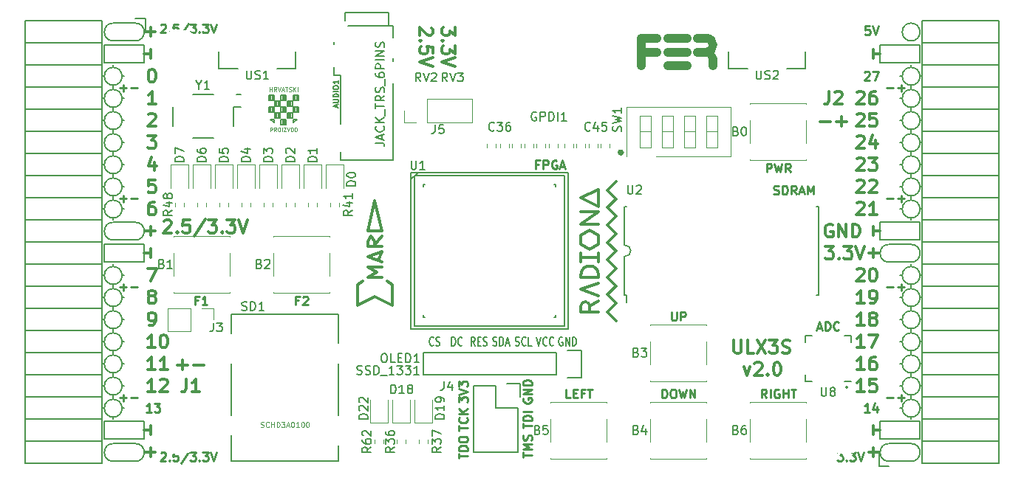
<source format=gto>
G04 #@! TF.GenerationSoftware,KiCad,Pcbnew,5.0.0-rc2+dfsg1-3*
G04 #@! TF.CreationDate,2018-07-06T12:35:48+02:00*
G04 #@! TF.ProjectId,ulx3s,756C7833732E6B696361645F70636200,rev?*
G04 #@! TF.SameCoordinates,Original*
G04 #@! TF.FileFunction,Legend,Top*
G04 #@! TF.FilePolarity,Positive*
%FSLAX46Y46*%
G04 Gerber Fmt 4.6, Leading zero omitted, Abs format (unit mm)*
G04 Created by KiCad (PCBNEW 5.0.0-rc2+dfsg1-3) date Fri Jul  6 12:35:48 2018*
%MOMM*%
%LPD*%
G01*
G04 APERTURE LIST*
%ADD10C,0.250000*%
%ADD11C,0.200000*%
%ADD12C,0.300000*%
%ADD13C,0.120000*%
%ADD14C,0.150000*%
%ADD15C,1.000000*%
%ADD16C,0.152400*%
%ADD17C,0.124460*%
%ADD18C,0.075000*%
%ADD19R,0.300000X1.900000*%
%ADD20C,2.100000*%
%ADD21R,1.120000X2.440000*%
%ADD22R,0.560000X0.900000*%
%ADD23O,1.827200X1.827200*%
%ADD24R,1.727200X1.727200*%
%ADD25C,5.600000*%
%ADD26O,0.950000X0.400000*%
%ADD27O,0.400000X0.950000*%
%ADD28R,1.675000X1.675000*%
%ADD29R,1.727200X2.032000*%
%ADD30O,1.827200X2.132000*%
%ADD31C,0.430000*%
%ADD32R,2.800000X2.000000*%
%ADD33R,2.800000X2.200000*%
%ADD34R,2.800000X2.800000*%
%ADD35C,1.800000*%
%ADD36R,0.700000X1.500000*%
%ADD37R,1.450000X0.900000*%
%ADD38R,1.450000X2.000000*%
%ADD39R,2.200000X1.800000*%
%ADD40R,1.000000X0.670000*%
%ADD41R,1.500000X0.970000*%
%ADD42R,1.700000X1.700000*%
%ADD43O,1.800000X1.800000*%
%ADD44R,1.295000X1.400000*%
%ADD45R,1.800000X1.900000*%
%ADD46R,0.400000X1.350000*%
%ADD47R,1.900000X1.900000*%
%ADD48R,2.100000X1.600000*%
%ADD49R,1.550000X1.300000*%
G04 APERTURE END LIST*
D10*
X116641666Y-93497571D02*
X116308333Y-93497571D01*
X116308333Y-94021380D02*
X116308333Y-93021380D01*
X116784523Y-93021380D01*
X117117857Y-93116619D02*
X117165476Y-93069000D01*
X117260714Y-93021380D01*
X117498809Y-93021380D01*
X117594047Y-93069000D01*
X117641666Y-93116619D01*
X117689285Y-93211857D01*
X117689285Y-93307095D01*
X117641666Y-93449952D01*
X117070238Y-94021380D01*
X117689285Y-94021380D01*
X105084666Y-93497571D02*
X104751333Y-93497571D01*
X104751333Y-94021380D02*
X104751333Y-93021380D01*
X105227523Y-93021380D01*
X106132285Y-94021380D02*
X105560857Y-94021380D01*
X105846571Y-94021380D02*
X105846571Y-93021380D01*
X105751333Y-93164238D01*
X105656095Y-93259476D01*
X105560857Y-93307095D01*
X170236666Y-104689380D02*
X169903333Y-104213190D01*
X169665238Y-104689380D02*
X169665238Y-103689380D01*
X170046190Y-103689380D01*
X170141428Y-103737000D01*
X170189047Y-103784619D01*
X170236666Y-103879857D01*
X170236666Y-104022714D01*
X170189047Y-104117952D01*
X170141428Y-104165571D01*
X170046190Y-104213190D01*
X169665238Y-104213190D01*
X170665238Y-104689380D02*
X170665238Y-103689380D01*
X171665238Y-103737000D02*
X171570000Y-103689380D01*
X171427142Y-103689380D01*
X171284285Y-103737000D01*
X171189047Y-103832238D01*
X171141428Y-103927476D01*
X171093809Y-104117952D01*
X171093809Y-104260809D01*
X171141428Y-104451285D01*
X171189047Y-104546523D01*
X171284285Y-104641761D01*
X171427142Y-104689380D01*
X171522380Y-104689380D01*
X171665238Y-104641761D01*
X171712857Y-104594142D01*
X171712857Y-104260809D01*
X171522380Y-104260809D01*
X172141428Y-104689380D02*
X172141428Y-103689380D01*
X172141428Y-104165571D02*
X172712857Y-104165571D01*
X172712857Y-104689380D02*
X172712857Y-103689380D01*
X173046190Y-103689380D02*
X173617619Y-103689380D01*
X173331904Y-104689380D02*
X173331904Y-103689380D01*
X159354285Y-94799380D02*
X159354285Y-95608904D01*
X159401904Y-95704142D01*
X159449523Y-95751761D01*
X159544761Y-95799380D01*
X159735238Y-95799380D01*
X159830476Y-95751761D01*
X159878095Y-95704142D01*
X159925714Y-95608904D01*
X159925714Y-94799380D01*
X160401904Y-95799380D02*
X160401904Y-94799380D01*
X160782857Y-94799380D01*
X160878095Y-94847000D01*
X160925714Y-94894619D01*
X160973333Y-94989857D01*
X160973333Y-95132714D01*
X160925714Y-95227952D01*
X160878095Y-95275571D01*
X160782857Y-95323190D01*
X160401904Y-95323190D01*
X158259047Y-104689380D02*
X158259047Y-103689380D01*
X158497142Y-103689380D01*
X158640000Y-103737000D01*
X158735238Y-103832238D01*
X158782857Y-103927476D01*
X158830476Y-104117952D01*
X158830476Y-104260809D01*
X158782857Y-104451285D01*
X158735238Y-104546523D01*
X158640000Y-104641761D01*
X158497142Y-104689380D01*
X158259047Y-104689380D01*
X159449523Y-103689380D02*
X159640000Y-103689380D01*
X159735238Y-103737000D01*
X159830476Y-103832238D01*
X159878095Y-104022714D01*
X159878095Y-104356047D01*
X159830476Y-104546523D01*
X159735238Y-104641761D01*
X159640000Y-104689380D01*
X159449523Y-104689380D01*
X159354285Y-104641761D01*
X159259047Y-104546523D01*
X159211428Y-104356047D01*
X159211428Y-104022714D01*
X159259047Y-103832238D01*
X159354285Y-103737000D01*
X159449523Y-103689380D01*
X160211428Y-103689380D02*
X160449523Y-104689380D01*
X160640000Y-103975095D01*
X160830476Y-104689380D01*
X161068571Y-103689380D01*
X161449523Y-104689380D02*
X161449523Y-103689380D01*
X162020952Y-104689380D01*
X162020952Y-103689380D01*
X147757619Y-104689380D02*
X147281428Y-104689380D01*
X147281428Y-103689380D01*
X148090952Y-104165571D02*
X148424285Y-104165571D01*
X148567142Y-104689380D02*
X148090952Y-104689380D01*
X148090952Y-103689380D01*
X148567142Y-103689380D01*
X149329047Y-104165571D02*
X148995714Y-104165571D01*
X148995714Y-104689380D02*
X148995714Y-103689380D01*
X149471904Y-103689380D01*
X149710000Y-103689380D02*
X150281428Y-103689380D01*
X149995714Y-104689380D02*
X149995714Y-103689380D01*
X170251666Y-78781380D02*
X170251666Y-77781380D01*
X170632619Y-77781380D01*
X170727857Y-77829000D01*
X170775476Y-77876619D01*
X170823095Y-77971857D01*
X170823095Y-78114714D01*
X170775476Y-78209952D01*
X170727857Y-78257571D01*
X170632619Y-78305190D01*
X170251666Y-78305190D01*
X171156428Y-77781380D02*
X171394523Y-78781380D01*
X171585000Y-78067095D01*
X171775476Y-78781380D01*
X172013571Y-77781380D01*
X172965952Y-78781380D02*
X172632619Y-78305190D01*
X172394523Y-78781380D02*
X172394523Y-77781380D01*
X172775476Y-77781380D01*
X172870714Y-77829000D01*
X172918333Y-77876619D01*
X172965952Y-77971857D01*
X172965952Y-78114714D01*
X172918333Y-78209952D01*
X172870714Y-78257571D01*
X172775476Y-78305190D01*
X172394523Y-78305190D01*
D11*
X179586000Y-103475000D02*
G75*
G03X179586000Y-103475000I-127000J0D01*
G01*
D12*
X134560428Y-62144714D02*
X134560428Y-63073285D01*
X133989000Y-62573285D01*
X133989000Y-62787571D01*
X133917571Y-62930428D01*
X133846142Y-63001857D01*
X133703285Y-63073285D01*
X133346142Y-63073285D01*
X133203285Y-63001857D01*
X133131857Y-62930428D01*
X133060428Y-62787571D01*
X133060428Y-62359000D01*
X133131857Y-62216142D01*
X133203285Y-62144714D01*
X133203285Y-63716142D02*
X133131857Y-63787571D01*
X133060428Y-63716142D01*
X133131857Y-63644714D01*
X133203285Y-63716142D01*
X133060428Y-63716142D01*
X134560428Y-64287571D02*
X134560428Y-65216142D01*
X133989000Y-64716142D01*
X133989000Y-64930428D01*
X133917571Y-65073285D01*
X133846142Y-65144714D01*
X133703285Y-65216142D01*
X133346142Y-65216142D01*
X133203285Y-65144714D01*
X133131857Y-65073285D01*
X133060428Y-64930428D01*
X133060428Y-64501857D01*
X133131857Y-64359000D01*
X133203285Y-64287571D01*
X134560428Y-65644714D02*
X133060428Y-66144714D01*
X134560428Y-66644714D01*
X131877571Y-62216142D02*
X131949000Y-62287571D01*
X132020428Y-62430428D01*
X132020428Y-62787571D01*
X131949000Y-62930428D01*
X131877571Y-63001857D01*
X131734714Y-63073285D01*
X131591857Y-63073285D01*
X131377571Y-63001857D01*
X130520428Y-62144714D01*
X130520428Y-63073285D01*
X130663285Y-63716142D02*
X130591857Y-63787571D01*
X130520428Y-63716142D01*
X130591857Y-63644714D01*
X130663285Y-63716142D01*
X130520428Y-63716142D01*
X132020428Y-65144714D02*
X132020428Y-64430428D01*
X131306142Y-64359000D01*
X131377571Y-64430428D01*
X131449000Y-64573285D01*
X131449000Y-64930428D01*
X131377571Y-65073285D01*
X131306142Y-65144714D01*
X131163285Y-65216142D01*
X130806142Y-65216142D01*
X130663285Y-65144714D01*
X130591857Y-65073285D01*
X130520428Y-64930428D01*
X130520428Y-64573285D01*
X130591857Y-64430428D01*
X130663285Y-64359000D01*
X132020428Y-65644714D02*
X130520428Y-66144714D01*
X132020428Y-66644714D01*
X102760000Y-100897142D02*
X103902857Y-100897142D01*
X103331428Y-101468571D02*
X103331428Y-100325714D01*
X104617142Y-100897142D02*
X105760000Y-100897142D01*
X167664142Y-101121571D02*
X168021285Y-102121571D01*
X168378428Y-101121571D01*
X168878428Y-100764428D02*
X168949857Y-100693000D01*
X169092714Y-100621571D01*
X169449857Y-100621571D01*
X169592714Y-100693000D01*
X169664142Y-100764428D01*
X169735571Y-100907285D01*
X169735571Y-101050142D01*
X169664142Y-101264428D01*
X168807000Y-102121571D01*
X169735571Y-102121571D01*
X170378428Y-101978714D02*
X170449857Y-102050142D01*
X170378428Y-102121571D01*
X170307000Y-102050142D01*
X170378428Y-101978714D01*
X170378428Y-102121571D01*
X171378428Y-100621571D02*
X171521285Y-100621571D01*
X171664142Y-100693000D01*
X171735571Y-100764428D01*
X171807000Y-100907285D01*
X171878428Y-101193000D01*
X171878428Y-101550142D01*
X171807000Y-101835857D01*
X171735571Y-101978714D01*
X171664142Y-102050142D01*
X171521285Y-102121571D01*
X171378428Y-102121571D01*
X171235571Y-102050142D01*
X171164142Y-101978714D01*
X171092714Y-101835857D01*
X171021285Y-101550142D01*
X171021285Y-101193000D01*
X171092714Y-100907285D01*
X171164142Y-100764428D01*
X171235571Y-100693000D01*
X171378428Y-100621571D01*
X182492000Y-87582000D02*
X182492000Y-88598000D01*
X181984000Y-88090000D02*
X183254000Y-88090000D01*
X182492000Y-110442000D02*
X182492000Y-111458000D01*
X183254000Y-110950000D02*
X181984000Y-110950000D01*
X99688000Y-110442000D02*
X99688000Y-111458000D01*
X98926000Y-110950000D02*
X100196000Y-110950000D01*
X99688000Y-62182000D02*
X99688000Y-63198000D01*
X98926000Y-62690000D02*
X100196000Y-62690000D01*
X99688000Y-85042000D02*
X99688000Y-86058000D01*
X98926000Y-85550000D02*
X100196000Y-85550000D01*
D11*
X97910000Y-63706000D02*
G75*
G03X97910000Y-61674000I0J1016000D01*
G01*
X184270000Y-109934000D02*
G75*
G03X184270000Y-111966000I0J-1016000D01*
G01*
X95370000Y-111966000D02*
X97910000Y-111966000D01*
X95370000Y-109934000D02*
X97910000Y-109934000D01*
X97910000Y-111966000D02*
G75*
G03X97910000Y-109934000I0J1016000D01*
G01*
X95370000Y-109934000D02*
G75*
G03X95370000Y-111966000I0J-1016000D01*
G01*
X95370000Y-61674000D02*
X97910000Y-61674000D01*
X95370000Y-63706000D02*
X97910000Y-63706000D01*
X95370000Y-61674000D02*
G75*
G03X95370000Y-63706000I0J-1016000D01*
G01*
X95370000Y-84534000D02*
X97910000Y-84534000D01*
X95370000Y-86566000D02*
X97910000Y-86566000D01*
X95370000Y-84534000D02*
G75*
G03X95370000Y-86566000I0J-1016000D01*
G01*
X97910000Y-86566000D02*
G75*
G03X97910000Y-84534000I0J1016000D01*
G01*
X187826000Y-62690000D02*
G75*
G03X187826000Y-62690000I-1016000J0D01*
G01*
X184270000Y-89106000D02*
X186810000Y-89106000D01*
X184270000Y-87074000D02*
X186810000Y-87074000D01*
X184270000Y-87074000D02*
G75*
G03X184270000Y-89106000I0J-1016000D01*
G01*
X186810000Y-89106000D02*
G75*
G03X186810000Y-87074000I0J1016000D01*
G01*
X186810000Y-111966000D02*
X184270000Y-111966000D01*
X186810000Y-109934000D02*
X184270000Y-109934000D01*
X186810000Y-111966000D02*
G75*
G03X186810000Y-109934000I0J1016000D01*
G01*
X94354000Y-66246000D02*
X94354000Y-64214000D01*
X98926000Y-66246000D02*
X94354000Y-66246000D01*
X98926000Y-64214000D02*
X98926000Y-66246000D01*
X94354000Y-64214000D02*
X98926000Y-64214000D01*
X94354000Y-87074000D02*
X98926000Y-87074000D01*
X94354000Y-89106000D02*
X94354000Y-87074000D01*
X98926000Y-89106000D02*
X94354000Y-89106000D01*
X98926000Y-87074000D02*
X98926000Y-89106000D01*
X94354000Y-109426000D02*
X98926000Y-109426000D01*
X94354000Y-107394000D02*
X94354000Y-109426000D01*
X98926000Y-107394000D02*
X94354000Y-107394000D01*
X98926000Y-109426000D02*
X98926000Y-107394000D01*
X183254000Y-109426000D02*
X187826000Y-109426000D01*
X183254000Y-107394000D02*
X183254000Y-109426000D01*
X187826000Y-107394000D02*
X187826000Y-109426000D01*
X183254000Y-107394000D02*
X187826000Y-107394000D01*
X183254000Y-66246000D02*
X187826000Y-66246000D01*
X183254000Y-64214000D02*
X183254000Y-66246000D01*
X187826000Y-64214000D02*
X183254000Y-64214000D01*
X187826000Y-66246000D02*
X187826000Y-64214000D01*
X183254000Y-84534000D02*
X187826000Y-84534000D01*
X183254000Y-86566000D02*
X183254000Y-84534000D01*
X187826000Y-86566000D02*
X183254000Y-86566000D01*
X187826000Y-84534000D02*
X187826000Y-86566000D01*
D10*
X96148000Y-69111428D02*
X96909904Y-69111428D01*
X96528952Y-69492380D02*
X96528952Y-68730476D01*
X97386095Y-69111428D02*
X98148000Y-69111428D01*
X96148000Y-81811428D02*
X96909904Y-81811428D01*
X96528952Y-82192380D02*
X96528952Y-81430476D01*
X97386095Y-81811428D02*
X98148000Y-81811428D01*
X96148000Y-91971428D02*
X96909904Y-91971428D01*
X96528952Y-92352380D02*
X96528952Y-91590476D01*
X97386095Y-91971428D02*
X98148000Y-91971428D01*
X96148000Y-104671428D02*
X96909904Y-104671428D01*
X96528952Y-105052380D02*
X96528952Y-104290476D01*
X97386095Y-104671428D02*
X98148000Y-104671428D01*
X184032000Y-104671428D02*
X184793904Y-104671428D01*
X185270095Y-104671428D02*
X186032000Y-104671428D01*
X185651047Y-105052380D02*
X185651047Y-104290476D01*
X184032000Y-91971428D02*
X184793904Y-91971428D01*
X185270095Y-91971428D02*
X186032000Y-91971428D01*
X185651047Y-92352380D02*
X185651047Y-91590476D01*
X184032000Y-81811428D02*
X184793904Y-81811428D01*
X185270095Y-81811428D02*
X186032000Y-81811428D01*
X185651047Y-82192380D02*
X185651047Y-81430476D01*
X184032000Y-69111428D02*
X184793904Y-69111428D01*
X185270095Y-69111428D02*
X186032000Y-69111428D01*
X185651047Y-69492380D02*
X185651047Y-68730476D01*
D12*
X176420000Y-72957142D02*
X177562857Y-72957142D01*
X178277142Y-72957142D02*
X179420000Y-72957142D01*
X178848571Y-73528571D02*
X178848571Y-72385714D01*
D11*
X187826000Y-67770000D02*
G75*
G03X187826000Y-67770000I-1016000J0D01*
G01*
X187826000Y-70310000D02*
G75*
G03X187826000Y-70310000I-1016000J0D01*
G01*
X187826000Y-72850000D02*
G75*
G03X187826000Y-72850000I-1016000J0D01*
G01*
X187826000Y-75390000D02*
G75*
G03X187826000Y-75390000I-1016000J0D01*
G01*
X187826000Y-77930000D02*
G75*
G03X187826000Y-77930000I-1016000J0D01*
G01*
X187826000Y-80470000D02*
G75*
G03X187826000Y-80470000I-1016000J0D01*
G01*
X187826000Y-83010000D02*
G75*
G03X187826000Y-83010000I-1016000J0D01*
G01*
X187826000Y-90630000D02*
G75*
G03X187826000Y-90630000I-1016000J0D01*
G01*
X187826000Y-93170000D02*
G75*
G03X187826000Y-93170000I-1016000J0D01*
G01*
X187826000Y-95710000D02*
G75*
G03X187826000Y-95710000I-1016000J0D01*
G01*
X187826000Y-98250000D02*
G75*
G03X187826000Y-98250000I-1016000J0D01*
G01*
X187826000Y-100790000D02*
G75*
G03X187826000Y-100790000I-1016000J0D01*
G01*
X187826000Y-103330000D02*
G75*
G03X187826000Y-103330000I-1016000J0D01*
G01*
X187826000Y-105870000D02*
G75*
G03X187826000Y-105870000I-1016000J0D01*
G01*
X96386000Y-105870000D02*
G75*
G03X96386000Y-105870000I-1016000J0D01*
G01*
X96386000Y-103330000D02*
G75*
G03X96386000Y-103330000I-1016000J0D01*
G01*
X96386000Y-100790000D02*
G75*
G03X96386000Y-100790000I-1016000J0D01*
G01*
X96386000Y-98250000D02*
G75*
G03X96386000Y-98250000I-1016000J0D01*
G01*
X96386000Y-95710000D02*
G75*
G03X96386000Y-95710000I-1016000J0D01*
G01*
X96386000Y-93170000D02*
G75*
G03X96386000Y-93170000I-1016000J0D01*
G01*
X96386000Y-90630000D02*
G75*
G03X96386000Y-90630000I-1016000J0D01*
G01*
X96386000Y-83010000D02*
G75*
G03X96386000Y-83010000I-1016000J0D01*
G01*
X96386000Y-80470000D02*
G75*
G03X96386000Y-80470000I-1016000J0D01*
G01*
X96386000Y-77930000D02*
G75*
G03X96386000Y-77930000I-1016000J0D01*
G01*
X96386000Y-75390000D02*
G75*
G03X96386000Y-75390000I-1016000J0D01*
G01*
X96386000Y-72850000D02*
G75*
G03X96386000Y-72850000I-1016000J0D01*
G01*
X96386000Y-70310000D02*
G75*
G03X96386000Y-70310000I-1016000J0D01*
G01*
X96386000Y-67770000D02*
G75*
G03X96386000Y-67770000I-1016000J0D01*
G01*
D12*
X177793142Y-84800000D02*
X177650285Y-84728571D01*
X177436000Y-84728571D01*
X177221714Y-84800000D01*
X177078857Y-84942857D01*
X177007428Y-85085714D01*
X176936000Y-85371428D01*
X176936000Y-85585714D01*
X177007428Y-85871428D01*
X177078857Y-86014285D01*
X177221714Y-86157142D01*
X177436000Y-86228571D01*
X177578857Y-86228571D01*
X177793142Y-86157142D01*
X177864571Y-86085714D01*
X177864571Y-85585714D01*
X177578857Y-85585714D01*
X178507428Y-86228571D02*
X178507428Y-84728571D01*
X179364571Y-86228571D01*
X179364571Y-84728571D01*
X180078857Y-86228571D02*
X180078857Y-84728571D01*
X180436000Y-84728571D01*
X180650285Y-84800000D01*
X180793142Y-84942857D01*
X180864571Y-85085714D01*
X180936000Y-85371428D01*
X180936000Y-85585714D01*
X180864571Y-85871428D01*
X180793142Y-86014285D01*
X180650285Y-86157142D01*
X180436000Y-86228571D01*
X180078857Y-86228571D01*
X182492000Y-86058000D02*
X182492000Y-85042000D01*
X183254000Y-85550000D02*
X182492000Y-85550000D01*
X182492000Y-107902000D02*
X182492000Y-108918000D01*
X182492000Y-108410000D02*
X183254000Y-108410000D01*
D10*
X182047523Y-106322380D02*
X181476095Y-106322380D01*
X181761809Y-106322380D02*
X181761809Y-105322380D01*
X181666571Y-105465238D01*
X181571333Y-105560476D01*
X181476095Y-105608095D01*
X182904666Y-105655714D02*
X182904666Y-106322380D01*
X182666571Y-105274761D02*
X182428476Y-105989047D01*
X183047523Y-105989047D01*
X181476095Y-67317619D02*
X181523714Y-67270000D01*
X181618952Y-67222380D01*
X181857047Y-67222380D01*
X181952285Y-67270000D01*
X181999904Y-67317619D01*
X182047523Y-67412857D01*
X182047523Y-67508095D01*
X181999904Y-67650952D01*
X181428476Y-68222380D01*
X182047523Y-68222380D01*
X182380857Y-67222380D02*
X183047523Y-67222380D01*
X182618952Y-68222380D01*
D12*
X182492000Y-64722000D02*
X182492000Y-65738000D01*
X182492000Y-65230000D02*
X183254000Y-65230000D01*
X99688000Y-107902000D02*
X99688000Y-108918000D01*
X98926000Y-108410000D02*
X99688000Y-108410000D01*
X99315000Y-74568571D02*
X100243571Y-74568571D01*
X99743571Y-75140000D01*
X99957857Y-75140000D01*
X100100714Y-75211428D01*
X100172142Y-75282857D01*
X100243571Y-75425714D01*
X100243571Y-75782857D01*
X100172142Y-75925714D01*
X100100714Y-75997142D01*
X99957857Y-76068571D01*
X99529285Y-76068571D01*
X99386428Y-75997142D01*
X99315000Y-75925714D01*
X100100714Y-77608571D02*
X100100714Y-78608571D01*
X99743571Y-77037142D02*
X99386428Y-78108571D01*
X100315000Y-78108571D01*
X100172142Y-79648571D02*
X99457857Y-79648571D01*
X99386428Y-80362857D01*
X99457857Y-80291428D01*
X99600714Y-80220000D01*
X99957857Y-80220000D01*
X100100714Y-80291428D01*
X100172142Y-80362857D01*
X100243571Y-80505714D01*
X100243571Y-80862857D01*
X100172142Y-81005714D01*
X100100714Y-81077142D01*
X99957857Y-81148571D01*
X99600714Y-81148571D01*
X99457857Y-81077142D01*
X99386428Y-81005714D01*
D10*
X99751523Y-106322380D02*
X99180095Y-106322380D01*
X99465809Y-106322380D02*
X99465809Y-105322380D01*
X99370571Y-105465238D01*
X99275333Y-105560476D01*
X99180095Y-105608095D01*
X100084857Y-105322380D02*
X100703904Y-105322380D01*
X100370571Y-105703333D01*
X100513428Y-105703333D01*
X100608666Y-105750952D01*
X100656285Y-105798571D01*
X100703904Y-105893809D01*
X100703904Y-106131904D01*
X100656285Y-106227142D01*
X100608666Y-106274761D01*
X100513428Y-106322380D01*
X100227714Y-106322380D01*
X100132476Y-106274761D01*
X100084857Y-106227142D01*
D12*
X99315000Y-89808571D02*
X100315000Y-89808571D01*
X99672142Y-91308571D01*
X99688000Y-87582000D02*
X99688000Y-88598000D01*
X98926000Y-88090000D02*
X99688000Y-88090000D01*
X99688000Y-64722000D02*
X99688000Y-65738000D01*
X98926000Y-65230000D02*
X99688000Y-65230000D01*
D10*
X100817976Y-61874619D02*
X100865595Y-61827000D01*
X100960833Y-61779380D01*
X101198928Y-61779380D01*
X101294166Y-61827000D01*
X101341785Y-61874619D01*
X101389404Y-61969857D01*
X101389404Y-62065095D01*
X101341785Y-62207952D01*
X100770357Y-62779380D01*
X101389404Y-62779380D01*
X101817976Y-62684142D02*
X101865595Y-62731761D01*
X101817976Y-62779380D01*
X101770357Y-62731761D01*
X101817976Y-62684142D01*
X101817976Y-62779380D01*
X102770357Y-61779380D02*
X102294166Y-61779380D01*
X102246547Y-62255571D01*
X102294166Y-62207952D01*
X102389404Y-62160333D01*
X102627500Y-62160333D01*
X102722738Y-62207952D01*
X102770357Y-62255571D01*
X102817976Y-62350809D01*
X102817976Y-62588904D01*
X102770357Y-62684142D01*
X102722738Y-62731761D01*
X102627500Y-62779380D01*
X102389404Y-62779380D01*
X102294166Y-62731761D01*
X102246547Y-62684142D01*
X103960833Y-61731761D02*
X103103690Y-63017476D01*
X104198928Y-61779380D02*
X104817976Y-61779380D01*
X104484642Y-62160333D01*
X104627500Y-62160333D01*
X104722738Y-62207952D01*
X104770357Y-62255571D01*
X104817976Y-62350809D01*
X104817976Y-62588904D01*
X104770357Y-62684142D01*
X104722738Y-62731761D01*
X104627500Y-62779380D01*
X104341785Y-62779380D01*
X104246547Y-62731761D01*
X104198928Y-62684142D01*
X105246547Y-62684142D02*
X105294166Y-62731761D01*
X105246547Y-62779380D01*
X105198928Y-62731761D01*
X105246547Y-62684142D01*
X105246547Y-62779380D01*
X105627500Y-61779380D02*
X106246547Y-61779380D01*
X105913214Y-62160333D01*
X106056071Y-62160333D01*
X106151309Y-62207952D01*
X106198928Y-62255571D01*
X106246547Y-62350809D01*
X106246547Y-62588904D01*
X106198928Y-62684142D01*
X106151309Y-62731761D01*
X106056071Y-62779380D01*
X105770357Y-62779380D01*
X105675119Y-62731761D01*
X105627500Y-62684142D01*
X106532261Y-61779380D02*
X106865595Y-62779380D01*
X107198928Y-61779380D01*
X178360261Y-110910380D02*
X178979309Y-110910380D01*
X178645976Y-111291333D01*
X178788833Y-111291333D01*
X178884071Y-111338952D01*
X178931690Y-111386571D01*
X178979309Y-111481809D01*
X178979309Y-111719904D01*
X178931690Y-111815142D01*
X178884071Y-111862761D01*
X178788833Y-111910380D01*
X178503119Y-111910380D01*
X178407880Y-111862761D01*
X178360261Y-111815142D01*
X179407880Y-111815142D02*
X179455500Y-111862761D01*
X179407880Y-111910380D01*
X179360261Y-111862761D01*
X179407880Y-111815142D01*
X179407880Y-111910380D01*
X179788833Y-110910380D02*
X180407880Y-110910380D01*
X180074547Y-111291333D01*
X180217404Y-111291333D01*
X180312642Y-111338952D01*
X180360261Y-111386571D01*
X180407880Y-111481809D01*
X180407880Y-111719904D01*
X180360261Y-111815142D01*
X180312642Y-111862761D01*
X180217404Y-111910380D01*
X179931690Y-111910380D01*
X179836452Y-111862761D01*
X179788833Y-111815142D01*
X180693595Y-110910380D02*
X181026928Y-111910380D01*
X181360261Y-110910380D01*
D12*
X101199714Y-84381428D02*
X101271142Y-84310000D01*
X101414000Y-84238571D01*
X101771142Y-84238571D01*
X101914000Y-84310000D01*
X101985428Y-84381428D01*
X102056857Y-84524285D01*
X102056857Y-84667142D01*
X101985428Y-84881428D01*
X101128285Y-85738571D01*
X102056857Y-85738571D01*
X102699714Y-85595714D02*
X102771142Y-85667142D01*
X102699714Y-85738571D01*
X102628285Y-85667142D01*
X102699714Y-85595714D01*
X102699714Y-85738571D01*
X104128285Y-84238571D02*
X103414000Y-84238571D01*
X103342571Y-84952857D01*
X103414000Y-84881428D01*
X103556857Y-84810000D01*
X103914000Y-84810000D01*
X104056857Y-84881428D01*
X104128285Y-84952857D01*
X104199714Y-85095714D01*
X104199714Y-85452857D01*
X104128285Y-85595714D01*
X104056857Y-85667142D01*
X103914000Y-85738571D01*
X103556857Y-85738571D01*
X103414000Y-85667142D01*
X103342571Y-85595714D01*
X105914000Y-84167142D02*
X104628285Y-86095714D01*
X106271142Y-84238571D02*
X107199714Y-84238571D01*
X106699714Y-84810000D01*
X106914000Y-84810000D01*
X107056857Y-84881428D01*
X107128285Y-84952857D01*
X107199714Y-85095714D01*
X107199714Y-85452857D01*
X107128285Y-85595714D01*
X107056857Y-85667142D01*
X106914000Y-85738571D01*
X106485428Y-85738571D01*
X106342571Y-85667142D01*
X106271142Y-85595714D01*
X107842571Y-85595714D02*
X107914000Y-85667142D01*
X107842571Y-85738571D01*
X107771142Y-85667142D01*
X107842571Y-85595714D01*
X107842571Y-85738571D01*
X108414000Y-84238571D02*
X109342571Y-84238571D01*
X108842571Y-84810000D01*
X109056857Y-84810000D01*
X109199714Y-84881428D01*
X109271142Y-84952857D01*
X109342571Y-85095714D01*
X109342571Y-85452857D01*
X109271142Y-85595714D01*
X109199714Y-85667142D01*
X109056857Y-85738571D01*
X108628285Y-85738571D01*
X108485428Y-85667142D01*
X108414000Y-85595714D01*
X109771142Y-84238571D02*
X110271142Y-85738571D01*
X110771142Y-84238571D01*
D10*
X100817976Y-111023619D02*
X100865595Y-110976000D01*
X100960833Y-110928380D01*
X101198928Y-110928380D01*
X101294166Y-110976000D01*
X101341785Y-111023619D01*
X101389404Y-111118857D01*
X101389404Y-111214095D01*
X101341785Y-111356952D01*
X100770357Y-111928380D01*
X101389404Y-111928380D01*
X101817976Y-111833142D02*
X101865595Y-111880761D01*
X101817976Y-111928380D01*
X101770357Y-111880761D01*
X101817976Y-111833142D01*
X101817976Y-111928380D01*
X102770357Y-110928380D02*
X102294166Y-110928380D01*
X102246547Y-111404571D01*
X102294166Y-111356952D01*
X102389404Y-111309333D01*
X102627500Y-111309333D01*
X102722738Y-111356952D01*
X102770357Y-111404571D01*
X102817976Y-111499809D01*
X102817976Y-111737904D01*
X102770357Y-111833142D01*
X102722738Y-111880761D01*
X102627500Y-111928380D01*
X102389404Y-111928380D01*
X102294166Y-111880761D01*
X102246547Y-111833142D01*
X103960833Y-110880761D02*
X103103690Y-112166476D01*
X104198928Y-110928380D02*
X104817976Y-110928380D01*
X104484642Y-111309333D01*
X104627500Y-111309333D01*
X104722738Y-111356952D01*
X104770357Y-111404571D01*
X104817976Y-111499809D01*
X104817976Y-111737904D01*
X104770357Y-111833142D01*
X104722738Y-111880761D01*
X104627500Y-111928380D01*
X104341785Y-111928380D01*
X104246547Y-111880761D01*
X104198928Y-111833142D01*
X105246547Y-111833142D02*
X105294166Y-111880761D01*
X105246547Y-111928380D01*
X105198928Y-111880761D01*
X105246547Y-111833142D01*
X105246547Y-111928380D01*
X105627500Y-110928380D02*
X106246547Y-110928380D01*
X105913214Y-111309333D01*
X106056071Y-111309333D01*
X106151309Y-111356952D01*
X106198928Y-111404571D01*
X106246547Y-111499809D01*
X106246547Y-111737904D01*
X106198928Y-111833142D01*
X106151309Y-111880761D01*
X106056071Y-111928380D01*
X105770357Y-111928380D01*
X105675119Y-111880761D01*
X105627500Y-111833142D01*
X106532261Y-110928380D02*
X106865595Y-111928380D01*
X107198928Y-110928380D01*
X182047523Y-62015380D02*
X181571333Y-62015380D01*
X181523714Y-62491571D01*
X181571333Y-62443952D01*
X181666571Y-62396333D01*
X181904666Y-62396333D01*
X181999904Y-62443952D01*
X182047523Y-62491571D01*
X182095142Y-62586809D01*
X182095142Y-62824904D01*
X182047523Y-62920142D01*
X181999904Y-62967761D01*
X181904666Y-63015380D01*
X181666571Y-63015380D01*
X181571333Y-62967761D01*
X181523714Y-62920142D01*
X182380857Y-62015380D02*
X182714190Y-63015380D01*
X183047523Y-62015380D01*
D12*
X180587142Y-69631428D02*
X180658571Y-69560000D01*
X180801428Y-69488571D01*
X181158571Y-69488571D01*
X181301428Y-69560000D01*
X181372857Y-69631428D01*
X181444285Y-69774285D01*
X181444285Y-69917142D01*
X181372857Y-70131428D01*
X180515714Y-70988571D01*
X181444285Y-70988571D01*
X182730000Y-69488571D02*
X182444285Y-69488571D01*
X182301428Y-69560000D01*
X182230000Y-69631428D01*
X182087142Y-69845714D01*
X182015714Y-70131428D01*
X182015714Y-70702857D01*
X182087142Y-70845714D01*
X182158571Y-70917142D01*
X182301428Y-70988571D01*
X182587142Y-70988571D01*
X182730000Y-70917142D01*
X182801428Y-70845714D01*
X182872857Y-70702857D01*
X182872857Y-70345714D01*
X182801428Y-70202857D01*
X182730000Y-70131428D01*
X182587142Y-70060000D01*
X182301428Y-70060000D01*
X182158571Y-70131428D01*
X182087142Y-70202857D01*
X182015714Y-70345714D01*
X180587142Y-72171428D02*
X180658571Y-72100000D01*
X180801428Y-72028571D01*
X181158571Y-72028571D01*
X181301428Y-72100000D01*
X181372857Y-72171428D01*
X181444285Y-72314285D01*
X181444285Y-72457142D01*
X181372857Y-72671428D01*
X180515714Y-73528571D01*
X181444285Y-73528571D01*
X182801428Y-72028571D02*
X182087142Y-72028571D01*
X182015714Y-72742857D01*
X182087142Y-72671428D01*
X182230000Y-72600000D01*
X182587142Y-72600000D01*
X182730000Y-72671428D01*
X182801428Y-72742857D01*
X182872857Y-72885714D01*
X182872857Y-73242857D01*
X182801428Y-73385714D01*
X182730000Y-73457142D01*
X182587142Y-73528571D01*
X182230000Y-73528571D01*
X182087142Y-73457142D01*
X182015714Y-73385714D01*
X180587142Y-74711428D02*
X180658571Y-74640000D01*
X180801428Y-74568571D01*
X181158571Y-74568571D01*
X181301428Y-74640000D01*
X181372857Y-74711428D01*
X181444285Y-74854285D01*
X181444285Y-74997142D01*
X181372857Y-75211428D01*
X180515714Y-76068571D01*
X181444285Y-76068571D01*
X182730000Y-75068571D02*
X182730000Y-76068571D01*
X182372857Y-74497142D02*
X182015714Y-75568571D01*
X182944285Y-75568571D01*
X180587142Y-77251428D02*
X180658571Y-77180000D01*
X180801428Y-77108571D01*
X181158571Y-77108571D01*
X181301428Y-77180000D01*
X181372857Y-77251428D01*
X181444285Y-77394285D01*
X181444285Y-77537142D01*
X181372857Y-77751428D01*
X180515714Y-78608571D01*
X181444285Y-78608571D01*
X181944285Y-77108571D02*
X182872857Y-77108571D01*
X182372857Y-77680000D01*
X182587142Y-77680000D01*
X182730000Y-77751428D01*
X182801428Y-77822857D01*
X182872857Y-77965714D01*
X182872857Y-78322857D01*
X182801428Y-78465714D01*
X182730000Y-78537142D01*
X182587142Y-78608571D01*
X182158571Y-78608571D01*
X182015714Y-78537142D01*
X181944285Y-78465714D01*
X180587142Y-79791428D02*
X180658571Y-79720000D01*
X180801428Y-79648571D01*
X181158571Y-79648571D01*
X181301428Y-79720000D01*
X181372857Y-79791428D01*
X181444285Y-79934285D01*
X181444285Y-80077142D01*
X181372857Y-80291428D01*
X180515714Y-81148571D01*
X181444285Y-81148571D01*
X182015714Y-79791428D02*
X182087142Y-79720000D01*
X182230000Y-79648571D01*
X182587142Y-79648571D01*
X182730000Y-79720000D01*
X182801428Y-79791428D01*
X182872857Y-79934285D01*
X182872857Y-80077142D01*
X182801428Y-80291428D01*
X181944285Y-81148571D01*
X182872857Y-81148571D01*
X180587142Y-82331428D02*
X180658571Y-82260000D01*
X180801428Y-82188571D01*
X181158571Y-82188571D01*
X181301428Y-82260000D01*
X181372857Y-82331428D01*
X181444285Y-82474285D01*
X181444285Y-82617142D01*
X181372857Y-82831428D01*
X180515714Y-83688571D01*
X181444285Y-83688571D01*
X182872857Y-83688571D02*
X182015714Y-83688571D01*
X182444285Y-83688571D02*
X182444285Y-82188571D01*
X182301428Y-82402857D01*
X182158571Y-82545714D01*
X182015714Y-82617142D01*
X176975714Y-87268571D02*
X177904285Y-87268571D01*
X177404285Y-87840000D01*
X177618571Y-87840000D01*
X177761428Y-87911428D01*
X177832857Y-87982857D01*
X177904285Y-88125714D01*
X177904285Y-88482857D01*
X177832857Y-88625714D01*
X177761428Y-88697142D01*
X177618571Y-88768571D01*
X177190000Y-88768571D01*
X177047142Y-88697142D01*
X176975714Y-88625714D01*
X178547142Y-88625714D02*
X178618571Y-88697142D01*
X178547142Y-88768571D01*
X178475714Y-88697142D01*
X178547142Y-88625714D01*
X178547142Y-88768571D01*
X179118571Y-87268571D02*
X180047142Y-87268571D01*
X179547142Y-87840000D01*
X179761428Y-87840000D01*
X179904285Y-87911428D01*
X179975714Y-87982857D01*
X180047142Y-88125714D01*
X180047142Y-88482857D01*
X179975714Y-88625714D01*
X179904285Y-88697142D01*
X179761428Y-88768571D01*
X179332857Y-88768571D01*
X179190000Y-88697142D01*
X179118571Y-88625714D01*
X180475714Y-87268571D02*
X180975714Y-88768571D01*
X181475714Y-87268571D01*
X180587142Y-89951428D02*
X180658571Y-89880000D01*
X180801428Y-89808571D01*
X181158571Y-89808571D01*
X181301428Y-89880000D01*
X181372857Y-89951428D01*
X181444285Y-90094285D01*
X181444285Y-90237142D01*
X181372857Y-90451428D01*
X180515714Y-91308571D01*
X181444285Y-91308571D01*
X182372857Y-89808571D02*
X182515714Y-89808571D01*
X182658571Y-89880000D01*
X182730000Y-89951428D01*
X182801428Y-90094285D01*
X182872857Y-90380000D01*
X182872857Y-90737142D01*
X182801428Y-91022857D01*
X182730000Y-91165714D01*
X182658571Y-91237142D01*
X182515714Y-91308571D01*
X182372857Y-91308571D01*
X182230000Y-91237142D01*
X182158571Y-91165714D01*
X182087142Y-91022857D01*
X182015714Y-90737142D01*
X182015714Y-90380000D01*
X182087142Y-90094285D01*
X182158571Y-89951428D01*
X182230000Y-89880000D01*
X182372857Y-89808571D01*
X181444285Y-93848571D02*
X180587142Y-93848571D01*
X181015714Y-93848571D02*
X181015714Y-92348571D01*
X180872857Y-92562857D01*
X180730000Y-92705714D01*
X180587142Y-92777142D01*
X182158571Y-93848571D02*
X182444285Y-93848571D01*
X182587142Y-93777142D01*
X182658571Y-93705714D01*
X182801428Y-93491428D01*
X182872857Y-93205714D01*
X182872857Y-92634285D01*
X182801428Y-92491428D01*
X182730000Y-92420000D01*
X182587142Y-92348571D01*
X182301428Y-92348571D01*
X182158571Y-92420000D01*
X182087142Y-92491428D01*
X182015714Y-92634285D01*
X182015714Y-92991428D01*
X182087142Y-93134285D01*
X182158571Y-93205714D01*
X182301428Y-93277142D01*
X182587142Y-93277142D01*
X182730000Y-93205714D01*
X182801428Y-93134285D01*
X182872857Y-92991428D01*
X181444285Y-96388571D02*
X180587142Y-96388571D01*
X181015714Y-96388571D02*
X181015714Y-94888571D01*
X180872857Y-95102857D01*
X180730000Y-95245714D01*
X180587142Y-95317142D01*
X182301428Y-95531428D02*
X182158571Y-95460000D01*
X182087142Y-95388571D01*
X182015714Y-95245714D01*
X182015714Y-95174285D01*
X182087142Y-95031428D01*
X182158571Y-94960000D01*
X182301428Y-94888571D01*
X182587142Y-94888571D01*
X182730000Y-94960000D01*
X182801428Y-95031428D01*
X182872857Y-95174285D01*
X182872857Y-95245714D01*
X182801428Y-95388571D01*
X182730000Y-95460000D01*
X182587142Y-95531428D01*
X182301428Y-95531428D01*
X182158571Y-95602857D01*
X182087142Y-95674285D01*
X182015714Y-95817142D01*
X182015714Y-96102857D01*
X182087142Y-96245714D01*
X182158571Y-96317142D01*
X182301428Y-96388571D01*
X182587142Y-96388571D01*
X182730000Y-96317142D01*
X182801428Y-96245714D01*
X182872857Y-96102857D01*
X182872857Y-95817142D01*
X182801428Y-95674285D01*
X182730000Y-95602857D01*
X182587142Y-95531428D01*
X181444285Y-98928571D02*
X180587142Y-98928571D01*
X181015714Y-98928571D02*
X181015714Y-97428571D01*
X180872857Y-97642857D01*
X180730000Y-97785714D01*
X180587142Y-97857142D01*
X181944285Y-97428571D02*
X182944285Y-97428571D01*
X182301428Y-98928571D01*
X181444285Y-101468571D02*
X180587142Y-101468571D01*
X181015714Y-101468571D02*
X181015714Y-99968571D01*
X180872857Y-100182857D01*
X180730000Y-100325714D01*
X180587142Y-100397142D01*
X182730000Y-99968571D02*
X182444285Y-99968571D01*
X182301428Y-100040000D01*
X182230000Y-100111428D01*
X182087142Y-100325714D01*
X182015714Y-100611428D01*
X182015714Y-101182857D01*
X182087142Y-101325714D01*
X182158571Y-101397142D01*
X182301428Y-101468571D01*
X182587142Y-101468571D01*
X182730000Y-101397142D01*
X182801428Y-101325714D01*
X182872857Y-101182857D01*
X182872857Y-100825714D01*
X182801428Y-100682857D01*
X182730000Y-100611428D01*
X182587142Y-100540000D01*
X182301428Y-100540000D01*
X182158571Y-100611428D01*
X182087142Y-100682857D01*
X182015714Y-100825714D01*
X181444285Y-104008571D02*
X180587142Y-104008571D01*
X181015714Y-104008571D02*
X181015714Y-102508571D01*
X180872857Y-102722857D01*
X180730000Y-102865714D01*
X180587142Y-102937142D01*
X182801428Y-102508571D02*
X182087142Y-102508571D01*
X182015714Y-103222857D01*
X182087142Y-103151428D01*
X182230000Y-103080000D01*
X182587142Y-103080000D01*
X182730000Y-103151428D01*
X182801428Y-103222857D01*
X182872857Y-103365714D01*
X182872857Y-103722857D01*
X182801428Y-103865714D01*
X182730000Y-103937142D01*
X182587142Y-104008571D01*
X182230000Y-104008571D01*
X182087142Y-103937142D01*
X182015714Y-103865714D01*
D11*
X186810000Y-66500000D02*
X186810000Y-66754000D01*
X187826000Y-67770000D02*
X188080000Y-67770000D01*
X185540000Y-67770000D02*
X185794000Y-67770000D01*
X186810000Y-69294000D02*
X186810000Y-68786000D01*
X187826000Y-70310000D02*
X188080000Y-70310000D01*
X185540000Y-70310000D02*
X185794000Y-70310000D01*
X186810000Y-71326000D02*
X186810000Y-71834000D01*
X187826000Y-72850000D02*
X188080000Y-72850000D01*
X185540000Y-72850000D02*
X185794000Y-72850000D01*
X186810000Y-73866000D02*
X186810000Y-74374000D01*
X187826000Y-75390000D02*
X188080000Y-75390000D01*
X185540000Y-75390000D02*
X185794000Y-75390000D01*
X186810000Y-76406000D02*
X186810000Y-76914000D01*
X187826000Y-77930000D02*
X188080000Y-77930000D01*
X185540000Y-77930000D02*
X185794000Y-77930000D01*
X186810000Y-79454000D02*
X186810000Y-78946000D01*
X187826000Y-80470000D02*
X188080000Y-80470000D01*
X185540000Y-80470000D02*
X185794000Y-80470000D01*
X186810000Y-81994000D02*
X186810000Y-81486000D01*
X187826000Y-83010000D02*
X188080000Y-83010000D01*
X185540000Y-83010000D02*
X185794000Y-83010000D01*
X186810000Y-84026000D02*
X186810000Y-84280000D01*
X186810000Y-89360000D02*
X186810000Y-89614000D01*
X187826000Y-90630000D02*
X188080000Y-90630000D01*
X185540000Y-90630000D02*
X185794000Y-90630000D01*
X186810000Y-91646000D02*
X186810000Y-92154000D01*
X187826000Y-93170000D02*
X188080000Y-93170000D01*
X185540000Y-93170000D02*
X185794000Y-93170000D01*
X186810000Y-94186000D02*
X186810000Y-94694000D01*
X187826000Y-95710000D02*
X188080000Y-95710000D01*
X185540000Y-95710000D02*
X185794000Y-95710000D01*
X186810000Y-97234000D02*
X186810000Y-96726000D01*
X187826000Y-98250000D02*
X188080000Y-98250000D01*
X185540000Y-98250000D02*
X185794000Y-98250000D01*
X187826000Y-100790000D02*
X188080000Y-100790000D01*
X185540000Y-100790000D02*
X185794000Y-100790000D01*
X186810000Y-99266000D02*
X186810000Y-99774000D01*
X186810000Y-102314000D02*
X186810000Y-101806000D01*
X187826000Y-103330000D02*
X188080000Y-103330000D01*
X185540000Y-103330000D02*
X185794000Y-103330000D01*
X186810000Y-104346000D02*
X186810000Y-104854000D01*
X185540000Y-105870000D02*
X185794000Y-105870000D01*
X187826000Y-105870000D02*
X188080000Y-105870000D01*
X186810000Y-106886000D02*
X186810000Y-107140000D01*
X95370000Y-66754000D02*
X95370000Y-66500000D01*
X96386000Y-67770000D02*
X96640000Y-67770000D01*
X94100000Y-67770000D02*
X94354000Y-67770000D01*
X95370000Y-68786000D02*
X95370000Y-69294000D01*
X96386000Y-70310000D02*
X96640000Y-70310000D01*
X94100000Y-70310000D02*
X94354000Y-70310000D01*
X95370000Y-71326000D02*
X95370000Y-71834000D01*
X96386000Y-72850000D02*
X96640000Y-72850000D01*
X94100000Y-72850000D02*
X94354000Y-72850000D01*
X95370000Y-73866000D02*
X95370000Y-74374000D01*
X96386000Y-75390000D02*
X96640000Y-75390000D01*
X95370000Y-76406000D02*
X95370000Y-76914000D01*
X96386000Y-77930000D02*
X96640000Y-77930000D01*
X94100000Y-77930000D02*
X94354000Y-77930000D01*
X95370000Y-79454000D02*
X95370000Y-78946000D01*
X96386000Y-80470000D02*
X96640000Y-80470000D01*
X94100000Y-80470000D02*
X94354000Y-80470000D01*
X95370000Y-81486000D02*
X95370000Y-81994000D01*
X96386000Y-83010000D02*
X96640000Y-83010000D01*
X95370000Y-84026000D02*
X95370000Y-84280000D01*
X94100000Y-83010000D02*
X94354000Y-83010000D01*
X95370000Y-106886000D02*
X95370000Y-107140000D01*
X95370000Y-89360000D02*
X95370000Y-89614000D01*
X96386000Y-93170000D02*
X96640000Y-93170000D01*
X94100000Y-93170000D02*
X94354000Y-93170000D01*
X95370000Y-94186000D02*
X95370000Y-94694000D01*
X94100000Y-90630000D02*
X94354000Y-90630000D01*
X96386000Y-90630000D02*
X96640000Y-90630000D01*
X95370000Y-92154000D02*
X95370000Y-91646000D01*
X96386000Y-95710000D02*
X96640000Y-95710000D01*
X94100000Y-95710000D02*
X94354000Y-95710000D01*
X96386000Y-98250000D02*
X96640000Y-98250000D01*
X94354000Y-98250000D02*
X94100000Y-98250000D01*
X95370000Y-96726000D02*
X95370000Y-97234000D01*
X95370000Y-99266000D02*
X95370000Y-99774000D01*
X94100000Y-100790000D02*
X94354000Y-100790000D01*
X96386000Y-100790000D02*
X96640000Y-100790000D01*
X94100000Y-103330000D02*
X94354000Y-103330000D01*
X96386000Y-103330000D02*
X96640000Y-103330000D01*
X95370000Y-101806000D02*
X95370000Y-102314000D01*
X95370000Y-104346000D02*
X95370000Y-104854000D01*
X96386000Y-105870000D02*
X96640000Y-105870000D01*
X94100000Y-105870000D02*
X94354000Y-105870000D01*
D12*
X100164285Y-104008571D02*
X99307142Y-104008571D01*
X99735714Y-104008571D02*
X99735714Y-102508571D01*
X99592857Y-102722857D01*
X99450000Y-102865714D01*
X99307142Y-102937142D01*
X100735714Y-102651428D02*
X100807142Y-102580000D01*
X100950000Y-102508571D01*
X101307142Y-102508571D01*
X101450000Y-102580000D01*
X101521428Y-102651428D01*
X101592857Y-102794285D01*
X101592857Y-102937142D01*
X101521428Y-103151428D01*
X100664285Y-104008571D01*
X101592857Y-104008571D01*
X100164285Y-101468571D02*
X99307142Y-101468571D01*
X99735714Y-101468571D02*
X99735714Y-99968571D01*
X99592857Y-100182857D01*
X99450000Y-100325714D01*
X99307142Y-100397142D01*
X101592857Y-101468571D02*
X100735714Y-101468571D01*
X101164285Y-101468571D02*
X101164285Y-99968571D01*
X101021428Y-100182857D01*
X100878571Y-100325714D01*
X100735714Y-100397142D01*
X100164285Y-98928571D02*
X99307142Y-98928571D01*
X99735714Y-98928571D02*
X99735714Y-97428571D01*
X99592857Y-97642857D01*
X99450000Y-97785714D01*
X99307142Y-97857142D01*
X101092857Y-97428571D02*
X101235714Y-97428571D01*
X101378571Y-97500000D01*
X101450000Y-97571428D01*
X101521428Y-97714285D01*
X101592857Y-98000000D01*
X101592857Y-98357142D01*
X101521428Y-98642857D01*
X101450000Y-98785714D01*
X101378571Y-98857142D01*
X101235714Y-98928571D01*
X101092857Y-98928571D01*
X100950000Y-98857142D01*
X100878571Y-98785714D01*
X100807142Y-98642857D01*
X100735714Y-98357142D01*
X100735714Y-98000000D01*
X100807142Y-97714285D01*
X100878571Y-97571428D01*
X100950000Y-97500000D01*
X101092857Y-97428571D01*
X99529285Y-96388571D02*
X99815000Y-96388571D01*
X99957857Y-96317142D01*
X100029285Y-96245714D01*
X100172142Y-96031428D01*
X100243571Y-95745714D01*
X100243571Y-95174285D01*
X100172142Y-95031428D01*
X100100714Y-94960000D01*
X99957857Y-94888571D01*
X99672142Y-94888571D01*
X99529285Y-94960000D01*
X99457857Y-95031428D01*
X99386428Y-95174285D01*
X99386428Y-95531428D01*
X99457857Y-95674285D01*
X99529285Y-95745714D01*
X99672142Y-95817142D01*
X99957857Y-95817142D01*
X100100714Y-95745714D01*
X100172142Y-95674285D01*
X100243571Y-95531428D01*
X99672142Y-92991428D02*
X99529285Y-92920000D01*
X99457857Y-92848571D01*
X99386428Y-92705714D01*
X99386428Y-92634285D01*
X99457857Y-92491428D01*
X99529285Y-92420000D01*
X99672142Y-92348571D01*
X99957857Y-92348571D01*
X100100714Y-92420000D01*
X100172142Y-92491428D01*
X100243571Y-92634285D01*
X100243571Y-92705714D01*
X100172142Y-92848571D01*
X100100714Y-92920000D01*
X99957857Y-92991428D01*
X99672142Y-92991428D01*
X99529285Y-93062857D01*
X99457857Y-93134285D01*
X99386428Y-93277142D01*
X99386428Y-93562857D01*
X99457857Y-93705714D01*
X99529285Y-93777142D01*
X99672142Y-93848571D01*
X99957857Y-93848571D01*
X100100714Y-93777142D01*
X100172142Y-93705714D01*
X100243571Y-93562857D01*
X100243571Y-93277142D01*
X100172142Y-93134285D01*
X100100714Y-93062857D01*
X99957857Y-92991428D01*
X100100714Y-82188571D02*
X99815000Y-82188571D01*
X99672142Y-82260000D01*
X99600714Y-82331428D01*
X99457857Y-82545714D01*
X99386428Y-82831428D01*
X99386428Y-83402857D01*
X99457857Y-83545714D01*
X99529285Y-83617142D01*
X99672142Y-83688571D01*
X99957857Y-83688571D01*
X100100714Y-83617142D01*
X100172142Y-83545714D01*
X100243571Y-83402857D01*
X100243571Y-83045714D01*
X100172142Y-82902857D01*
X100100714Y-82831428D01*
X99957857Y-82760000D01*
X99672142Y-82760000D01*
X99529285Y-82831428D01*
X99457857Y-82902857D01*
X99386428Y-83045714D01*
X99386428Y-72171428D02*
X99457857Y-72100000D01*
X99600714Y-72028571D01*
X99957857Y-72028571D01*
X100100714Y-72100000D01*
X100172142Y-72171428D01*
X100243571Y-72314285D01*
X100243571Y-72457142D01*
X100172142Y-72671428D01*
X99315000Y-73528571D01*
X100243571Y-73528571D01*
X100243571Y-70988571D02*
X99386428Y-70988571D01*
X99815000Y-70988571D02*
X99815000Y-69488571D01*
X99672142Y-69702857D01*
X99529285Y-69845714D01*
X99386428Y-69917142D01*
X99743571Y-66948571D02*
X99886428Y-66948571D01*
X100029285Y-67020000D01*
X100100714Y-67091428D01*
X100172142Y-67234285D01*
X100243571Y-67520000D01*
X100243571Y-67877142D01*
X100172142Y-68162857D01*
X100100714Y-68305714D01*
X100029285Y-68377142D01*
X99886428Y-68448571D01*
X99743571Y-68448571D01*
X99600714Y-68377142D01*
X99529285Y-68305714D01*
X99457857Y-68162857D01*
X99386428Y-67877142D01*
X99386428Y-67520000D01*
X99457857Y-67234285D01*
X99529285Y-67091428D01*
X99600714Y-67020000D01*
X99743571Y-66948571D01*
X166501428Y-98081571D02*
X166501428Y-99295857D01*
X166572857Y-99438714D01*
X166644285Y-99510142D01*
X166787142Y-99581571D01*
X167072857Y-99581571D01*
X167215714Y-99510142D01*
X167287142Y-99438714D01*
X167358571Y-99295857D01*
X167358571Y-98081571D01*
X168787142Y-99581571D02*
X168072857Y-99581571D01*
X168072857Y-98081571D01*
X169144285Y-98081571D02*
X170144285Y-99581571D01*
X170144285Y-98081571D02*
X169144285Y-99581571D01*
X170572857Y-98081571D02*
X171501428Y-98081571D01*
X171001428Y-98653000D01*
X171215714Y-98653000D01*
X171358571Y-98724428D01*
X171430000Y-98795857D01*
X171501428Y-98938714D01*
X171501428Y-99295857D01*
X171430000Y-99438714D01*
X171358571Y-99510142D01*
X171215714Y-99581571D01*
X170787142Y-99581571D01*
X170644285Y-99510142D01*
X170572857Y-99438714D01*
X172072857Y-99510142D02*
X172287142Y-99581571D01*
X172644285Y-99581571D01*
X172787142Y-99510142D01*
X172858571Y-99438714D01*
X172930000Y-99295857D01*
X172930000Y-99153000D01*
X172858571Y-99010142D01*
X172787142Y-98938714D01*
X172644285Y-98867285D01*
X172358571Y-98795857D01*
X172215714Y-98724428D01*
X172144285Y-98653000D01*
X172072857Y-98510142D01*
X172072857Y-98367285D01*
X172144285Y-98224428D01*
X172215714Y-98153000D01*
X172358571Y-98081571D01*
X172715714Y-98081571D01*
X172930000Y-98153000D01*
D10*
X144137285Y-77876571D02*
X143803952Y-77876571D01*
X143803952Y-78400380D02*
X143803952Y-77400380D01*
X144280142Y-77400380D01*
X144661095Y-78400380D02*
X144661095Y-77400380D01*
X145042047Y-77400380D01*
X145137285Y-77448000D01*
X145184904Y-77495619D01*
X145232523Y-77590857D01*
X145232523Y-77733714D01*
X145184904Y-77828952D01*
X145137285Y-77876571D01*
X145042047Y-77924190D01*
X144661095Y-77924190D01*
X146184904Y-77448000D02*
X146089666Y-77400380D01*
X145946809Y-77400380D01*
X145803952Y-77448000D01*
X145708714Y-77543238D01*
X145661095Y-77638476D01*
X145613476Y-77828952D01*
X145613476Y-77971809D01*
X145661095Y-78162285D01*
X145708714Y-78257523D01*
X145803952Y-78352761D01*
X145946809Y-78400380D01*
X146042047Y-78400380D01*
X146184904Y-78352761D01*
X146232523Y-78305142D01*
X146232523Y-77971809D01*
X146042047Y-77971809D01*
X146613476Y-78114666D02*
X147089666Y-78114666D01*
X146518238Y-78400380D02*
X146851571Y-77400380D01*
X147184904Y-78400380D01*
X171077285Y-81273761D02*
X171220142Y-81321380D01*
X171458238Y-81321380D01*
X171553476Y-81273761D01*
X171601095Y-81226142D01*
X171648714Y-81130904D01*
X171648714Y-81035666D01*
X171601095Y-80940428D01*
X171553476Y-80892809D01*
X171458238Y-80845190D01*
X171267761Y-80797571D01*
X171172523Y-80749952D01*
X171124904Y-80702333D01*
X171077285Y-80607095D01*
X171077285Y-80511857D01*
X171124904Y-80416619D01*
X171172523Y-80369000D01*
X171267761Y-80321380D01*
X171505857Y-80321380D01*
X171648714Y-80369000D01*
X172077285Y-81321380D02*
X172077285Y-80321380D01*
X172315380Y-80321380D01*
X172458238Y-80369000D01*
X172553476Y-80464238D01*
X172601095Y-80559476D01*
X172648714Y-80749952D01*
X172648714Y-80892809D01*
X172601095Y-81083285D01*
X172553476Y-81178523D01*
X172458238Y-81273761D01*
X172315380Y-81321380D01*
X172077285Y-81321380D01*
X173648714Y-81321380D02*
X173315380Y-80845190D01*
X173077285Y-81321380D02*
X173077285Y-80321380D01*
X173458238Y-80321380D01*
X173553476Y-80369000D01*
X173601095Y-80416619D01*
X173648714Y-80511857D01*
X173648714Y-80654714D01*
X173601095Y-80749952D01*
X173553476Y-80797571D01*
X173458238Y-80845190D01*
X173077285Y-80845190D01*
X174029666Y-81035666D02*
X174505857Y-81035666D01*
X173934428Y-81321380D02*
X174267761Y-80321380D01*
X174601095Y-81321380D01*
X174934428Y-81321380D02*
X174934428Y-80321380D01*
X175267761Y-81035666D01*
X175601095Y-80321380D01*
X175601095Y-81321380D01*
X176061904Y-96656666D02*
X176538095Y-96656666D01*
X175966666Y-96942380D02*
X176300000Y-95942380D01*
X176633333Y-96942380D01*
X176966666Y-96942380D02*
X176966666Y-95942380D01*
X177204761Y-95942380D01*
X177347619Y-95990000D01*
X177442857Y-96085238D01*
X177490476Y-96180476D01*
X177538095Y-96370952D01*
X177538095Y-96513809D01*
X177490476Y-96704285D01*
X177442857Y-96799523D01*
X177347619Y-96894761D01*
X177204761Y-96942380D01*
X176966666Y-96942380D01*
X178538095Y-96847142D02*
X178490476Y-96894761D01*
X178347619Y-96942380D01*
X178252380Y-96942380D01*
X178109523Y-96894761D01*
X178014285Y-96799523D01*
X177966666Y-96704285D01*
X177919047Y-96513809D01*
X177919047Y-96370952D01*
X177966666Y-96180476D01*
X178014285Y-96085238D01*
X178109523Y-95990000D01*
X178252380Y-95942380D01*
X178347619Y-95942380D01*
X178490476Y-95990000D01*
X178538095Y-96037619D01*
X142335380Y-111521333D02*
X142335380Y-110949904D01*
X143335380Y-111235619D02*
X142335380Y-111235619D01*
X143335380Y-110616571D02*
X142335380Y-110616571D01*
X143049666Y-110283238D01*
X142335380Y-109949904D01*
X143335380Y-109949904D01*
X143287761Y-109521333D02*
X143335380Y-109378476D01*
X143335380Y-109140380D01*
X143287761Y-109045142D01*
X143240142Y-108997523D01*
X143144904Y-108949904D01*
X143049666Y-108949904D01*
X142954428Y-108997523D01*
X142906809Y-109045142D01*
X142859190Y-109140380D01*
X142811571Y-109330857D01*
X142763952Y-109426095D01*
X142716333Y-109473714D01*
X142621095Y-109521333D01*
X142525857Y-109521333D01*
X142430619Y-109473714D01*
X142383000Y-109426095D01*
X142335380Y-109330857D01*
X142335380Y-109092761D01*
X142383000Y-108949904D01*
X142335380Y-108163809D02*
X142335380Y-107592380D01*
X143335380Y-107878095D02*
X142335380Y-107878095D01*
X143335380Y-107259047D02*
X142335380Y-107259047D01*
X142335380Y-107020952D01*
X142383000Y-106878095D01*
X142478238Y-106782857D01*
X142573476Y-106735238D01*
X142763952Y-106687619D01*
X142906809Y-106687619D01*
X143097285Y-106735238D01*
X143192523Y-106782857D01*
X143287761Y-106878095D01*
X143335380Y-107020952D01*
X143335380Y-107259047D01*
X143335380Y-106259047D02*
X142335380Y-106259047D01*
X142383000Y-104726904D02*
X142335380Y-104822142D01*
X142335380Y-104965000D01*
X142383000Y-105107857D01*
X142478238Y-105203095D01*
X142573476Y-105250714D01*
X142763952Y-105298333D01*
X142906809Y-105298333D01*
X143097285Y-105250714D01*
X143192523Y-105203095D01*
X143287761Y-105107857D01*
X143335380Y-104965000D01*
X143335380Y-104869761D01*
X143287761Y-104726904D01*
X143240142Y-104679285D01*
X142906809Y-104679285D01*
X142906809Y-104869761D01*
X143335380Y-104250714D02*
X142335380Y-104250714D01*
X143335380Y-103679285D01*
X142335380Y-103679285D01*
X143335380Y-103203095D02*
X142335380Y-103203095D01*
X142335380Y-102965000D01*
X142383000Y-102822142D01*
X142478238Y-102726904D01*
X142573476Y-102679285D01*
X142763952Y-102631666D01*
X142906809Y-102631666D01*
X143097285Y-102679285D01*
X143192523Y-102726904D01*
X143287761Y-102822142D01*
X143335380Y-102965000D01*
X143335380Y-103203095D01*
X134969380Y-111624523D02*
X134969380Y-111053095D01*
X135969380Y-111338809D02*
X134969380Y-111338809D01*
X135969380Y-110719761D02*
X134969380Y-110719761D01*
X134969380Y-110481666D01*
X135017000Y-110338809D01*
X135112238Y-110243571D01*
X135207476Y-110195952D01*
X135397952Y-110148333D01*
X135540809Y-110148333D01*
X135731285Y-110195952D01*
X135826523Y-110243571D01*
X135921761Y-110338809D01*
X135969380Y-110481666D01*
X135969380Y-110719761D01*
X134969380Y-109529285D02*
X134969380Y-109338809D01*
X135017000Y-109243571D01*
X135112238Y-109148333D01*
X135302714Y-109100714D01*
X135636047Y-109100714D01*
X135826523Y-109148333D01*
X135921761Y-109243571D01*
X135969380Y-109338809D01*
X135969380Y-109529285D01*
X135921761Y-109624523D01*
X135826523Y-109719761D01*
X135636047Y-109767380D01*
X135302714Y-109767380D01*
X135112238Y-109719761D01*
X135017000Y-109624523D01*
X134969380Y-109529285D01*
X134969380Y-108425714D02*
X134969380Y-107854285D01*
X135969380Y-108140000D02*
X134969380Y-108140000D01*
X135874142Y-106949523D02*
X135921761Y-106997142D01*
X135969380Y-107140000D01*
X135969380Y-107235238D01*
X135921761Y-107378095D01*
X135826523Y-107473333D01*
X135731285Y-107520952D01*
X135540809Y-107568571D01*
X135397952Y-107568571D01*
X135207476Y-107520952D01*
X135112238Y-107473333D01*
X135017000Y-107378095D01*
X134969380Y-107235238D01*
X134969380Y-107140000D01*
X135017000Y-106997142D01*
X135064619Y-106949523D01*
X135969380Y-106520952D02*
X134969380Y-106520952D01*
X135969380Y-105949523D02*
X135397952Y-106378095D01*
X134969380Y-105949523D02*
X135540809Y-106520952D01*
X134969380Y-105203095D02*
X134969380Y-104584047D01*
X135350333Y-104917380D01*
X135350333Y-104774523D01*
X135397952Y-104679285D01*
X135445571Y-104631666D01*
X135540809Y-104584047D01*
X135778904Y-104584047D01*
X135874142Y-104631666D01*
X135921761Y-104679285D01*
X135969380Y-104774523D01*
X135969380Y-105060238D01*
X135921761Y-105155476D01*
X135874142Y-105203095D01*
X134969380Y-104298333D02*
X135969380Y-103965000D01*
X134969380Y-103631666D01*
X134969380Y-103393571D02*
X134969380Y-102774523D01*
X135350333Y-103107857D01*
X135350333Y-102965000D01*
X135397952Y-102869761D01*
X135445571Y-102822142D01*
X135540809Y-102774523D01*
X135778904Y-102774523D01*
X135874142Y-102822142D01*
X135921761Y-102869761D01*
X135969380Y-102965000D01*
X135969380Y-103250714D01*
X135921761Y-103345952D01*
X135874142Y-103393571D01*
D13*
G04 #@! TO.C,SW1*
X163315000Y-74120000D02*
X164585000Y-74120000D01*
X163315000Y-72310000D02*
X163315000Y-75930000D01*
X164585000Y-72310000D02*
X163315000Y-72310000D01*
X164585000Y-75930000D02*
X164585000Y-72310000D01*
X163315000Y-75930000D02*
X164585000Y-75930000D01*
X160775000Y-74120000D02*
X162045000Y-74120000D01*
X160775000Y-72310000D02*
X160775000Y-75930000D01*
X162045000Y-72310000D02*
X160775000Y-72310000D01*
X162045000Y-75930000D02*
X162045000Y-72310000D01*
X160775000Y-75930000D02*
X162045000Y-75930000D01*
X158235000Y-74120000D02*
X159505000Y-74120000D01*
X158235000Y-72310000D02*
X158235000Y-75930000D01*
X159505000Y-72310000D02*
X158235000Y-72310000D01*
X159505000Y-75930000D02*
X159505000Y-72310000D01*
X158235000Y-75930000D02*
X159505000Y-75930000D01*
X155695000Y-74120000D02*
X156965000Y-74120000D01*
X155695000Y-72310000D02*
X155695000Y-75930000D01*
X156965000Y-72310000D02*
X155695000Y-72310000D01*
X156965000Y-75930000D02*
X156965000Y-72310000D01*
X155695000Y-75930000D02*
X156965000Y-75930000D01*
X166120000Y-76965000D02*
X157600000Y-76965000D01*
X166120000Y-71275000D02*
X166120000Y-76965000D01*
X154160000Y-71275000D02*
X166120000Y-71275000D01*
X154160000Y-76965000D02*
X154160000Y-71275000D01*
D12*
X153740000Y-76520000D02*
G75*
G03X153740000Y-76520000I-200000J0D01*
G01*
D14*
G04 #@! TO.C,U2*
X176193000Y-92880000D02*
X175993000Y-92880000D01*
X176193000Y-82720000D02*
X175993000Y-82720000D01*
X154193000Y-92880000D02*
X154193000Y-93700000D01*
X153993000Y-92880000D02*
X154193000Y-92880000D01*
X153993000Y-82720000D02*
X154193000Y-82720000D01*
X176203000Y-82720000D02*
X176203000Y-92880000D01*
X153983000Y-92880000D02*
X153983000Y-88435000D01*
X154044000Y-87165000D02*
G75*
G02X154044000Y-88435000I0J-635000D01*
G01*
X153983000Y-87165000D02*
X153983000Y-82720000D01*
D15*
G04 #@! TO.C,fer*
X164101000Y-65994000D02*
X164101000Y-66594000D01*
X164101000Y-65794000D02*
G75*
G03X163301000Y-64994000I-800000J0D01*
G01*
X163301000Y-64994000D02*
G75*
G03X163301000Y-63394000I0J800000D01*
G01*
X162301000Y-64994000D02*
X163301000Y-64994000D01*
X162301000Y-63394000D02*
X163301000Y-63394000D01*
X155901000Y-63394000D02*
X155901000Y-66594000D01*
X158901000Y-66594000D02*
X161101000Y-66594000D01*
X158901000Y-64994000D02*
X161101000Y-64994000D01*
X158901000Y-63394000D02*
X161101000Y-63394000D01*
X155901000Y-63394000D02*
X157701000Y-63394000D01*
X155901000Y-64994000D02*
X157701000Y-64994000D01*
D14*
G04 #@! TO.C,J1*
X85270000Y-112220000D02*
X94100000Y-112220000D01*
X85270000Y-109680000D02*
X85270000Y-112220000D01*
X94100000Y-109680000D02*
X94100000Y-112220000D01*
X94100000Y-112220000D02*
X85270000Y-112220000D01*
X94100000Y-109680000D02*
X85270000Y-109680000D01*
X94100000Y-107140000D02*
X94100000Y-109680000D01*
X85270000Y-107140000D02*
X85270000Y-109680000D01*
X85270000Y-109680000D02*
X94100000Y-109680000D01*
X85270000Y-91900000D02*
X94100000Y-91900000D01*
X85270000Y-89360000D02*
X85270000Y-91900000D01*
X94100000Y-89360000D02*
X94100000Y-91900000D01*
X94100000Y-91900000D02*
X85270000Y-91900000D01*
X94100000Y-94440000D02*
X85270000Y-94440000D01*
X94100000Y-91900000D02*
X94100000Y-94440000D01*
X85270000Y-91900000D02*
X85270000Y-94440000D01*
X85270000Y-94440000D02*
X94100000Y-94440000D01*
X85270000Y-107140000D02*
X94100000Y-107140000D01*
X85270000Y-104600000D02*
X85270000Y-107140000D01*
X94100000Y-104600000D02*
X94100000Y-107140000D01*
X94100000Y-107140000D02*
X85270000Y-107140000D01*
X94100000Y-104600000D02*
X85270000Y-104600000D01*
X94100000Y-102060000D02*
X94100000Y-104600000D01*
X85270000Y-102060000D02*
X85270000Y-104600000D01*
X85270000Y-104600000D02*
X94100000Y-104600000D01*
X85270000Y-102060000D02*
X94100000Y-102060000D01*
X85270000Y-99520000D02*
X85270000Y-102060000D01*
X94100000Y-99520000D02*
X94100000Y-102060000D01*
X94100000Y-102060000D02*
X85270000Y-102060000D01*
X94100000Y-99520000D02*
X85270000Y-99520000D01*
X94100000Y-96980000D02*
X94100000Y-99520000D01*
X85270000Y-96980000D02*
X85270000Y-99520000D01*
X85270000Y-99520000D02*
X94100000Y-99520000D01*
X85270000Y-96980000D02*
X94100000Y-96980000D01*
X85270000Y-94440000D02*
X85270000Y-96980000D01*
X94100000Y-94440000D02*
X94100000Y-96980000D01*
X94100000Y-96980000D02*
X85270000Y-96980000D01*
X94100000Y-79200000D02*
X85270000Y-79200000D01*
X94100000Y-76660000D02*
X94100000Y-79200000D01*
X85270000Y-76660000D02*
X85270000Y-79200000D01*
X85270000Y-79200000D02*
X94100000Y-79200000D01*
X85270000Y-81740000D02*
X94100000Y-81740000D01*
X85270000Y-79200000D02*
X85270000Y-81740000D01*
X94100000Y-79200000D02*
X94100000Y-81740000D01*
X94100000Y-81740000D02*
X85270000Y-81740000D01*
X94100000Y-84280000D02*
X85270000Y-84280000D01*
X94100000Y-81740000D02*
X94100000Y-84280000D01*
X85270000Y-81740000D02*
X85270000Y-84280000D01*
X85270000Y-84280000D02*
X94100000Y-84280000D01*
X85270000Y-86820000D02*
X94100000Y-86820000D01*
X85270000Y-84280000D02*
X85270000Y-86820000D01*
X94100000Y-84280000D02*
X94100000Y-86820000D01*
X94100000Y-86820000D02*
X85270000Y-86820000D01*
X94100000Y-89360000D02*
X85270000Y-89360000D01*
X94100000Y-86820000D02*
X94100000Y-89360000D01*
X85270000Y-86820000D02*
X85270000Y-89360000D01*
X85270000Y-89360000D02*
X94100000Y-89360000D01*
X85270000Y-76660000D02*
X94100000Y-76660000D01*
X85270000Y-74120000D02*
X85270000Y-76660000D01*
X94100000Y-74120000D02*
X94100000Y-76660000D01*
X94100000Y-76660000D02*
X85270000Y-76660000D01*
X94100000Y-74120000D02*
X85270000Y-74120000D01*
X94100000Y-71580000D02*
X94100000Y-74120000D01*
X85270000Y-71580000D02*
X85270000Y-74120000D01*
X85270000Y-74120000D02*
X94100000Y-74120000D01*
X85270000Y-71580000D02*
X94100000Y-71580000D01*
X85270000Y-69040000D02*
X85270000Y-71580000D01*
X94100000Y-69040000D02*
X94100000Y-71580000D01*
X94100000Y-71580000D02*
X85270000Y-71580000D01*
X94100000Y-69040000D02*
X85270000Y-69040000D01*
X94100000Y-66500000D02*
X94100000Y-69040000D01*
X85270000Y-66500000D02*
X85270000Y-69040000D01*
X85270000Y-69040000D02*
X94100000Y-69040000D01*
X85270000Y-66500000D02*
X94100000Y-66500000D01*
X85270000Y-63960000D02*
X85270000Y-66500000D01*
X94100000Y-63960000D02*
X94100000Y-66500000D01*
X94100000Y-66500000D02*
X85270000Y-66500000D01*
X94100000Y-63960000D02*
X85270000Y-63960000D01*
X94100000Y-61420000D02*
X94100000Y-63960000D01*
X99060000Y-62690000D02*
X99060000Y-61140000D01*
X99060000Y-61140000D02*
X97910000Y-61140000D01*
X94100000Y-61420000D02*
X85270000Y-61420000D01*
X85270000Y-61420000D02*
X85270000Y-63960000D01*
X85270000Y-63960000D02*
X94100000Y-63960000D01*
G04 #@! TO.C,J2*
X196910000Y-61420000D02*
X188080000Y-61420000D01*
X196910000Y-63960000D02*
X196910000Y-61420000D01*
X188080000Y-63960000D02*
X188080000Y-61420000D01*
X188080000Y-61420000D02*
X196910000Y-61420000D01*
X188080000Y-63960000D02*
X196910000Y-63960000D01*
X188080000Y-66500000D02*
X188080000Y-63960000D01*
X196910000Y-66500000D02*
X196910000Y-63960000D01*
X196910000Y-63960000D02*
X188080000Y-63960000D01*
X196910000Y-81740000D02*
X188080000Y-81740000D01*
X196910000Y-84280000D02*
X196910000Y-81740000D01*
X188080000Y-84280000D02*
X188080000Y-81740000D01*
X188080000Y-81740000D02*
X196910000Y-81740000D01*
X188080000Y-79200000D02*
X196910000Y-79200000D01*
X188080000Y-81740000D02*
X188080000Y-79200000D01*
X196910000Y-81740000D02*
X196910000Y-79200000D01*
X196910000Y-79200000D02*
X188080000Y-79200000D01*
X196910000Y-66500000D02*
X188080000Y-66500000D01*
X196910000Y-69040000D02*
X196910000Y-66500000D01*
X188080000Y-69040000D02*
X188080000Y-66500000D01*
X188080000Y-66500000D02*
X196910000Y-66500000D01*
X188080000Y-69040000D02*
X196910000Y-69040000D01*
X188080000Y-71580000D02*
X188080000Y-69040000D01*
X196910000Y-71580000D02*
X196910000Y-69040000D01*
X196910000Y-69040000D02*
X188080000Y-69040000D01*
X196910000Y-71580000D02*
X188080000Y-71580000D01*
X196910000Y-74120000D02*
X196910000Y-71580000D01*
X188080000Y-74120000D02*
X188080000Y-71580000D01*
X188080000Y-71580000D02*
X196910000Y-71580000D01*
X188080000Y-74120000D02*
X196910000Y-74120000D01*
X188080000Y-76660000D02*
X188080000Y-74120000D01*
X196910000Y-76660000D02*
X196910000Y-74120000D01*
X196910000Y-74120000D02*
X188080000Y-74120000D01*
X196910000Y-76660000D02*
X188080000Y-76660000D01*
X196910000Y-79200000D02*
X196910000Y-76660000D01*
X188080000Y-79200000D02*
X188080000Y-76660000D01*
X188080000Y-76660000D02*
X196910000Y-76660000D01*
X188080000Y-94440000D02*
X196910000Y-94440000D01*
X188080000Y-96980000D02*
X188080000Y-94440000D01*
X196910000Y-96980000D02*
X196910000Y-94440000D01*
X196910000Y-94440000D02*
X188080000Y-94440000D01*
X196910000Y-91900000D02*
X188080000Y-91900000D01*
X196910000Y-94440000D02*
X196910000Y-91900000D01*
X188080000Y-94440000D02*
X188080000Y-91900000D01*
X188080000Y-91900000D02*
X196910000Y-91900000D01*
X188080000Y-89360000D02*
X196910000Y-89360000D01*
X188080000Y-91900000D02*
X188080000Y-89360000D01*
X196910000Y-91900000D02*
X196910000Y-89360000D01*
X196910000Y-89360000D02*
X188080000Y-89360000D01*
X196910000Y-86820000D02*
X188080000Y-86820000D01*
X196910000Y-89360000D02*
X196910000Y-86820000D01*
X188080000Y-89360000D02*
X188080000Y-86820000D01*
X188080000Y-86820000D02*
X196910000Y-86820000D01*
X188080000Y-84280000D02*
X196910000Y-84280000D01*
X188080000Y-86820000D02*
X188080000Y-84280000D01*
X196910000Y-86820000D02*
X196910000Y-84280000D01*
X196910000Y-84280000D02*
X188080000Y-84280000D01*
X196910000Y-96980000D02*
X188080000Y-96980000D01*
X196910000Y-99520000D02*
X196910000Y-96980000D01*
X188080000Y-99520000D02*
X188080000Y-96980000D01*
X188080000Y-96980000D02*
X196910000Y-96980000D01*
X188080000Y-99520000D02*
X196910000Y-99520000D01*
X188080000Y-102060000D02*
X188080000Y-99520000D01*
X196910000Y-102060000D02*
X196910000Y-99520000D01*
X196910000Y-99520000D02*
X188080000Y-99520000D01*
X196910000Y-102060000D02*
X188080000Y-102060000D01*
X196910000Y-104600000D02*
X196910000Y-102060000D01*
X188080000Y-104600000D02*
X188080000Y-102060000D01*
X188080000Y-102060000D02*
X196910000Y-102060000D01*
X188080000Y-104600000D02*
X196910000Y-104600000D01*
X188080000Y-107140000D02*
X188080000Y-104600000D01*
X196910000Y-107140000D02*
X196910000Y-104600000D01*
X196910000Y-104600000D02*
X188080000Y-104600000D01*
X196910000Y-107140000D02*
X188080000Y-107140000D01*
X196910000Y-109680000D02*
X196910000Y-107140000D01*
X188080000Y-109680000D02*
X188080000Y-107140000D01*
X188080000Y-107140000D02*
X196910000Y-107140000D01*
X188080000Y-109680000D02*
X196910000Y-109680000D01*
X188080000Y-112220000D02*
X188080000Y-109680000D01*
X183120000Y-110950000D02*
X183120000Y-112500000D01*
X183120000Y-112500000D02*
X184270000Y-112500000D01*
X188080000Y-112220000D02*
X196910000Y-112220000D01*
X196910000Y-112220000D02*
X196910000Y-109680000D01*
X196910000Y-109680000D02*
X188080000Y-109680000D01*
G04 #@! TO.C,J4*
X141725000Y-110950000D02*
X141725000Y-105870000D01*
X142005000Y-103050000D02*
X142005000Y-104600000D01*
X139185000Y-103330000D02*
X139185000Y-105870000D01*
X139185000Y-105870000D02*
X141725000Y-105870000D01*
X141725000Y-110950000D02*
X136645000Y-110950000D01*
X136645000Y-110950000D02*
X136645000Y-105870000D01*
X142005000Y-103050000D02*
X140455000Y-103050000D01*
X136645000Y-103330000D02*
X139185000Y-103330000D01*
X136645000Y-105870000D02*
X136645000Y-103330000D01*
G04 #@! TO.C,U8*
X174660000Y-102780000D02*
X174660000Y-102030000D01*
X179910000Y-97530000D02*
X179910000Y-98280000D01*
X174660000Y-97530000D02*
X174660000Y-98280000D01*
X179910000Y-102780000D02*
X179160000Y-102780000D01*
X179910000Y-97530000D02*
X179160000Y-97530000D01*
X174660000Y-97530000D02*
X175410000Y-97530000D01*
X174660000Y-102780000D02*
X175410000Y-102780000D01*
G04 #@! TO.C,OLED1*
X146170000Y-99520000D02*
X130930000Y-99520000D01*
X130930000Y-99520000D02*
X130930000Y-102060000D01*
X130930000Y-102060000D02*
X146170000Y-102060000D01*
X148990000Y-99240000D02*
X147440000Y-99240000D01*
X146170000Y-99520000D02*
X146170000Y-102060000D01*
X147440000Y-102340000D02*
X148990000Y-102340000D01*
X148990000Y-102340000D02*
X148990000Y-99240000D01*
G04 #@! TO.C,U1*
X130880000Y-80200000D02*
X131080000Y-80200000D01*
X130880000Y-80400000D02*
X130880000Y-80200000D01*
X146080000Y-80200000D02*
X146080000Y-80400000D01*
X145880000Y-80200000D02*
X146080000Y-80200000D01*
X146080000Y-95400000D02*
X146080000Y-95200000D01*
X145880000Y-95400000D02*
X146080000Y-95400000D01*
X130880000Y-95400000D02*
X131080000Y-95400000D01*
X130880000Y-95200000D02*
X130880000Y-95400000D01*
X130280000Y-78800000D02*
X129480000Y-79600000D01*
X129480000Y-96800000D02*
X129480000Y-78800000D01*
X147480000Y-96800000D02*
X129480000Y-96800000D01*
X147480000Y-78800000D02*
X147480000Y-96800000D01*
X129480000Y-78800000D02*
X147480000Y-78800000D01*
X129880000Y-96400000D02*
X129880000Y-79200000D01*
X147080000Y-96400000D02*
X129880000Y-96400000D01*
X147080000Y-79200000D02*
X147080000Y-96400000D01*
X129880000Y-79200000D02*
X147080000Y-79200000D01*
D12*
G04 #@! TO.C,radiona*
X149980000Y-94836000D02*
X149980000Y-94136000D01*
X148980000Y-94836000D02*
X148980000Y-94136000D01*
X151980000Y-80836000D02*
X152980000Y-79836000D01*
X152980000Y-81836000D02*
X151980000Y-80836000D01*
X151980000Y-82836000D02*
X152980000Y-81836000D01*
X152980000Y-83836000D02*
X151980000Y-82836000D01*
X151980000Y-84836000D02*
X152980000Y-83836000D01*
X152980000Y-85836000D02*
X151980000Y-84836000D01*
X151980000Y-86836000D02*
X152980000Y-85836000D01*
X152980000Y-87836000D02*
X151980000Y-86836000D01*
X151980000Y-88836000D02*
X152980000Y-87836000D01*
X152980000Y-89836000D02*
X151980000Y-88836000D01*
X151980000Y-90836000D02*
X152980000Y-89836000D01*
X152980000Y-91836000D02*
X151980000Y-90836000D01*
X151980000Y-92836000D02*
X152980000Y-91836000D01*
X152980000Y-93836000D02*
X151980000Y-92836000D01*
X151980000Y-94836000D02*
X152980000Y-93836000D01*
X152980000Y-95836000D02*
X151980000Y-94836000D01*
X150980000Y-90836000D02*
X150980000Y-90536000D01*
X148980000Y-90836000D02*
X148980000Y-90536000D01*
X148980000Y-89036000D02*
X148980000Y-88036000D01*
X150980000Y-89036000D02*
X150980000Y-88036000D01*
X150980000Y-83336000D02*
X148980000Y-83336000D01*
X148980000Y-84736000D02*
X150980000Y-83336000D01*
X149980000Y-94136000D02*
X150980000Y-93536000D01*
X149980000Y-85436000D02*
X150980000Y-86036000D01*
X148980000Y-86036000D02*
X149980000Y-85436000D01*
X149980000Y-87636000D02*
X148980000Y-87036000D01*
X150980000Y-87036000D02*
X149980000Y-87636000D01*
X148980000Y-86036000D02*
X148980000Y-87036000D01*
X150980000Y-87036000D02*
X150980000Y-86036000D01*
X150980000Y-80736000D02*
X150980000Y-82736000D01*
X148980000Y-81736000D02*
X150980000Y-80736000D01*
X150980000Y-82736000D02*
X148980000Y-81736000D01*
X150980000Y-84736000D02*
X148980000Y-84736000D01*
X148980000Y-88536000D02*
X150980000Y-88536000D01*
X150980000Y-90536000D02*
G75*
G03X148980000Y-90536000I-1000000J0D01*
G01*
X150980000Y-90836000D02*
X148980000Y-90836000D01*
X148980000Y-92236000D02*
X150980000Y-91536000D01*
X150980000Y-92936000D02*
X148980000Y-92236000D01*
X149980000Y-94136000D02*
G75*
G03X148980000Y-94136000I-500000J0D01*
G01*
X150980000Y-94836000D02*
X148980000Y-94836000D01*
D14*
G04 #@! TO.C,AUDIO1*
X121968000Y-60418000D02*
X121968000Y-61418000D01*
X126968000Y-60418000D02*
X121968000Y-60418000D01*
X126968000Y-62018000D02*
X126968000Y-60418000D01*
X127468000Y-62018000D02*
X122268000Y-62018000D01*
X120668000Y-64118000D02*
X120668000Y-63818000D01*
X120668000Y-67618000D02*
X120668000Y-66718000D01*
X121468000Y-67618000D02*
X120668000Y-67618000D01*
X121468000Y-73218000D02*
X121468000Y-67618000D01*
X121468000Y-77418000D02*
X121468000Y-76418000D01*
X121468000Y-77418000D02*
X127468000Y-77418000D01*
X127468000Y-68618000D02*
X127468000Y-77418000D01*
X127468000Y-65718000D02*
X127468000Y-66018000D01*
X127468000Y-62018000D02*
X127468000Y-63318000D01*
G04 #@! TO.C,SD1*
X108900000Y-95100000D02*
X108900000Y-97250000D01*
X121200000Y-95100000D02*
X108900000Y-95100000D01*
X121200000Y-98350000D02*
X121200000Y-95100000D01*
X121200000Y-106650000D02*
X121200000Y-100750000D01*
X108900000Y-100750000D02*
X108900000Y-106650000D01*
X121200000Y-111900000D02*
X121200000Y-110150000D01*
X108900000Y-111900000D02*
X121200000Y-111900000D01*
X108900000Y-109000000D02*
X108900000Y-111900000D01*
G04 #@! TO.C,Y1*
X109472000Y-69860000D02*
X110022000Y-69860000D01*
X109172000Y-73460000D02*
X109172000Y-71260000D01*
X106872000Y-69860000D02*
X104472000Y-69860000D01*
X109172000Y-71260000D02*
X110022000Y-71260000D01*
X106872000Y-74860000D02*
X104472000Y-74860000D01*
X102172000Y-71260000D02*
X102172000Y-73460000D01*
D12*
G04 #@! TO.C,REF\002A\002A*
X124542000Y-89689000D02*
X126142000Y-89689000D01*
X125542000Y-90289000D02*
X124542000Y-89689000D01*
X124542000Y-90889000D02*
X125542000Y-90289000D01*
X126142000Y-90889000D02*
X124542000Y-90889000D01*
X127342000Y-91689000D02*
X126742000Y-91289000D01*
X123342000Y-91689000D02*
X123942000Y-91289000D01*
X123342000Y-94089000D02*
X123342000Y-91689000D01*
X125342000Y-82089000D02*
X124542000Y-85489000D01*
X126142000Y-85489000D02*
X125342000Y-82089000D01*
X124542000Y-85489000D02*
X126142000Y-85489000D01*
X125342000Y-87089000D02*
X126142000Y-86089000D01*
X125342000Y-86689000D02*
X125342000Y-87289000D01*
X124942000Y-86089000D02*
X125342000Y-86689000D01*
X124542000Y-86689000D02*
X124942000Y-86089000D01*
X124542000Y-87289000D02*
X124542000Y-86689000D01*
X124542000Y-87289000D02*
X126142000Y-87289000D01*
X126142000Y-87889000D02*
X125742000Y-88889000D01*
X124542000Y-88489000D02*
X126142000Y-87889000D01*
X126142000Y-89089000D02*
X124542000Y-88489000D01*
X127342000Y-94089000D02*
X127342000Y-91689000D01*
X125342000Y-93089000D02*
X127342000Y-94089000D01*
X123342000Y-94089000D02*
X125342000Y-93089000D01*
D11*
G04 #@! TO.C,HR*
X115000000Y-72798000D02*
X115000000Y-73198000D01*
X115700000Y-72098000D02*
X115700000Y-72498000D01*
X114300000Y-72098000D02*
X114300000Y-72498000D01*
X116400000Y-71398000D02*
X116400000Y-71798000D01*
X113600000Y-71398000D02*
X113600000Y-71798000D01*
X115000000Y-71398000D02*
X115000000Y-71798000D01*
X115700000Y-70698000D02*
X115700000Y-71098000D01*
X116400000Y-69998000D02*
X116400000Y-70398000D01*
X115000000Y-69998000D02*
X115000000Y-70398000D01*
X114300000Y-70698000D02*
X114300000Y-71098000D01*
X113600000Y-69998000D02*
X113600000Y-70398000D01*
X113400000Y-71798000D02*
X113400000Y-71398000D01*
X113400000Y-70398000D02*
X113400000Y-69998000D01*
X114100000Y-71098000D02*
X114100000Y-70698000D01*
X114800000Y-70398000D02*
X114800000Y-69998000D01*
X116200000Y-70398000D02*
X116200000Y-69998000D01*
X115500000Y-71098000D02*
X115500000Y-70698000D01*
X114800000Y-71798000D02*
X114800000Y-71398000D01*
X114100000Y-72498000D02*
X114100000Y-72098000D01*
X116200000Y-71798000D02*
X116200000Y-71398000D01*
X115500000Y-72498000D02*
X115500000Y-72098000D01*
X114800000Y-73198000D02*
X114800000Y-72798000D01*
X116400000Y-72698000D02*
X116000000Y-72698000D01*
X116000000Y-73098000D02*
X116400000Y-72698000D01*
X116000000Y-72698000D02*
X116000000Y-73098000D01*
X115200000Y-72698000D02*
X114600000Y-72698000D01*
X115200000Y-73298000D02*
X115200000Y-72698000D01*
X114600000Y-73298000D02*
X115200000Y-73298000D01*
X114600000Y-72698000D02*
X114600000Y-73298000D01*
X113800000Y-73098000D02*
X113400000Y-72698000D01*
X113800000Y-72698000D02*
X113800000Y-73098000D01*
X113400000Y-72698000D02*
X113800000Y-72698000D01*
X115300000Y-72598000D02*
X115300000Y-71998000D01*
X115900000Y-72598000D02*
X115300000Y-72598000D01*
X115900000Y-71998000D02*
X115900000Y-72598000D01*
X115300000Y-71998000D02*
X115900000Y-71998000D01*
X113900000Y-72598000D02*
X113900000Y-71998000D01*
X114500000Y-72598000D02*
X113900000Y-72598000D01*
X114500000Y-71998000D02*
X114500000Y-72598000D01*
X113900000Y-71998000D02*
X114500000Y-71998000D01*
X116600000Y-71298000D02*
X116000000Y-71298000D01*
X116600000Y-71898000D02*
X116600000Y-71298000D01*
X116000000Y-71898000D02*
X116600000Y-71898000D01*
X116000000Y-71298000D02*
X116000000Y-71898000D01*
X115200000Y-71298000D02*
X114600000Y-71298000D01*
X115200000Y-71898000D02*
X115200000Y-71298000D01*
X114600000Y-71898000D02*
X115200000Y-71898000D01*
X114600000Y-71298000D02*
X114600000Y-71898000D01*
X113200000Y-71898000D02*
X113200000Y-71298000D01*
X113800000Y-71898000D02*
X113200000Y-71898000D01*
X113800000Y-71298000D02*
X113800000Y-71898000D01*
X113200000Y-71298000D02*
X113800000Y-71298000D01*
X115900000Y-70598000D02*
X115300000Y-70598000D01*
X115900000Y-71198000D02*
X115900000Y-70598000D01*
X115300000Y-71198000D02*
X115900000Y-71198000D01*
X115300000Y-70598000D02*
X115300000Y-71198000D01*
X114500000Y-70598000D02*
X113900000Y-70598000D01*
X114500000Y-71198000D02*
X114500000Y-70598000D01*
X113900000Y-71198000D02*
X114500000Y-71198000D01*
X113900000Y-70598000D02*
X113900000Y-71198000D01*
X116600000Y-69898000D02*
X116000000Y-69898000D01*
X116600000Y-70498000D02*
X116600000Y-69898000D01*
X116000000Y-70498000D02*
X116600000Y-70498000D01*
X116000000Y-69898000D02*
X116000000Y-70498000D01*
X114600000Y-70498000D02*
X114600000Y-69898000D01*
X115200000Y-70498000D02*
X114600000Y-70498000D01*
X115200000Y-69898000D02*
X115200000Y-70498000D01*
X114600000Y-69898000D02*
X115200000Y-69898000D01*
X113200000Y-70498000D02*
X113200000Y-69898000D01*
X113800000Y-70498000D02*
X113200000Y-70498000D01*
X113800000Y-69898000D02*
X113800000Y-70498000D01*
X113200000Y-69898000D02*
X113800000Y-69898000D01*
D13*
G04 #@! TO.C,C36*
X149851000Y-75991000D02*
X149851000Y-75551000D01*
X150871000Y-75991000D02*
X150871000Y-75551000D01*
G04 #@! TO.C,C37*
X152268000Y-75991000D02*
X152268000Y-75551000D01*
X151248000Y-75991000D02*
X151248000Y-75551000D01*
G04 #@! TO.C,C38*
X140711000Y-75991000D02*
X140711000Y-75551000D01*
X139691000Y-75991000D02*
X139691000Y-75551000D01*
G04 #@! TO.C,C39*
X142485000Y-75991000D02*
X142485000Y-75551000D01*
X143505000Y-75991000D02*
X143505000Y-75551000D01*
G04 #@! TO.C,C40*
X145279000Y-75991000D02*
X145279000Y-75551000D01*
X146299000Y-75991000D02*
X146299000Y-75551000D01*
G04 #@! TO.C,C41*
X149474000Y-75991000D02*
X149474000Y-75551000D01*
X148454000Y-75991000D02*
X148454000Y-75551000D01*
G04 #@! TO.C,C42*
X138232800Y-75983600D02*
X138232800Y-75543600D01*
X139252800Y-75983600D02*
X139252800Y-75543600D01*
G04 #@! TO.C,C43*
X142108000Y-75991000D02*
X142108000Y-75551000D01*
X141088000Y-75991000D02*
X141088000Y-75551000D01*
G04 #@! TO.C,C44*
X144902000Y-75991000D02*
X144902000Y-75551000D01*
X143882000Y-75991000D02*
X143882000Y-75551000D01*
G04 #@! TO.C,C45*
X147057000Y-75979000D02*
X147057000Y-75539000D01*
X148077000Y-75979000D02*
X148077000Y-75539000D01*
G04 #@! TO.C,D19*
X129920000Y-104870000D02*
X129920000Y-107570000D01*
X129920000Y-107570000D02*
X131940000Y-107570000D01*
X131940000Y-107570000D02*
X131940000Y-104870000D01*
G04 #@! TO.C,D0*
X121780000Y-80599000D02*
X121780000Y-77899000D01*
X121780000Y-77899000D02*
X119760000Y-77899000D01*
X119760000Y-77899000D02*
X119760000Y-80599000D01*
G04 #@! TO.C,D1*
X117220000Y-77899000D02*
X117220000Y-80599000D01*
X119240000Y-77899000D02*
X117220000Y-77899000D01*
X119240000Y-80599000D02*
X119240000Y-77899000D01*
G04 #@! TO.C,D2*
X116700000Y-80599000D02*
X116700000Y-77899000D01*
X116700000Y-77899000D02*
X114680000Y-77899000D01*
X114680000Y-77899000D02*
X114680000Y-80599000D01*
G04 #@! TO.C,D3*
X114160000Y-80599000D02*
X114160000Y-77899000D01*
X114160000Y-77899000D02*
X112140000Y-77899000D01*
X112140000Y-77899000D02*
X112140000Y-80599000D01*
G04 #@! TO.C,D4*
X109600000Y-77899000D02*
X109600000Y-80599000D01*
X111620000Y-77899000D02*
X109600000Y-77899000D01*
X111620000Y-80599000D02*
X111620000Y-77899000D01*
G04 #@! TO.C,D5*
X107060000Y-77899000D02*
X107060000Y-80599000D01*
X109080000Y-77899000D02*
X107060000Y-77899000D01*
X109080000Y-80599000D02*
X109080000Y-77899000D01*
G04 #@! TO.C,D6*
X106555000Y-80599000D02*
X106555000Y-77899000D01*
X106555000Y-77899000D02*
X104535000Y-77899000D01*
X104535000Y-77899000D02*
X104535000Y-80599000D01*
G04 #@! TO.C,D7*
X101980000Y-77899000D02*
X101980000Y-80599000D01*
X104000000Y-77899000D02*
X101980000Y-77899000D01*
X104000000Y-80599000D02*
X104000000Y-77899000D01*
G04 #@! TO.C,D18*
X127380000Y-104870000D02*
X127380000Y-107570000D01*
X127380000Y-107570000D02*
X129400000Y-107570000D01*
X129400000Y-107570000D02*
X129400000Y-104870000D01*
G04 #@! TO.C,D22*
X126860000Y-107570000D02*
X126860000Y-104870000D01*
X124840000Y-107570000D02*
X126860000Y-107570000D01*
X124840000Y-104870000D02*
X124840000Y-107570000D01*
G04 #@! TO.C,R41*
X120260000Y-82722000D02*
X120260000Y-82282000D01*
X121280000Y-82722000D02*
X121280000Y-82282000D01*
G04 #@! TO.C,R42*
X118740000Y-82722000D02*
X118740000Y-82282000D01*
X117720000Y-82722000D02*
X117720000Y-82282000D01*
G04 #@! TO.C,R43*
X115180000Y-82722000D02*
X115180000Y-82282000D01*
X116200000Y-82722000D02*
X116200000Y-82282000D01*
G04 #@! TO.C,R44*
X113660000Y-82722000D02*
X113660000Y-82282000D01*
X112640000Y-82722000D02*
X112640000Y-82282000D01*
G04 #@! TO.C,R45*
X111120000Y-82722000D02*
X111120000Y-82282000D01*
X110100000Y-82722000D02*
X110100000Y-82282000D01*
G04 #@! TO.C,R46*
X107560000Y-82722000D02*
X107560000Y-82282000D01*
X108580000Y-82722000D02*
X108580000Y-82282000D01*
G04 #@! TO.C,R47*
X106040000Y-82722000D02*
X106040000Y-82282000D01*
X105020000Y-82722000D02*
X105020000Y-82282000D01*
G04 #@! TO.C,R48*
X102480000Y-82722000D02*
X102480000Y-82282000D01*
X103500000Y-82722000D02*
X103500000Y-82282000D01*
G04 #@! TO.C,R36*
X127880000Y-109460000D02*
X127880000Y-109900000D01*
X128900000Y-109460000D02*
X128900000Y-109900000D01*
G04 #@! TO.C,R37*
X130420000Y-109900000D02*
X130420000Y-109460000D01*
X131440000Y-109900000D02*
X131440000Y-109460000D01*
G04 #@! TO.C,R62*
X126360000Y-109460000D02*
X126360000Y-109900000D01*
X125340000Y-109460000D02*
X125340000Y-109900000D01*
G04 #@! TO.C,J3*
X101660000Y-94380000D02*
X101660000Y-97040000D01*
X104260000Y-94380000D02*
X101660000Y-94380000D01*
X104260000Y-97040000D02*
X101660000Y-97040000D01*
X104260000Y-94380000D02*
X104260000Y-97040000D01*
X105530000Y-94380000D02*
X106860000Y-94380000D01*
X106860000Y-94380000D02*
X106860000Y-95710000D01*
G04 #@! TO.C,J5*
X136466000Y-73055000D02*
X136466000Y-70395000D01*
X131326000Y-73055000D02*
X136466000Y-73055000D01*
X131326000Y-70395000D02*
X136466000Y-70395000D01*
X131326000Y-73055000D02*
X131326000Y-70395000D01*
X130056000Y-73055000D02*
X128726000Y-73055000D01*
X128726000Y-73055000D02*
X128726000Y-71725000D01*
D14*
G04 #@! TO.C,US1*
X107480000Y-66925000D02*
X107480000Y-64975000D01*
X109630000Y-66925000D02*
X107480000Y-66925000D01*
X116280000Y-66925000D02*
X114130000Y-66925000D01*
X116280000Y-64925000D02*
X116280000Y-66925000D01*
G04 #@! TO.C,US2*
X174700000Y-64925000D02*
X174700000Y-66925000D01*
X174700000Y-66925000D02*
X172550000Y-66925000D01*
X168050000Y-66925000D02*
X165900000Y-66925000D01*
X165900000Y-66925000D02*
X165900000Y-64975000D01*
D13*
G04 #@! TO.C,B0*
X168340000Y-77350000D02*
X168340000Y-77320000D01*
X168340000Y-70890000D02*
X168340000Y-70920000D01*
X174800000Y-70890000D02*
X174800000Y-70920000D01*
X174800000Y-77320000D02*
X174800000Y-77350000D01*
X168340000Y-75420000D02*
X168340000Y-72820000D01*
X174800000Y-77350000D02*
X168340000Y-77350000D01*
X174800000Y-75420000D02*
X174800000Y-72820000D01*
X174800000Y-70890000D02*
X168340000Y-70890000D01*
G04 #@! TO.C,B1*
X102300000Y-92590000D02*
X108760000Y-92590000D01*
X102300000Y-88060000D02*
X102300000Y-90660000D01*
X102300000Y-86130000D02*
X108760000Y-86130000D01*
X108760000Y-88060000D02*
X108760000Y-90660000D01*
X102300000Y-86160000D02*
X102300000Y-86130000D01*
X102300000Y-92590000D02*
X102300000Y-92560000D01*
X108760000Y-92590000D02*
X108760000Y-92560000D01*
X108760000Y-86130000D02*
X108760000Y-86160000D01*
G04 #@! TO.C,B2*
X120190000Y-86130000D02*
X120190000Y-86160000D01*
X120190000Y-92590000D02*
X120190000Y-92560000D01*
X113730000Y-92590000D02*
X113730000Y-92560000D01*
X113730000Y-86160000D02*
X113730000Y-86130000D01*
X120190000Y-88060000D02*
X120190000Y-90660000D01*
X113730000Y-86130000D02*
X120190000Y-86130000D01*
X113730000Y-88060000D02*
X113730000Y-90660000D01*
X113730000Y-92590000D02*
X120190000Y-92590000D01*
G04 #@! TO.C,B3*
X156910000Y-102750000D02*
X163370000Y-102750000D01*
X156910000Y-98220000D02*
X156910000Y-100820000D01*
X156910000Y-96290000D02*
X163370000Y-96290000D01*
X163370000Y-98220000D02*
X163370000Y-100820000D01*
X156910000Y-96320000D02*
X156910000Y-96290000D01*
X156910000Y-102750000D02*
X156910000Y-102720000D01*
X163370000Y-102750000D02*
X163370000Y-102720000D01*
X163370000Y-96290000D02*
X163370000Y-96320000D01*
G04 #@! TO.C,B4*
X156910000Y-111640000D02*
X156910000Y-111610000D01*
X156910000Y-105180000D02*
X156910000Y-105210000D01*
X163370000Y-105180000D02*
X163370000Y-105210000D01*
X163370000Y-111610000D02*
X163370000Y-111640000D01*
X156910000Y-109710000D02*
X156910000Y-107110000D01*
X163370000Y-111640000D02*
X156910000Y-111640000D01*
X163370000Y-109710000D02*
X163370000Y-107110000D01*
X163370000Y-105180000D02*
X156910000Y-105180000D01*
G04 #@! TO.C,B5*
X151940000Y-105180000D02*
X145480000Y-105180000D01*
X151940000Y-109710000D02*
X151940000Y-107110000D01*
X151940000Y-111640000D02*
X145480000Y-111640000D01*
X145480000Y-109710000D02*
X145480000Y-107110000D01*
X151940000Y-111610000D02*
X151940000Y-111640000D01*
X151940000Y-105180000D02*
X151940000Y-105210000D01*
X145480000Y-105180000D02*
X145480000Y-105210000D01*
X145480000Y-111640000D02*
X145480000Y-111610000D01*
G04 #@! TO.C,B6*
X168340000Y-111640000D02*
X168340000Y-111610000D01*
X168340000Y-105180000D02*
X168340000Y-105210000D01*
X174800000Y-105180000D02*
X174800000Y-105210000D01*
X174800000Y-111610000D02*
X174800000Y-111640000D01*
X168340000Y-109710000D02*
X168340000Y-107110000D01*
X174800000Y-111640000D02*
X168340000Y-111640000D01*
X174800000Y-109710000D02*
X174800000Y-107110000D01*
X174800000Y-105180000D02*
X168340000Y-105180000D01*
G04 #@! TO.C,GPDI1*
D14*
X143843619Y-71923500D02*
X143748380Y-71875880D01*
X143605523Y-71875880D01*
X143462666Y-71923500D01*
X143367428Y-72018738D01*
X143319809Y-72113976D01*
X143272190Y-72304452D01*
X143272190Y-72447309D01*
X143319809Y-72637785D01*
X143367428Y-72733023D01*
X143462666Y-72828261D01*
X143605523Y-72875880D01*
X143700761Y-72875880D01*
X143843619Y-72828261D01*
X143891238Y-72780642D01*
X143891238Y-72447309D01*
X143700761Y-72447309D01*
X144319809Y-72875880D02*
X144319809Y-71875880D01*
X144700761Y-71875880D01*
X144796000Y-71923500D01*
X144843619Y-71971119D01*
X144891238Y-72066357D01*
X144891238Y-72209214D01*
X144843619Y-72304452D01*
X144796000Y-72352071D01*
X144700761Y-72399690D01*
X144319809Y-72399690D01*
X145319809Y-72875880D02*
X145319809Y-71875880D01*
X145557904Y-71875880D01*
X145700761Y-71923500D01*
X145796000Y-72018738D01*
X145843619Y-72113976D01*
X145891238Y-72304452D01*
X145891238Y-72447309D01*
X145843619Y-72637785D01*
X145796000Y-72733023D01*
X145700761Y-72828261D01*
X145557904Y-72875880D01*
X145319809Y-72875880D01*
X146319809Y-72875880D02*
X146319809Y-71875880D01*
X147319809Y-72875880D02*
X146748380Y-72875880D01*
X147034095Y-72875880D02*
X147034095Y-71875880D01*
X146938857Y-72018738D01*
X146843619Y-72113976D01*
X146748380Y-72161595D01*
G04 #@! TO.C,SW1*
X153574761Y-74074333D02*
X153622380Y-73931476D01*
X153622380Y-73693380D01*
X153574761Y-73598142D01*
X153527142Y-73550523D01*
X153431904Y-73502904D01*
X153336666Y-73502904D01*
X153241428Y-73550523D01*
X153193809Y-73598142D01*
X153146190Y-73693380D01*
X153098571Y-73883857D01*
X153050952Y-73979095D01*
X153003333Y-74026714D01*
X152908095Y-74074333D01*
X152812857Y-74074333D01*
X152717619Y-74026714D01*
X152670000Y-73979095D01*
X152622380Y-73883857D01*
X152622380Y-73645761D01*
X152670000Y-73502904D01*
X152622380Y-73169571D02*
X153622380Y-72931476D01*
X152908095Y-72741000D01*
X153622380Y-72550523D01*
X152622380Y-72312428D01*
X153622380Y-71407666D02*
X153622380Y-71979095D01*
X153622380Y-71693380D02*
X152622380Y-71693380D01*
X152765238Y-71788619D01*
X152860476Y-71883857D01*
X152908095Y-71979095D01*
G04 #@! TO.C,U2*
X154338095Y-80272380D02*
X154338095Y-81081904D01*
X154385714Y-81177142D01*
X154433333Y-81224761D01*
X154528571Y-81272380D01*
X154719047Y-81272380D01*
X154814285Y-81224761D01*
X154861904Y-81177142D01*
X154909523Y-81081904D01*
X154909523Y-80272380D01*
X155338095Y-80367619D02*
X155385714Y-80320000D01*
X155480952Y-80272380D01*
X155719047Y-80272380D01*
X155814285Y-80320000D01*
X155861904Y-80367619D01*
X155909523Y-80462857D01*
X155909523Y-80558095D01*
X155861904Y-80700952D01*
X155290476Y-81272380D01*
X155909523Y-81272380D01*
G04 #@! TO.C,J1*
D12*
X103760000Y-102508571D02*
X103760000Y-103580000D01*
X103688571Y-103794285D01*
X103545714Y-103937142D01*
X103331428Y-104008571D01*
X103188571Y-104008571D01*
X105260000Y-104008571D02*
X104402857Y-104008571D01*
X104831428Y-104008571D02*
X104831428Y-102508571D01*
X104688571Y-102722857D01*
X104545714Y-102865714D01*
X104402857Y-102937142D01*
G04 #@! TO.C,J2*
X177420000Y-69488571D02*
X177420000Y-70560000D01*
X177348571Y-70774285D01*
X177205714Y-70917142D01*
X176991428Y-70988571D01*
X176848571Y-70988571D01*
X178062857Y-69631428D02*
X178134285Y-69560000D01*
X178277142Y-69488571D01*
X178634285Y-69488571D01*
X178777142Y-69560000D01*
X178848571Y-69631428D01*
X178920000Y-69774285D01*
X178920000Y-69917142D01*
X178848571Y-70131428D01*
X177991428Y-70988571D01*
X178920000Y-70988571D01*
G04 #@! TO.C,J4*
D14*
X133278666Y-102800380D02*
X133278666Y-103514666D01*
X133231047Y-103657523D01*
X133135809Y-103752761D01*
X132992952Y-103800380D01*
X132897714Y-103800380D01*
X134183428Y-103133714D02*
X134183428Y-103800380D01*
X133945333Y-102752761D02*
X133707238Y-103467047D01*
X134326285Y-103467047D01*
G04 #@! TO.C,U8*
X176523095Y-103482380D02*
X176523095Y-104291904D01*
X176570714Y-104387142D01*
X176618333Y-104434761D01*
X176713571Y-104482380D01*
X176904047Y-104482380D01*
X176999285Y-104434761D01*
X177046904Y-104387142D01*
X177094523Y-104291904D01*
X177094523Y-103482380D01*
X177713571Y-103910952D02*
X177618333Y-103863333D01*
X177570714Y-103815714D01*
X177523095Y-103720476D01*
X177523095Y-103672857D01*
X177570714Y-103577619D01*
X177618333Y-103530000D01*
X177713571Y-103482380D01*
X177904047Y-103482380D01*
X177999285Y-103530000D01*
X178046904Y-103577619D01*
X178094523Y-103672857D01*
X178094523Y-103720476D01*
X178046904Y-103815714D01*
X177999285Y-103863333D01*
X177904047Y-103910952D01*
X177713571Y-103910952D01*
X177618333Y-103958571D01*
X177570714Y-104006190D01*
X177523095Y-104101428D01*
X177523095Y-104291904D01*
X177570714Y-104387142D01*
X177618333Y-104434761D01*
X177713571Y-104482380D01*
X177904047Y-104482380D01*
X177999285Y-104434761D01*
X178046904Y-104387142D01*
X178094523Y-104291904D01*
X178094523Y-104101428D01*
X178046904Y-104006190D01*
X177999285Y-103958571D01*
X177904047Y-103910952D01*
G04 #@! TO.C,OLED1*
X126334428Y-99607380D02*
X126524904Y-99607380D01*
X126620142Y-99655000D01*
X126715380Y-99750238D01*
X126763000Y-99940714D01*
X126763000Y-100274047D01*
X126715380Y-100464523D01*
X126620142Y-100559761D01*
X126524904Y-100607380D01*
X126334428Y-100607380D01*
X126239190Y-100559761D01*
X126143952Y-100464523D01*
X126096333Y-100274047D01*
X126096333Y-99940714D01*
X126143952Y-99750238D01*
X126239190Y-99655000D01*
X126334428Y-99607380D01*
X127667761Y-100607380D02*
X127191571Y-100607380D01*
X127191571Y-99607380D01*
X128001095Y-100083571D02*
X128334428Y-100083571D01*
X128477285Y-100607380D02*
X128001095Y-100607380D01*
X128001095Y-99607380D01*
X128477285Y-99607380D01*
X128905857Y-100607380D02*
X128905857Y-99607380D01*
X129143952Y-99607380D01*
X129286809Y-99655000D01*
X129382047Y-99750238D01*
X129429666Y-99845476D01*
X129477285Y-100035952D01*
X129477285Y-100178809D01*
X129429666Y-100369285D01*
X129382047Y-100464523D01*
X129286809Y-100559761D01*
X129143952Y-100607380D01*
X128905857Y-100607380D01*
X130429666Y-100607380D02*
X129858238Y-100607380D01*
X130143952Y-100607380D02*
X130143952Y-99607380D01*
X130048714Y-99750238D01*
X129953476Y-99845476D01*
X129858238Y-99893095D01*
X123318380Y-101956761D02*
X123461238Y-102004380D01*
X123699333Y-102004380D01*
X123794571Y-101956761D01*
X123842190Y-101909142D01*
X123889809Y-101813904D01*
X123889809Y-101718666D01*
X123842190Y-101623428D01*
X123794571Y-101575809D01*
X123699333Y-101528190D01*
X123508857Y-101480571D01*
X123413619Y-101432952D01*
X123366000Y-101385333D01*
X123318380Y-101290095D01*
X123318380Y-101194857D01*
X123366000Y-101099619D01*
X123413619Y-101052000D01*
X123508857Y-101004380D01*
X123746952Y-101004380D01*
X123889809Y-101052000D01*
X124270761Y-101956761D02*
X124413619Y-102004380D01*
X124651714Y-102004380D01*
X124746952Y-101956761D01*
X124794571Y-101909142D01*
X124842190Y-101813904D01*
X124842190Y-101718666D01*
X124794571Y-101623428D01*
X124746952Y-101575809D01*
X124651714Y-101528190D01*
X124461238Y-101480571D01*
X124366000Y-101432952D01*
X124318380Y-101385333D01*
X124270761Y-101290095D01*
X124270761Y-101194857D01*
X124318380Y-101099619D01*
X124366000Y-101052000D01*
X124461238Y-101004380D01*
X124699333Y-101004380D01*
X124842190Y-101052000D01*
X125270761Y-102004380D02*
X125270761Y-101004380D01*
X125508857Y-101004380D01*
X125651714Y-101052000D01*
X125746952Y-101147238D01*
X125794571Y-101242476D01*
X125842190Y-101432952D01*
X125842190Y-101575809D01*
X125794571Y-101766285D01*
X125746952Y-101861523D01*
X125651714Y-101956761D01*
X125508857Y-102004380D01*
X125270761Y-102004380D01*
X126032666Y-102099619D02*
X126794571Y-102099619D01*
X127556476Y-102004380D02*
X126985047Y-102004380D01*
X127270761Y-102004380D02*
X127270761Y-101004380D01*
X127175523Y-101147238D01*
X127080285Y-101242476D01*
X126985047Y-101290095D01*
X127889809Y-101004380D02*
X128508857Y-101004380D01*
X128175523Y-101385333D01*
X128318380Y-101385333D01*
X128413619Y-101432952D01*
X128461238Y-101480571D01*
X128508857Y-101575809D01*
X128508857Y-101813904D01*
X128461238Y-101909142D01*
X128413619Y-101956761D01*
X128318380Y-102004380D01*
X128032666Y-102004380D01*
X127937428Y-101956761D01*
X127889809Y-101909142D01*
X128842190Y-101004380D02*
X129461238Y-101004380D01*
X129127904Y-101385333D01*
X129270761Y-101385333D01*
X129366000Y-101432952D01*
X129413619Y-101480571D01*
X129461238Y-101575809D01*
X129461238Y-101813904D01*
X129413619Y-101909142D01*
X129366000Y-101956761D01*
X129270761Y-102004380D01*
X128985047Y-102004380D01*
X128889809Y-101956761D01*
X128842190Y-101909142D01*
X130413619Y-102004380D02*
X129842190Y-102004380D01*
X130127904Y-102004380D02*
X130127904Y-101004380D01*
X130032666Y-101147238D01*
X129937428Y-101242476D01*
X129842190Y-101290095D01*
X132075000Y-98607142D02*
X132039285Y-98654761D01*
X131932142Y-98702380D01*
X131860714Y-98702380D01*
X131753571Y-98654761D01*
X131682142Y-98559523D01*
X131646428Y-98464285D01*
X131610714Y-98273809D01*
X131610714Y-98130952D01*
X131646428Y-97940476D01*
X131682142Y-97845238D01*
X131753571Y-97750000D01*
X131860714Y-97702380D01*
X131932142Y-97702380D01*
X132039285Y-97750000D01*
X132075000Y-97797619D01*
X132360714Y-98654761D02*
X132467857Y-98702380D01*
X132646428Y-98702380D01*
X132717857Y-98654761D01*
X132753571Y-98607142D01*
X132789285Y-98511904D01*
X132789285Y-98416666D01*
X132753571Y-98321428D01*
X132717857Y-98273809D01*
X132646428Y-98226190D01*
X132503571Y-98178571D01*
X132432142Y-98130952D01*
X132396428Y-98083333D01*
X132360714Y-97988095D01*
X132360714Y-97892857D01*
X132396428Y-97797619D01*
X132432142Y-97750000D01*
X132503571Y-97702380D01*
X132682142Y-97702380D01*
X132789285Y-97750000D01*
X134168571Y-98702380D02*
X134168571Y-97702380D01*
X134347142Y-97702380D01*
X134454285Y-97750000D01*
X134525714Y-97845238D01*
X134561428Y-97940476D01*
X134597142Y-98130952D01*
X134597142Y-98273809D01*
X134561428Y-98464285D01*
X134525714Y-98559523D01*
X134454285Y-98654761D01*
X134347142Y-98702380D01*
X134168571Y-98702380D01*
X135347142Y-98607142D02*
X135311428Y-98654761D01*
X135204285Y-98702380D01*
X135132857Y-98702380D01*
X135025714Y-98654761D01*
X134954285Y-98559523D01*
X134918571Y-98464285D01*
X134882857Y-98273809D01*
X134882857Y-98130952D01*
X134918571Y-97940476D01*
X134954285Y-97845238D01*
X135025714Y-97750000D01*
X135132857Y-97702380D01*
X135204285Y-97702380D01*
X135311428Y-97750000D01*
X135347142Y-97797619D01*
X136815714Y-98702380D02*
X136565714Y-98226190D01*
X136387142Y-98702380D02*
X136387142Y-97702380D01*
X136672857Y-97702380D01*
X136744285Y-97750000D01*
X136780000Y-97797619D01*
X136815714Y-97892857D01*
X136815714Y-98035714D01*
X136780000Y-98130952D01*
X136744285Y-98178571D01*
X136672857Y-98226190D01*
X136387142Y-98226190D01*
X137137142Y-98178571D02*
X137387142Y-98178571D01*
X137494285Y-98702380D02*
X137137142Y-98702380D01*
X137137142Y-97702380D01*
X137494285Y-97702380D01*
X137780000Y-98654761D02*
X137887142Y-98702380D01*
X138065714Y-98702380D01*
X138137142Y-98654761D01*
X138172857Y-98607142D01*
X138208571Y-98511904D01*
X138208571Y-98416666D01*
X138172857Y-98321428D01*
X138137142Y-98273809D01*
X138065714Y-98226190D01*
X137922857Y-98178571D01*
X137851428Y-98130952D01*
X137815714Y-98083333D01*
X137780000Y-97988095D01*
X137780000Y-97892857D01*
X137815714Y-97797619D01*
X137851428Y-97750000D01*
X137922857Y-97702380D01*
X138101428Y-97702380D01*
X138208571Y-97750000D01*
X138909285Y-98654761D02*
X139016428Y-98702380D01*
X139195000Y-98702380D01*
X139266428Y-98654761D01*
X139302142Y-98607142D01*
X139337857Y-98511904D01*
X139337857Y-98416666D01*
X139302142Y-98321428D01*
X139266428Y-98273809D01*
X139195000Y-98226190D01*
X139052142Y-98178571D01*
X138980714Y-98130952D01*
X138945000Y-98083333D01*
X138909285Y-97988095D01*
X138909285Y-97892857D01*
X138945000Y-97797619D01*
X138980714Y-97750000D01*
X139052142Y-97702380D01*
X139230714Y-97702380D01*
X139337857Y-97750000D01*
X139659285Y-98702380D02*
X139659285Y-97702380D01*
X139837857Y-97702380D01*
X139945000Y-97750000D01*
X140016428Y-97845238D01*
X140052142Y-97940476D01*
X140087857Y-98130952D01*
X140087857Y-98273809D01*
X140052142Y-98464285D01*
X140016428Y-98559523D01*
X139945000Y-98654761D01*
X139837857Y-98702380D01*
X139659285Y-98702380D01*
X140373571Y-98416666D02*
X140730714Y-98416666D01*
X140302142Y-98702380D02*
X140552142Y-97702380D01*
X140802142Y-98702380D01*
X141467142Y-98654761D02*
X141574285Y-98702380D01*
X141752857Y-98702380D01*
X141824285Y-98654761D01*
X141860000Y-98607142D01*
X141895714Y-98511904D01*
X141895714Y-98416666D01*
X141860000Y-98321428D01*
X141824285Y-98273809D01*
X141752857Y-98226190D01*
X141610000Y-98178571D01*
X141538571Y-98130952D01*
X141502857Y-98083333D01*
X141467142Y-97988095D01*
X141467142Y-97892857D01*
X141502857Y-97797619D01*
X141538571Y-97750000D01*
X141610000Y-97702380D01*
X141788571Y-97702380D01*
X141895714Y-97750000D01*
X142645714Y-98607142D02*
X142610000Y-98654761D01*
X142502857Y-98702380D01*
X142431428Y-98702380D01*
X142324285Y-98654761D01*
X142252857Y-98559523D01*
X142217142Y-98464285D01*
X142181428Y-98273809D01*
X142181428Y-98130952D01*
X142217142Y-97940476D01*
X142252857Y-97845238D01*
X142324285Y-97750000D01*
X142431428Y-97702380D01*
X142502857Y-97702380D01*
X142610000Y-97750000D01*
X142645714Y-97797619D01*
X143324285Y-98702380D02*
X142967142Y-98702380D01*
X142967142Y-97702380D01*
X143900000Y-97702380D02*
X144150000Y-98702380D01*
X144400000Y-97702380D01*
X145078571Y-98607142D02*
X145042857Y-98654761D01*
X144935714Y-98702380D01*
X144864285Y-98702380D01*
X144757142Y-98654761D01*
X144685714Y-98559523D01*
X144650000Y-98464285D01*
X144614285Y-98273809D01*
X144614285Y-98130952D01*
X144650000Y-97940476D01*
X144685714Y-97845238D01*
X144757142Y-97750000D01*
X144864285Y-97702380D01*
X144935714Y-97702380D01*
X145042857Y-97750000D01*
X145078571Y-97797619D01*
X145828571Y-98607142D02*
X145792857Y-98654761D01*
X145685714Y-98702380D01*
X145614285Y-98702380D01*
X145507142Y-98654761D01*
X145435714Y-98559523D01*
X145400000Y-98464285D01*
X145364285Y-98273809D01*
X145364285Y-98130952D01*
X145400000Y-97940476D01*
X145435714Y-97845238D01*
X145507142Y-97750000D01*
X145614285Y-97702380D01*
X145685714Y-97702380D01*
X145792857Y-97750000D01*
X145828571Y-97797619D01*
X146868571Y-97750000D02*
X146797142Y-97702380D01*
X146690000Y-97702380D01*
X146582857Y-97750000D01*
X146511428Y-97845238D01*
X146475714Y-97940476D01*
X146440000Y-98130952D01*
X146440000Y-98273809D01*
X146475714Y-98464285D01*
X146511428Y-98559523D01*
X146582857Y-98654761D01*
X146690000Y-98702380D01*
X146761428Y-98702380D01*
X146868571Y-98654761D01*
X146904285Y-98607142D01*
X146904285Y-98273809D01*
X146761428Y-98273809D01*
X147225714Y-98702380D02*
X147225714Y-97702380D01*
X147654285Y-98702380D01*
X147654285Y-97702380D01*
X148011428Y-98702380D02*
X148011428Y-97702380D01*
X148190000Y-97702380D01*
X148297142Y-97750000D01*
X148368571Y-97845238D01*
X148404285Y-97940476D01*
X148440000Y-98130952D01*
X148440000Y-98273809D01*
X148404285Y-98464285D01*
X148368571Y-98559523D01*
X148297142Y-98654761D01*
X148190000Y-98702380D01*
X148011428Y-98702380D01*
G04 #@! TO.C,U1*
X129518095Y-77452380D02*
X129518095Y-78261904D01*
X129565714Y-78357142D01*
X129613333Y-78404761D01*
X129708571Y-78452380D01*
X129899047Y-78452380D01*
X129994285Y-78404761D01*
X130041904Y-78357142D01*
X130089523Y-78261904D01*
X130089523Y-77452380D01*
X131089523Y-78452380D02*
X130518095Y-78452380D01*
X130803809Y-78452380D02*
X130803809Y-77452380D01*
X130708571Y-77595238D01*
X130613333Y-77690476D01*
X130518095Y-77738095D01*
G04 #@! TO.C,AUDIO1*
D16*
X121009098Y-71325350D02*
X121009098Y-71035064D01*
X121183269Y-71383407D02*
X120573669Y-71180207D01*
X121183269Y-70977007D01*
X120573669Y-70773807D02*
X121067155Y-70773807D01*
X121125212Y-70744778D01*
X121154240Y-70715750D01*
X121183269Y-70657692D01*
X121183269Y-70541578D01*
X121154240Y-70483521D01*
X121125212Y-70454492D01*
X121067155Y-70425464D01*
X120573669Y-70425464D01*
X121183269Y-70135178D02*
X120573669Y-70135178D01*
X120573669Y-69990035D01*
X120602698Y-69902950D01*
X120660755Y-69844892D01*
X120718812Y-69815864D01*
X120834926Y-69786835D01*
X120922012Y-69786835D01*
X121038126Y-69815864D01*
X121096183Y-69844892D01*
X121154240Y-69902950D01*
X121183269Y-69990035D01*
X121183269Y-70135178D01*
X121183269Y-69525578D02*
X120573669Y-69525578D01*
X120573669Y-69119178D02*
X120573669Y-69003064D01*
X120602698Y-68945007D01*
X120660755Y-68886950D01*
X120776869Y-68857921D01*
X120980069Y-68857921D01*
X121096183Y-68886950D01*
X121154240Y-68945007D01*
X121183269Y-69003064D01*
X121183269Y-69119178D01*
X121154240Y-69177235D01*
X121096183Y-69235292D01*
X120980069Y-69264321D01*
X120776869Y-69264321D01*
X120660755Y-69235292D01*
X120602698Y-69177235D01*
X120573669Y-69119178D01*
X121183269Y-68277350D02*
X121183269Y-68625692D01*
X121183269Y-68451521D02*
X120573669Y-68451521D01*
X120660755Y-68509578D01*
X120718812Y-68567635D01*
X120747840Y-68625692D01*
D14*
X125439878Y-75420397D02*
X126154164Y-75420397D01*
X126297021Y-75468016D01*
X126392259Y-75563254D01*
X126439878Y-75706111D01*
X126439878Y-75801350D01*
X126154164Y-74991826D02*
X126154164Y-74515635D01*
X126439878Y-75087064D02*
X125439878Y-74753730D01*
X126439878Y-74420397D01*
X126344640Y-73515635D02*
X126392259Y-73563254D01*
X126439878Y-73706111D01*
X126439878Y-73801350D01*
X126392259Y-73944207D01*
X126297021Y-74039445D01*
X126201783Y-74087064D01*
X126011307Y-74134683D01*
X125868450Y-74134683D01*
X125677974Y-74087064D01*
X125582736Y-74039445D01*
X125487498Y-73944207D01*
X125439878Y-73801350D01*
X125439878Y-73706111D01*
X125487498Y-73563254D01*
X125535117Y-73515635D01*
X126439878Y-73087064D02*
X125439878Y-73087064D01*
X126439878Y-72515635D02*
X125868450Y-72944207D01*
X125439878Y-72515635D02*
X126011307Y-73087064D01*
X126535117Y-72325159D02*
X126535117Y-71563254D01*
X125439878Y-71468016D02*
X125439878Y-70896588D01*
X126439878Y-71182302D02*
X125439878Y-71182302D01*
X126439878Y-69991826D02*
X125963688Y-70325159D01*
X126439878Y-70563254D02*
X125439878Y-70563254D01*
X125439878Y-70182302D01*
X125487498Y-70087064D01*
X125535117Y-70039445D01*
X125630355Y-69991826D01*
X125773212Y-69991826D01*
X125868450Y-70039445D01*
X125916069Y-70087064D01*
X125963688Y-70182302D01*
X125963688Y-70563254D01*
X126392259Y-69610873D02*
X126439878Y-69468016D01*
X126439878Y-69229921D01*
X126392259Y-69134683D01*
X126344640Y-69087064D01*
X126249402Y-69039445D01*
X126154164Y-69039445D01*
X126058926Y-69087064D01*
X126011307Y-69134683D01*
X125963688Y-69229921D01*
X125916069Y-69420397D01*
X125868450Y-69515635D01*
X125820831Y-69563254D01*
X125725593Y-69610873D01*
X125630355Y-69610873D01*
X125535117Y-69563254D01*
X125487498Y-69515635D01*
X125439878Y-69420397D01*
X125439878Y-69182302D01*
X125487498Y-69039445D01*
X126535117Y-68848969D02*
X126535117Y-68087064D01*
X125439878Y-67420397D02*
X125439878Y-67610873D01*
X125487498Y-67706111D01*
X125535117Y-67753730D01*
X125677974Y-67848969D01*
X125868450Y-67896588D01*
X126249402Y-67896588D01*
X126344640Y-67848969D01*
X126392259Y-67801350D01*
X126439878Y-67706111D01*
X126439878Y-67515635D01*
X126392259Y-67420397D01*
X126344640Y-67372778D01*
X126249402Y-67325159D01*
X126011307Y-67325159D01*
X125916069Y-67372778D01*
X125868450Y-67420397D01*
X125820831Y-67515635D01*
X125820831Y-67706111D01*
X125868450Y-67801350D01*
X125916069Y-67848969D01*
X126011307Y-67896588D01*
X126439878Y-66896588D02*
X125439878Y-66896588D01*
X125439878Y-66515635D01*
X125487498Y-66420397D01*
X125535117Y-66372778D01*
X125630355Y-66325159D01*
X125773212Y-66325159D01*
X125868450Y-66372778D01*
X125916069Y-66420397D01*
X125963688Y-66515635D01*
X125963688Y-66896588D01*
X126439878Y-65896588D02*
X125439878Y-65896588D01*
X126439878Y-65420397D02*
X125439878Y-65420397D01*
X126439878Y-64848969D01*
X125439878Y-64848969D01*
X126392259Y-64420397D02*
X126439878Y-64277540D01*
X126439878Y-64039445D01*
X126392259Y-63944207D01*
X126344640Y-63896588D01*
X126249402Y-63848969D01*
X126154164Y-63848969D01*
X126058926Y-63896588D01*
X126011307Y-63944207D01*
X125963688Y-64039445D01*
X125916069Y-64229921D01*
X125868450Y-64325159D01*
X125820831Y-64372778D01*
X125725593Y-64420397D01*
X125630355Y-64420397D01*
X125535117Y-64372778D01*
X125487498Y-64325159D01*
X125439878Y-64229921D01*
X125439878Y-63991826D01*
X125487498Y-63848969D01*
G04 #@! TO.C,SD1*
X110125095Y-94608761D02*
X110267952Y-94656380D01*
X110506047Y-94656380D01*
X110601285Y-94608761D01*
X110648904Y-94561142D01*
X110696523Y-94465904D01*
X110696523Y-94370666D01*
X110648904Y-94275428D01*
X110601285Y-94227809D01*
X110506047Y-94180190D01*
X110315571Y-94132571D01*
X110220333Y-94084952D01*
X110172714Y-94037333D01*
X110125095Y-93942095D01*
X110125095Y-93846857D01*
X110172714Y-93751619D01*
X110220333Y-93704000D01*
X110315571Y-93656380D01*
X110553666Y-93656380D01*
X110696523Y-93704000D01*
X111125095Y-94656380D02*
X111125095Y-93656380D01*
X111363190Y-93656380D01*
X111506047Y-93704000D01*
X111601285Y-93799238D01*
X111648904Y-93894476D01*
X111696523Y-94084952D01*
X111696523Y-94227809D01*
X111648904Y-94418285D01*
X111601285Y-94513523D01*
X111506047Y-94608761D01*
X111363190Y-94656380D01*
X111125095Y-94656380D01*
X112648904Y-94656380D02*
X112077476Y-94656380D01*
X112363190Y-94656380D02*
X112363190Y-93656380D01*
X112267952Y-93799238D01*
X112172714Y-93894476D01*
X112077476Y-93942095D01*
D17*
X112281158Y-108022630D02*
X112366792Y-108051175D01*
X112509516Y-108051175D01*
X112566605Y-108022630D01*
X112595150Y-107994085D01*
X112623695Y-107936996D01*
X112623695Y-107879906D01*
X112595150Y-107822817D01*
X112566605Y-107794272D01*
X112509516Y-107765727D01*
X112395337Y-107737182D01*
X112338247Y-107708638D01*
X112309702Y-107680093D01*
X112281158Y-107623003D01*
X112281158Y-107565914D01*
X112309702Y-107508824D01*
X112338247Y-107480280D01*
X112395337Y-107451735D01*
X112538060Y-107451735D01*
X112623695Y-107480280D01*
X113223135Y-107994085D02*
X113194590Y-108022630D01*
X113108956Y-108051175D01*
X113051866Y-108051175D01*
X112966232Y-108022630D01*
X112909142Y-107965540D01*
X112880598Y-107908451D01*
X112852053Y-107794272D01*
X112852053Y-107708638D01*
X112880598Y-107594459D01*
X112909142Y-107537369D01*
X112966232Y-107480280D01*
X113051866Y-107451735D01*
X113108956Y-107451735D01*
X113194590Y-107480280D01*
X113223135Y-107508824D01*
X113480038Y-108051175D02*
X113480038Y-107451735D01*
X113480038Y-107737182D02*
X113822575Y-107737182D01*
X113822575Y-108051175D02*
X113822575Y-107451735D01*
X114108022Y-108051175D02*
X114108022Y-107451735D01*
X114250746Y-107451735D01*
X114336380Y-107480280D01*
X114393470Y-107537369D01*
X114422015Y-107594459D01*
X114450560Y-107708638D01*
X114450560Y-107794272D01*
X114422015Y-107908451D01*
X114393470Y-107965540D01*
X114336380Y-108022630D01*
X114250746Y-108051175D01*
X114108022Y-108051175D01*
X114650373Y-107451735D02*
X115021455Y-107451735D01*
X114821641Y-107680093D01*
X114907276Y-107680093D01*
X114964365Y-107708638D01*
X114992910Y-107737182D01*
X115021455Y-107794272D01*
X115021455Y-107936996D01*
X114992910Y-107994085D01*
X114964365Y-108022630D01*
X114907276Y-108051175D01*
X114736007Y-108051175D01*
X114678918Y-108022630D01*
X114650373Y-107994085D01*
X115249813Y-107879906D02*
X115535260Y-107879906D01*
X115192723Y-108051175D02*
X115392537Y-107451735D01*
X115592350Y-108051175D01*
X115906342Y-107451735D02*
X115963432Y-107451735D01*
X116020521Y-107480280D01*
X116049066Y-107508824D01*
X116077611Y-107565914D01*
X116106156Y-107680093D01*
X116106156Y-107822817D01*
X116077611Y-107936996D01*
X116049066Y-107994085D01*
X116020521Y-108022630D01*
X115963432Y-108051175D01*
X115906342Y-108051175D01*
X115849253Y-108022630D01*
X115820708Y-107994085D01*
X115792163Y-107936996D01*
X115763619Y-107822817D01*
X115763619Y-107680093D01*
X115792163Y-107565914D01*
X115820708Y-107508824D01*
X115849253Y-107480280D01*
X115906342Y-107451735D01*
X116677051Y-108051175D02*
X116334514Y-108051175D01*
X116505782Y-108051175D02*
X116505782Y-107451735D01*
X116448693Y-107537369D01*
X116391603Y-107594459D01*
X116334514Y-107623003D01*
X117048133Y-107451735D02*
X117105222Y-107451735D01*
X117162312Y-107480280D01*
X117190857Y-107508824D01*
X117219401Y-107565914D01*
X117247946Y-107680093D01*
X117247946Y-107822817D01*
X117219401Y-107936996D01*
X117190857Y-107994085D01*
X117162312Y-108022630D01*
X117105222Y-108051175D01*
X117048133Y-108051175D01*
X116991043Y-108022630D01*
X116962499Y-107994085D01*
X116933954Y-107936996D01*
X116905409Y-107822817D01*
X116905409Y-107680093D01*
X116933954Y-107565914D01*
X116962499Y-107508824D01*
X116991043Y-107480280D01*
X117048133Y-107451735D01*
X117619028Y-107451735D02*
X117676118Y-107451735D01*
X117733207Y-107480280D01*
X117761752Y-107508824D01*
X117790297Y-107565914D01*
X117818841Y-107680093D01*
X117818841Y-107822817D01*
X117790297Y-107936996D01*
X117761752Y-107994085D01*
X117733207Y-108022630D01*
X117676118Y-108051175D01*
X117619028Y-108051175D01*
X117561939Y-108022630D01*
X117533394Y-107994085D01*
X117504849Y-107936996D01*
X117476304Y-107822817D01*
X117476304Y-107680093D01*
X117504849Y-107565914D01*
X117533394Y-107508824D01*
X117561939Y-107480280D01*
X117619028Y-107451735D01*
G04 #@! TO.C,Y1*
D14*
X105195809Y-68780190D02*
X105195809Y-69256380D01*
X104862476Y-68256380D02*
X105195809Y-68780190D01*
X105529142Y-68256380D01*
X106386285Y-69256380D02*
X105814857Y-69256380D01*
X106100571Y-69256380D02*
X106100571Y-68256380D01*
X106005333Y-68399238D01*
X105910095Y-68494476D01*
X105814857Y-68542095D01*
G04 #@! TO.C,HR*
D18*
X113346428Y-74101571D02*
X113346428Y-73651571D01*
X113517857Y-73651571D01*
X113560714Y-73673000D01*
X113582142Y-73694428D01*
X113603571Y-73737285D01*
X113603571Y-73801571D01*
X113582142Y-73844428D01*
X113560714Y-73865857D01*
X113517857Y-73887285D01*
X113346428Y-73887285D01*
X114053571Y-74101571D02*
X113903571Y-73887285D01*
X113796428Y-74101571D02*
X113796428Y-73651571D01*
X113967857Y-73651571D01*
X114010714Y-73673000D01*
X114032142Y-73694428D01*
X114053571Y-73737285D01*
X114053571Y-73801571D01*
X114032142Y-73844428D01*
X114010714Y-73865857D01*
X113967857Y-73887285D01*
X113796428Y-73887285D01*
X114332142Y-73651571D02*
X114417857Y-73651571D01*
X114460714Y-73673000D01*
X114503571Y-73715857D01*
X114525000Y-73801571D01*
X114525000Y-73951571D01*
X114503571Y-74037285D01*
X114460714Y-74080142D01*
X114417857Y-74101571D01*
X114332142Y-74101571D01*
X114289285Y-74080142D01*
X114246428Y-74037285D01*
X114225000Y-73951571D01*
X114225000Y-73801571D01*
X114246428Y-73715857D01*
X114289285Y-73673000D01*
X114332142Y-73651571D01*
X114717857Y-74101571D02*
X114717857Y-73651571D01*
X114889285Y-73651571D02*
X115189285Y-73651571D01*
X114889285Y-74101571D01*
X115189285Y-74101571D01*
X115296428Y-73651571D02*
X115446428Y-74101571D01*
X115596428Y-73651571D01*
X115832142Y-73651571D02*
X115917857Y-73651571D01*
X115960714Y-73673000D01*
X116003571Y-73715857D01*
X116025000Y-73801571D01*
X116025000Y-73951571D01*
X116003571Y-74037285D01*
X115960714Y-74080142D01*
X115917857Y-74101571D01*
X115832142Y-74101571D01*
X115789285Y-74080142D01*
X115746428Y-74037285D01*
X115725000Y-73951571D01*
X115725000Y-73801571D01*
X115746428Y-73715857D01*
X115789285Y-73673000D01*
X115832142Y-73651571D01*
X116217857Y-74101571D02*
X116217857Y-73651571D01*
X116325000Y-73651571D01*
X116389285Y-73673000D01*
X116432142Y-73715857D01*
X116453571Y-73758714D01*
X116475000Y-73844428D01*
X116475000Y-73908714D01*
X116453571Y-73994428D01*
X116432142Y-74037285D01*
X116389285Y-74080142D01*
X116325000Y-74101571D01*
X116217857Y-74101571D01*
X113280952Y-69524190D02*
X113280952Y-69024190D01*
X113280952Y-69262285D02*
X113566666Y-69262285D01*
X113566666Y-69524190D02*
X113566666Y-69024190D01*
X114090476Y-69524190D02*
X113923809Y-69286095D01*
X113804761Y-69524190D02*
X113804761Y-69024190D01*
X113995238Y-69024190D01*
X114042857Y-69048000D01*
X114066666Y-69071809D01*
X114090476Y-69119428D01*
X114090476Y-69190857D01*
X114066666Y-69238476D01*
X114042857Y-69262285D01*
X113995238Y-69286095D01*
X113804761Y-69286095D01*
X114233333Y-69024190D02*
X114400000Y-69524190D01*
X114566666Y-69024190D01*
X114709523Y-69381333D02*
X114947619Y-69381333D01*
X114661904Y-69524190D02*
X114828571Y-69024190D01*
X114995238Y-69524190D01*
X115090476Y-69024190D02*
X115376190Y-69024190D01*
X115233333Y-69524190D02*
X115233333Y-69024190D01*
X115519047Y-69500380D02*
X115590476Y-69524190D01*
X115709523Y-69524190D01*
X115757142Y-69500380D01*
X115780952Y-69476571D01*
X115804761Y-69428952D01*
X115804761Y-69381333D01*
X115780952Y-69333714D01*
X115757142Y-69309904D01*
X115709523Y-69286095D01*
X115614285Y-69262285D01*
X115566666Y-69238476D01*
X115542857Y-69214666D01*
X115519047Y-69167047D01*
X115519047Y-69119428D01*
X115542857Y-69071809D01*
X115566666Y-69048000D01*
X115614285Y-69024190D01*
X115733333Y-69024190D01*
X115804761Y-69048000D01*
X116019047Y-69524190D02*
X116019047Y-69024190D01*
X116304761Y-69524190D02*
X116090476Y-69238476D01*
X116304761Y-69024190D02*
X116019047Y-69309904D01*
X116519047Y-69524190D02*
X116519047Y-69024190D01*
G04 #@! TO.C,C36*
D14*
X139037142Y-73957142D02*
X138989523Y-74004761D01*
X138846666Y-74052380D01*
X138751428Y-74052380D01*
X138608571Y-74004761D01*
X138513333Y-73909523D01*
X138465714Y-73814285D01*
X138418095Y-73623809D01*
X138418095Y-73480952D01*
X138465714Y-73290476D01*
X138513333Y-73195238D01*
X138608571Y-73100000D01*
X138751428Y-73052380D01*
X138846666Y-73052380D01*
X138989523Y-73100000D01*
X139037142Y-73147619D01*
X139370476Y-73052380D02*
X139989523Y-73052380D01*
X139656190Y-73433333D01*
X139799047Y-73433333D01*
X139894285Y-73480952D01*
X139941904Y-73528571D01*
X139989523Y-73623809D01*
X139989523Y-73861904D01*
X139941904Y-73957142D01*
X139894285Y-74004761D01*
X139799047Y-74052380D01*
X139513333Y-74052380D01*
X139418095Y-74004761D01*
X139370476Y-73957142D01*
X140846666Y-73052380D02*
X140656190Y-73052380D01*
X140560952Y-73100000D01*
X140513333Y-73147619D01*
X140418095Y-73290476D01*
X140370476Y-73480952D01*
X140370476Y-73861904D01*
X140418095Y-73957142D01*
X140465714Y-74004761D01*
X140560952Y-74052380D01*
X140751428Y-74052380D01*
X140846666Y-74004761D01*
X140894285Y-73957142D01*
X140941904Y-73861904D01*
X140941904Y-73623809D01*
X140894285Y-73528571D01*
X140846666Y-73480952D01*
X140751428Y-73433333D01*
X140560952Y-73433333D01*
X140465714Y-73480952D01*
X140418095Y-73528571D01*
X140370476Y-73623809D01*
G04 #@! TO.C,C45*
X150037142Y-73957142D02*
X149989523Y-74004761D01*
X149846666Y-74052380D01*
X149751428Y-74052380D01*
X149608571Y-74004761D01*
X149513333Y-73909523D01*
X149465714Y-73814285D01*
X149418095Y-73623809D01*
X149418095Y-73480952D01*
X149465714Y-73290476D01*
X149513333Y-73195238D01*
X149608571Y-73100000D01*
X149751428Y-73052380D01*
X149846666Y-73052380D01*
X149989523Y-73100000D01*
X150037142Y-73147619D01*
X150894285Y-73385714D02*
X150894285Y-74052380D01*
X150656190Y-73004761D02*
X150418095Y-73719047D01*
X151037142Y-73719047D01*
X151894285Y-73052380D02*
X151418095Y-73052380D01*
X151370476Y-73528571D01*
X151418095Y-73480952D01*
X151513333Y-73433333D01*
X151751428Y-73433333D01*
X151846666Y-73480952D01*
X151894285Y-73528571D01*
X151941904Y-73623809D01*
X151941904Y-73861904D01*
X151894285Y-73957142D01*
X151846666Y-74004761D01*
X151751428Y-74052380D01*
X151513333Y-74052380D01*
X151418095Y-74004761D01*
X151370476Y-73957142D01*
G04 #@! TO.C,D19*
X133302380Y-107084285D02*
X132302380Y-107084285D01*
X132302380Y-106846190D01*
X132350000Y-106703333D01*
X132445238Y-106608095D01*
X132540476Y-106560476D01*
X132730952Y-106512857D01*
X132873809Y-106512857D01*
X133064285Y-106560476D01*
X133159523Y-106608095D01*
X133254761Y-106703333D01*
X133302380Y-106846190D01*
X133302380Y-107084285D01*
X133302380Y-105560476D02*
X133302380Y-106131904D01*
X133302380Y-105846190D02*
X132302380Y-105846190D01*
X132445238Y-105941428D01*
X132540476Y-106036666D01*
X132588095Y-106131904D01*
X133302380Y-105084285D02*
X133302380Y-104893809D01*
X133254761Y-104798571D01*
X133207142Y-104750952D01*
X133064285Y-104655714D01*
X132873809Y-104608095D01*
X132492857Y-104608095D01*
X132397619Y-104655714D01*
X132350000Y-104703333D01*
X132302380Y-104798571D01*
X132302380Y-104989047D01*
X132350000Y-105084285D01*
X132397619Y-105131904D01*
X132492857Y-105179523D01*
X132730952Y-105179523D01*
X132826190Y-105131904D01*
X132873809Y-105084285D01*
X132921428Y-104989047D01*
X132921428Y-104798571D01*
X132873809Y-104703333D01*
X132826190Y-104655714D01*
X132730952Y-104608095D01*
G04 #@! TO.C,D0*
X123142380Y-80337095D02*
X122142380Y-80337095D01*
X122142380Y-80099000D01*
X122190000Y-79956142D01*
X122285238Y-79860904D01*
X122380476Y-79813285D01*
X122570952Y-79765666D01*
X122713809Y-79765666D01*
X122904285Y-79813285D01*
X122999523Y-79860904D01*
X123094761Y-79956142D01*
X123142380Y-80099000D01*
X123142380Y-80337095D01*
X122142380Y-79146619D02*
X122142380Y-79051380D01*
X122190000Y-78956142D01*
X122237619Y-78908523D01*
X122332857Y-78860904D01*
X122523333Y-78813285D01*
X122761428Y-78813285D01*
X122951904Y-78860904D01*
X123047142Y-78908523D01*
X123094761Y-78956142D01*
X123142380Y-79051380D01*
X123142380Y-79146619D01*
X123094761Y-79241857D01*
X123047142Y-79289476D01*
X122951904Y-79337095D01*
X122761428Y-79384714D01*
X122523333Y-79384714D01*
X122332857Y-79337095D01*
X122237619Y-79289476D01*
X122190000Y-79241857D01*
X122142380Y-79146619D01*
G04 #@! TO.C,D1*
X118697380Y-77543095D02*
X117697380Y-77543095D01*
X117697380Y-77305000D01*
X117745000Y-77162142D01*
X117840238Y-77066904D01*
X117935476Y-77019285D01*
X118125952Y-76971666D01*
X118268809Y-76971666D01*
X118459285Y-77019285D01*
X118554523Y-77066904D01*
X118649761Y-77162142D01*
X118697380Y-77305000D01*
X118697380Y-77543095D01*
X118697380Y-76019285D02*
X118697380Y-76590714D01*
X118697380Y-76305000D02*
X117697380Y-76305000D01*
X117840238Y-76400238D01*
X117935476Y-76495476D01*
X117983095Y-76590714D01*
G04 #@! TO.C,D2*
X116157380Y-77543095D02*
X115157380Y-77543095D01*
X115157380Y-77305000D01*
X115205000Y-77162142D01*
X115300238Y-77066904D01*
X115395476Y-77019285D01*
X115585952Y-76971666D01*
X115728809Y-76971666D01*
X115919285Y-77019285D01*
X116014523Y-77066904D01*
X116109761Y-77162142D01*
X116157380Y-77305000D01*
X116157380Y-77543095D01*
X115252619Y-76590714D02*
X115205000Y-76543095D01*
X115157380Y-76447857D01*
X115157380Y-76209761D01*
X115205000Y-76114523D01*
X115252619Y-76066904D01*
X115347857Y-76019285D01*
X115443095Y-76019285D01*
X115585952Y-76066904D01*
X116157380Y-76638333D01*
X116157380Y-76019285D01*
G04 #@! TO.C,D3*
X113617380Y-77543095D02*
X112617380Y-77543095D01*
X112617380Y-77305000D01*
X112665000Y-77162142D01*
X112760238Y-77066904D01*
X112855476Y-77019285D01*
X113045952Y-76971666D01*
X113188809Y-76971666D01*
X113379285Y-77019285D01*
X113474523Y-77066904D01*
X113569761Y-77162142D01*
X113617380Y-77305000D01*
X113617380Y-77543095D01*
X112617380Y-76638333D02*
X112617380Y-76019285D01*
X112998333Y-76352619D01*
X112998333Y-76209761D01*
X113045952Y-76114523D01*
X113093571Y-76066904D01*
X113188809Y-76019285D01*
X113426904Y-76019285D01*
X113522142Y-76066904D01*
X113569761Y-76114523D01*
X113617380Y-76209761D01*
X113617380Y-76495476D01*
X113569761Y-76590714D01*
X113522142Y-76638333D01*
G04 #@! TO.C,D4*
X111077380Y-77543095D02*
X110077380Y-77543095D01*
X110077380Y-77305000D01*
X110125000Y-77162142D01*
X110220238Y-77066904D01*
X110315476Y-77019285D01*
X110505952Y-76971666D01*
X110648809Y-76971666D01*
X110839285Y-77019285D01*
X110934523Y-77066904D01*
X111029761Y-77162142D01*
X111077380Y-77305000D01*
X111077380Y-77543095D01*
X110410714Y-76114523D02*
X111077380Y-76114523D01*
X110029761Y-76352619D02*
X110744047Y-76590714D01*
X110744047Y-75971666D01*
G04 #@! TO.C,D5*
X108537380Y-77543095D02*
X107537380Y-77543095D01*
X107537380Y-77305000D01*
X107585000Y-77162142D01*
X107680238Y-77066904D01*
X107775476Y-77019285D01*
X107965952Y-76971666D01*
X108108809Y-76971666D01*
X108299285Y-77019285D01*
X108394523Y-77066904D01*
X108489761Y-77162142D01*
X108537380Y-77305000D01*
X108537380Y-77543095D01*
X107537380Y-76066904D02*
X107537380Y-76543095D01*
X108013571Y-76590714D01*
X107965952Y-76543095D01*
X107918333Y-76447857D01*
X107918333Y-76209761D01*
X107965952Y-76114523D01*
X108013571Y-76066904D01*
X108108809Y-76019285D01*
X108346904Y-76019285D01*
X108442142Y-76066904D01*
X108489761Y-76114523D01*
X108537380Y-76209761D01*
X108537380Y-76447857D01*
X108489761Y-76543095D01*
X108442142Y-76590714D01*
G04 #@! TO.C,D6*
X105997380Y-77543095D02*
X104997380Y-77543095D01*
X104997380Y-77305000D01*
X105045000Y-77162142D01*
X105140238Y-77066904D01*
X105235476Y-77019285D01*
X105425952Y-76971666D01*
X105568809Y-76971666D01*
X105759285Y-77019285D01*
X105854523Y-77066904D01*
X105949761Y-77162142D01*
X105997380Y-77305000D01*
X105997380Y-77543095D01*
X104997380Y-76114523D02*
X104997380Y-76305000D01*
X105045000Y-76400238D01*
X105092619Y-76447857D01*
X105235476Y-76543095D01*
X105425952Y-76590714D01*
X105806904Y-76590714D01*
X105902142Y-76543095D01*
X105949761Y-76495476D01*
X105997380Y-76400238D01*
X105997380Y-76209761D01*
X105949761Y-76114523D01*
X105902142Y-76066904D01*
X105806904Y-76019285D01*
X105568809Y-76019285D01*
X105473571Y-76066904D01*
X105425952Y-76114523D01*
X105378333Y-76209761D01*
X105378333Y-76400238D01*
X105425952Y-76495476D01*
X105473571Y-76543095D01*
X105568809Y-76590714D01*
G04 #@! TO.C,D7*
X103457380Y-77543095D02*
X102457380Y-77543095D01*
X102457380Y-77305000D01*
X102505000Y-77162142D01*
X102600238Y-77066904D01*
X102695476Y-77019285D01*
X102885952Y-76971666D01*
X103028809Y-76971666D01*
X103219285Y-77019285D01*
X103314523Y-77066904D01*
X103409761Y-77162142D01*
X103457380Y-77305000D01*
X103457380Y-77543095D01*
X102457380Y-76638333D02*
X102457380Y-75971666D01*
X103457380Y-76400238D01*
G04 #@! TO.C,D18*
X127190714Y-104181380D02*
X127190714Y-103181380D01*
X127428809Y-103181380D01*
X127571666Y-103229000D01*
X127666904Y-103324238D01*
X127714523Y-103419476D01*
X127762142Y-103609952D01*
X127762142Y-103752809D01*
X127714523Y-103943285D01*
X127666904Y-104038523D01*
X127571666Y-104133761D01*
X127428809Y-104181380D01*
X127190714Y-104181380D01*
X128714523Y-104181380D02*
X128143095Y-104181380D01*
X128428809Y-104181380D02*
X128428809Y-103181380D01*
X128333571Y-103324238D01*
X128238333Y-103419476D01*
X128143095Y-103467095D01*
X129285952Y-103609952D02*
X129190714Y-103562333D01*
X129143095Y-103514714D01*
X129095476Y-103419476D01*
X129095476Y-103371857D01*
X129143095Y-103276619D01*
X129190714Y-103229000D01*
X129285952Y-103181380D01*
X129476428Y-103181380D01*
X129571666Y-103229000D01*
X129619285Y-103276619D01*
X129666904Y-103371857D01*
X129666904Y-103419476D01*
X129619285Y-103514714D01*
X129571666Y-103562333D01*
X129476428Y-103609952D01*
X129285952Y-103609952D01*
X129190714Y-103657571D01*
X129143095Y-103705190D01*
X129095476Y-103800428D01*
X129095476Y-103990904D01*
X129143095Y-104086142D01*
X129190714Y-104133761D01*
X129285952Y-104181380D01*
X129476428Y-104181380D01*
X129571666Y-104133761D01*
X129619285Y-104086142D01*
X129666904Y-103990904D01*
X129666904Y-103800428D01*
X129619285Y-103705190D01*
X129571666Y-103657571D01*
X129476428Y-103609952D01*
G04 #@! TO.C,D22*
X124539380Y-107102285D02*
X123539380Y-107102285D01*
X123539380Y-106864190D01*
X123587000Y-106721333D01*
X123682238Y-106626095D01*
X123777476Y-106578476D01*
X123967952Y-106530857D01*
X124110809Y-106530857D01*
X124301285Y-106578476D01*
X124396523Y-106626095D01*
X124491761Y-106721333D01*
X124539380Y-106864190D01*
X124539380Y-107102285D01*
X123634619Y-106149904D02*
X123587000Y-106102285D01*
X123539380Y-106007047D01*
X123539380Y-105768952D01*
X123587000Y-105673714D01*
X123634619Y-105626095D01*
X123729857Y-105578476D01*
X123825095Y-105578476D01*
X123967952Y-105626095D01*
X124539380Y-106197523D01*
X124539380Y-105578476D01*
X123634619Y-105197523D02*
X123587000Y-105149904D01*
X123539380Y-105054666D01*
X123539380Y-104816571D01*
X123587000Y-104721333D01*
X123634619Y-104673714D01*
X123729857Y-104626095D01*
X123825095Y-104626095D01*
X123967952Y-104673714D01*
X124539380Y-105245142D01*
X124539380Y-104626095D01*
G04 #@! TO.C,R41*
X122761380Y-83144857D02*
X122285190Y-83478190D01*
X122761380Y-83716285D02*
X121761380Y-83716285D01*
X121761380Y-83335333D01*
X121809000Y-83240095D01*
X121856619Y-83192476D01*
X121951857Y-83144857D01*
X122094714Y-83144857D01*
X122189952Y-83192476D01*
X122237571Y-83240095D01*
X122285190Y-83335333D01*
X122285190Y-83716285D01*
X122094714Y-82287714D02*
X122761380Y-82287714D01*
X121713761Y-82525809D02*
X122428047Y-82763904D01*
X122428047Y-82144857D01*
X122761380Y-81240095D02*
X122761380Y-81811523D01*
X122761380Y-81525809D02*
X121761380Y-81525809D01*
X121904238Y-81621047D01*
X121999476Y-81716285D01*
X122047095Y-81811523D01*
G04 #@! TO.C,R48*
X102132380Y-83144857D02*
X101656190Y-83478190D01*
X102132380Y-83716285D02*
X101132380Y-83716285D01*
X101132380Y-83335333D01*
X101180000Y-83240095D01*
X101227619Y-83192476D01*
X101322857Y-83144857D01*
X101465714Y-83144857D01*
X101560952Y-83192476D01*
X101608571Y-83240095D01*
X101656190Y-83335333D01*
X101656190Y-83716285D01*
X101465714Y-82287714D02*
X102132380Y-82287714D01*
X101084761Y-82525809D02*
X101799047Y-82763904D01*
X101799047Y-82144857D01*
X101560952Y-81621047D02*
X101513333Y-81716285D01*
X101465714Y-81763904D01*
X101370476Y-81811523D01*
X101322857Y-81811523D01*
X101227619Y-81763904D01*
X101180000Y-81716285D01*
X101132380Y-81621047D01*
X101132380Y-81430571D01*
X101180000Y-81335333D01*
X101227619Y-81287714D01*
X101322857Y-81240095D01*
X101370476Y-81240095D01*
X101465714Y-81287714D01*
X101513333Y-81335333D01*
X101560952Y-81430571D01*
X101560952Y-81621047D01*
X101608571Y-81716285D01*
X101656190Y-81763904D01*
X101751428Y-81811523D01*
X101941904Y-81811523D01*
X102037142Y-81763904D01*
X102084761Y-81716285D01*
X102132380Y-81621047D01*
X102132380Y-81430571D01*
X102084761Y-81335333D01*
X102037142Y-81287714D01*
X101941904Y-81240095D01*
X101751428Y-81240095D01*
X101656190Y-81287714D01*
X101608571Y-81335333D01*
X101560952Y-81430571D01*
G04 #@! TO.C,R36*
X127587380Y-110340857D02*
X127111190Y-110674190D01*
X127587380Y-110912285D02*
X126587380Y-110912285D01*
X126587380Y-110531333D01*
X126635000Y-110436095D01*
X126682619Y-110388476D01*
X126777857Y-110340857D01*
X126920714Y-110340857D01*
X127015952Y-110388476D01*
X127063571Y-110436095D01*
X127111190Y-110531333D01*
X127111190Y-110912285D01*
X126587380Y-110007523D02*
X126587380Y-109388476D01*
X126968333Y-109721809D01*
X126968333Y-109578952D01*
X127015952Y-109483714D01*
X127063571Y-109436095D01*
X127158809Y-109388476D01*
X127396904Y-109388476D01*
X127492142Y-109436095D01*
X127539761Y-109483714D01*
X127587380Y-109578952D01*
X127587380Y-109864666D01*
X127539761Y-109959904D01*
X127492142Y-110007523D01*
X126587380Y-108531333D02*
X126587380Y-108721809D01*
X126635000Y-108817047D01*
X126682619Y-108864666D01*
X126825476Y-108959904D01*
X127015952Y-109007523D01*
X127396904Y-109007523D01*
X127492142Y-108959904D01*
X127539761Y-108912285D01*
X127587380Y-108817047D01*
X127587380Y-108626571D01*
X127539761Y-108531333D01*
X127492142Y-108483714D01*
X127396904Y-108436095D01*
X127158809Y-108436095D01*
X127063571Y-108483714D01*
X127015952Y-108531333D01*
X126968333Y-108626571D01*
X126968333Y-108817047D01*
X127015952Y-108912285D01*
X127063571Y-108959904D01*
X127158809Y-109007523D01*
G04 #@! TO.C,R37*
X132921380Y-110322857D02*
X132445190Y-110656190D01*
X132921380Y-110894285D02*
X131921380Y-110894285D01*
X131921380Y-110513333D01*
X131969000Y-110418095D01*
X132016619Y-110370476D01*
X132111857Y-110322857D01*
X132254714Y-110322857D01*
X132349952Y-110370476D01*
X132397571Y-110418095D01*
X132445190Y-110513333D01*
X132445190Y-110894285D01*
X131921380Y-109989523D02*
X131921380Y-109370476D01*
X132302333Y-109703809D01*
X132302333Y-109560952D01*
X132349952Y-109465714D01*
X132397571Y-109418095D01*
X132492809Y-109370476D01*
X132730904Y-109370476D01*
X132826142Y-109418095D01*
X132873761Y-109465714D01*
X132921380Y-109560952D01*
X132921380Y-109846666D01*
X132873761Y-109941904D01*
X132826142Y-109989523D01*
X131921380Y-109037142D02*
X131921380Y-108370476D01*
X132921380Y-108799047D01*
G04 #@! TO.C,R62*
X124920380Y-110340857D02*
X124444190Y-110674190D01*
X124920380Y-110912285D02*
X123920380Y-110912285D01*
X123920380Y-110531333D01*
X123968000Y-110436095D01*
X124015619Y-110388476D01*
X124110857Y-110340857D01*
X124253714Y-110340857D01*
X124348952Y-110388476D01*
X124396571Y-110436095D01*
X124444190Y-110531333D01*
X124444190Y-110912285D01*
X123920380Y-109483714D02*
X123920380Y-109674190D01*
X123968000Y-109769428D01*
X124015619Y-109817047D01*
X124158476Y-109912285D01*
X124348952Y-109959904D01*
X124729904Y-109959904D01*
X124825142Y-109912285D01*
X124872761Y-109864666D01*
X124920380Y-109769428D01*
X124920380Y-109578952D01*
X124872761Y-109483714D01*
X124825142Y-109436095D01*
X124729904Y-109388476D01*
X124491809Y-109388476D01*
X124396571Y-109436095D01*
X124348952Y-109483714D01*
X124301333Y-109578952D01*
X124301333Y-109769428D01*
X124348952Y-109864666D01*
X124396571Y-109912285D01*
X124491809Y-109959904D01*
X124015619Y-109007523D02*
X123968000Y-108959904D01*
X123920380Y-108864666D01*
X123920380Y-108626571D01*
X123968000Y-108531333D01*
X124015619Y-108483714D01*
X124110857Y-108436095D01*
X124206095Y-108436095D01*
X124348952Y-108483714D01*
X124920380Y-109055142D01*
X124920380Y-108436095D01*
G04 #@! TO.C,J3*
X106862666Y-96069380D02*
X106862666Y-96783666D01*
X106815047Y-96926523D01*
X106719809Y-97021761D01*
X106576952Y-97069380D01*
X106481714Y-97069380D01*
X107243619Y-96069380D02*
X107862666Y-96069380D01*
X107529333Y-96450333D01*
X107672190Y-96450333D01*
X107767428Y-96497952D01*
X107815047Y-96545571D01*
X107862666Y-96640809D01*
X107862666Y-96878904D01*
X107815047Y-96974142D01*
X107767428Y-97021761D01*
X107672190Y-97069380D01*
X107386476Y-97069380D01*
X107291238Y-97021761D01*
X107243619Y-96974142D01*
G04 #@! TO.C,J5*
X132262666Y-73336380D02*
X132262666Y-74050666D01*
X132215047Y-74193523D01*
X132119809Y-74288761D01*
X131976952Y-74336380D01*
X131881714Y-74336380D01*
X133215047Y-73336380D02*
X132738857Y-73336380D01*
X132691238Y-73812571D01*
X132738857Y-73764952D01*
X132834095Y-73717333D01*
X133072190Y-73717333D01*
X133167428Y-73764952D01*
X133215047Y-73812571D01*
X133262666Y-73907809D01*
X133262666Y-74145904D01*
X133215047Y-74241142D01*
X133167428Y-74288761D01*
X133072190Y-74336380D01*
X132834095Y-74336380D01*
X132738857Y-74288761D01*
X132691238Y-74241142D01*
G04 #@! TO.C,RV2*
X130603761Y-68367380D02*
X130270428Y-67891190D01*
X130032333Y-68367380D02*
X130032333Y-67367380D01*
X130413285Y-67367380D01*
X130508523Y-67415000D01*
X130556142Y-67462619D01*
X130603761Y-67557857D01*
X130603761Y-67700714D01*
X130556142Y-67795952D01*
X130508523Y-67843571D01*
X130413285Y-67891190D01*
X130032333Y-67891190D01*
X130889476Y-67367380D02*
X131222809Y-68367380D01*
X131556142Y-67367380D01*
X131841857Y-67462619D02*
X131889476Y-67415000D01*
X131984714Y-67367380D01*
X132222809Y-67367380D01*
X132318047Y-67415000D01*
X132365666Y-67462619D01*
X132413285Y-67557857D01*
X132413285Y-67653095D01*
X132365666Y-67795952D01*
X131794238Y-68367380D01*
X132413285Y-68367380D01*
G04 #@! TO.C,RV3*
X133651761Y-68368380D02*
X133318428Y-67892190D01*
X133080333Y-68368380D02*
X133080333Y-67368380D01*
X133461285Y-67368380D01*
X133556523Y-67416000D01*
X133604142Y-67463619D01*
X133651761Y-67558857D01*
X133651761Y-67701714D01*
X133604142Y-67796952D01*
X133556523Y-67844571D01*
X133461285Y-67892190D01*
X133080333Y-67892190D01*
X133937476Y-67368380D02*
X134270809Y-68368380D01*
X134604142Y-67368380D01*
X134842238Y-67368380D02*
X135461285Y-67368380D01*
X135127952Y-67749333D01*
X135270809Y-67749333D01*
X135366047Y-67796952D01*
X135413666Y-67844571D01*
X135461285Y-67939809D01*
X135461285Y-68177904D01*
X135413666Y-68273142D01*
X135366047Y-68320761D01*
X135270809Y-68368380D01*
X134985095Y-68368380D01*
X134889857Y-68320761D01*
X134842238Y-68273142D01*
G04 #@! TO.C,US1*
X110641904Y-67113380D02*
X110641904Y-67922904D01*
X110689523Y-68018142D01*
X110737142Y-68065761D01*
X110832380Y-68113380D01*
X111022857Y-68113380D01*
X111118095Y-68065761D01*
X111165714Y-68018142D01*
X111213333Y-67922904D01*
X111213333Y-67113380D01*
X111641904Y-68065761D02*
X111784761Y-68113380D01*
X112022857Y-68113380D01*
X112118095Y-68065761D01*
X112165714Y-68018142D01*
X112213333Y-67922904D01*
X112213333Y-67827666D01*
X112165714Y-67732428D01*
X112118095Y-67684809D01*
X112022857Y-67637190D01*
X111832380Y-67589571D01*
X111737142Y-67541952D01*
X111689523Y-67494333D01*
X111641904Y-67399095D01*
X111641904Y-67303857D01*
X111689523Y-67208619D01*
X111737142Y-67161000D01*
X111832380Y-67113380D01*
X112070476Y-67113380D01*
X112213333Y-67161000D01*
X113165714Y-68113380D02*
X112594285Y-68113380D01*
X112880000Y-68113380D02*
X112880000Y-67113380D01*
X112784761Y-67256238D01*
X112689523Y-67351476D01*
X112594285Y-67399095D01*
G04 #@! TO.C,US2*
X169061904Y-67113380D02*
X169061904Y-67922904D01*
X169109523Y-68018142D01*
X169157142Y-68065761D01*
X169252380Y-68113380D01*
X169442857Y-68113380D01*
X169538095Y-68065761D01*
X169585714Y-68018142D01*
X169633333Y-67922904D01*
X169633333Y-67113380D01*
X170061904Y-68065761D02*
X170204761Y-68113380D01*
X170442857Y-68113380D01*
X170538095Y-68065761D01*
X170585714Y-68018142D01*
X170633333Y-67922904D01*
X170633333Y-67827666D01*
X170585714Y-67732428D01*
X170538095Y-67684809D01*
X170442857Y-67637190D01*
X170252380Y-67589571D01*
X170157142Y-67541952D01*
X170109523Y-67494333D01*
X170061904Y-67399095D01*
X170061904Y-67303857D01*
X170109523Y-67208619D01*
X170157142Y-67161000D01*
X170252380Y-67113380D01*
X170490476Y-67113380D01*
X170633333Y-67161000D01*
X171014285Y-67208619D02*
X171061904Y-67161000D01*
X171157142Y-67113380D01*
X171395238Y-67113380D01*
X171490476Y-67161000D01*
X171538095Y-67208619D01*
X171585714Y-67303857D01*
X171585714Y-67399095D01*
X171538095Y-67541952D01*
X170966666Y-68113380D01*
X171585714Y-68113380D01*
G04 #@! TO.C,B0*
X166735238Y-74066571D02*
X166878095Y-74114190D01*
X166925714Y-74161809D01*
X166973333Y-74257047D01*
X166973333Y-74399904D01*
X166925714Y-74495142D01*
X166878095Y-74542761D01*
X166782857Y-74590380D01*
X166401904Y-74590380D01*
X166401904Y-73590380D01*
X166735238Y-73590380D01*
X166830476Y-73638000D01*
X166878095Y-73685619D01*
X166925714Y-73780857D01*
X166925714Y-73876095D01*
X166878095Y-73971333D01*
X166830476Y-74018952D01*
X166735238Y-74066571D01*
X166401904Y-74066571D01*
X167592380Y-73590380D02*
X167687619Y-73590380D01*
X167782857Y-73638000D01*
X167830476Y-73685619D01*
X167878095Y-73780857D01*
X167925714Y-73971333D01*
X167925714Y-74209428D01*
X167878095Y-74399904D01*
X167830476Y-74495142D01*
X167782857Y-74542761D01*
X167687619Y-74590380D01*
X167592380Y-74590380D01*
X167497142Y-74542761D01*
X167449523Y-74495142D01*
X167401904Y-74399904D01*
X167354285Y-74209428D01*
X167354285Y-73971333D01*
X167401904Y-73780857D01*
X167449523Y-73685619D01*
X167497142Y-73638000D01*
X167592380Y-73590380D01*
G04 #@! TO.C,B1*
X100949238Y-89288571D02*
X101092095Y-89336190D01*
X101139714Y-89383809D01*
X101187333Y-89479047D01*
X101187333Y-89621904D01*
X101139714Y-89717142D01*
X101092095Y-89764761D01*
X100996857Y-89812380D01*
X100615904Y-89812380D01*
X100615904Y-88812380D01*
X100949238Y-88812380D01*
X101044476Y-88860000D01*
X101092095Y-88907619D01*
X101139714Y-89002857D01*
X101139714Y-89098095D01*
X101092095Y-89193333D01*
X101044476Y-89240952D01*
X100949238Y-89288571D01*
X100615904Y-89288571D01*
X102139714Y-89812380D02*
X101568285Y-89812380D01*
X101854000Y-89812380D02*
X101854000Y-88812380D01*
X101758761Y-88955238D01*
X101663523Y-89050476D01*
X101568285Y-89098095D01*
G04 #@! TO.C,B2*
X112125238Y-89288571D02*
X112268095Y-89336190D01*
X112315714Y-89383809D01*
X112363333Y-89479047D01*
X112363333Y-89621904D01*
X112315714Y-89717142D01*
X112268095Y-89764761D01*
X112172857Y-89812380D01*
X111791904Y-89812380D01*
X111791904Y-88812380D01*
X112125238Y-88812380D01*
X112220476Y-88860000D01*
X112268095Y-88907619D01*
X112315714Y-89002857D01*
X112315714Y-89098095D01*
X112268095Y-89193333D01*
X112220476Y-89240952D01*
X112125238Y-89288571D01*
X111791904Y-89288571D01*
X112744285Y-88907619D02*
X112791904Y-88860000D01*
X112887142Y-88812380D01*
X113125238Y-88812380D01*
X113220476Y-88860000D01*
X113268095Y-88907619D01*
X113315714Y-89002857D01*
X113315714Y-89098095D01*
X113268095Y-89240952D01*
X112696666Y-89812380D01*
X113315714Y-89812380D01*
G04 #@! TO.C,B3*
X155305238Y-99448571D02*
X155448095Y-99496190D01*
X155495714Y-99543809D01*
X155543333Y-99639047D01*
X155543333Y-99781904D01*
X155495714Y-99877142D01*
X155448095Y-99924761D01*
X155352857Y-99972380D01*
X154971904Y-99972380D01*
X154971904Y-98972380D01*
X155305238Y-98972380D01*
X155400476Y-99020000D01*
X155448095Y-99067619D01*
X155495714Y-99162857D01*
X155495714Y-99258095D01*
X155448095Y-99353333D01*
X155400476Y-99400952D01*
X155305238Y-99448571D01*
X154971904Y-99448571D01*
X155876666Y-98972380D02*
X156495714Y-98972380D01*
X156162380Y-99353333D01*
X156305238Y-99353333D01*
X156400476Y-99400952D01*
X156448095Y-99448571D01*
X156495714Y-99543809D01*
X156495714Y-99781904D01*
X156448095Y-99877142D01*
X156400476Y-99924761D01*
X156305238Y-99972380D01*
X156019523Y-99972380D01*
X155924285Y-99924761D01*
X155876666Y-99877142D01*
G04 #@! TO.C,B4*
X155305238Y-108338571D02*
X155448095Y-108386190D01*
X155495714Y-108433809D01*
X155543333Y-108529047D01*
X155543333Y-108671904D01*
X155495714Y-108767142D01*
X155448095Y-108814761D01*
X155352857Y-108862380D01*
X154971904Y-108862380D01*
X154971904Y-107862380D01*
X155305238Y-107862380D01*
X155400476Y-107910000D01*
X155448095Y-107957619D01*
X155495714Y-108052857D01*
X155495714Y-108148095D01*
X155448095Y-108243333D01*
X155400476Y-108290952D01*
X155305238Y-108338571D01*
X154971904Y-108338571D01*
X156400476Y-108195714D02*
X156400476Y-108862380D01*
X156162380Y-107814761D02*
X155924285Y-108529047D01*
X156543333Y-108529047D01*
G04 #@! TO.C,B5*
X144002238Y-108338571D02*
X144145095Y-108386190D01*
X144192714Y-108433809D01*
X144240333Y-108529047D01*
X144240333Y-108671904D01*
X144192714Y-108767142D01*
X144145095Y-108814761D01*
X144049857Y-108862380D01*
X143668904Y-108862380D01*
X143668904Y-107862380D01*
X144002238Y-107862380D01*
X144097476Y-107910000D01*
X144145095Y-107957619D01*
X144192714Y-108052857D01*
X144192714Y-108148095D01*
X144145095Y-108243333D01*
X144097476Y-108290952D01*
X144002238Y-108338571D01*
X143668904Y-108338571D01*
X145145095Y-107862380D02*
X144668904Y-107862380D01*
X144621285Y-108338571D01*
X144668904Y-108290952D01*
X144764142Y-108243333D01*
X145002238Y-108243333D01*
X145097476Y-108290952D01*
X145145095Y-108338571D01*
X145192714Y-108433809D01*
X145192714Y-108671904D01*
X145145095Y-108767142D01*
X145097476Y-108814761D01*
X145002238Y-108862380D01*
X144764142Y-108862380D01*
X144668904Y-108814761D01*
X144621285Y-108767142D01*
G04 #@! TO.C,B6*
X166735238Y-108338571D02*
X166878095Y-108386190D01*
X166925714Y-108433809D01*
X166973333Y-108529047D01*
X166973333Y-108671904D01*
X166925714Y-108767142D01*
X166878095Y-108814761D01*
X166782857Y-108862380D01*
X166401904Y-108862380D01*
X166401904Y-107862380D01*
X166735238Y-107862380D01*
X166830476Y-107910000D01*
X166878095Y-107957619D01*
X166925714Y-108052857D01*
X166925714Y-108148095D01*
X166878095Y-108243333D01*
X166830476Y-108290952D01*
X166735238Y-108338571D01*
X166401904Y-108338571D01*
X167830476Y-107862380D02*
X167640000Y-107862380D01*
X167544761Y-107910000D01*
X167497142Y-107957619D01*
X167401904Y-108100476D01*
X167354285Y-108290952D01*
X167354285Y-108671904D01*
X167401904Y-108767142D01*
X167449523Y-108814761D01*
X167544761Y-108862380D01*
X167735238Y-108862380D01*
X167830476Y-108814761D01*
X167878095Y-108767142D01*
X167925714Y-108671904D01*
X167925714Y-108433809D01*
X167878095Y-108338571D01*
X167830476Y-108290952D01*
X167735238Y-108243333D01*
X167544761Y-108243333D01*
X167449523Y-108290952D01*
X167401904Y-108338571D01*
X167354285Y-108433809D01*
G04 #@! TD*
%LPC*%
D19*
G04 #@! TO.C,GPDI1*
X149546000Y-70312000D03*
X149046000Y-70312000D03*
X148546000Y-70312000D03*
X148046000Y-70312000D03*
X147546000Y-70312000D03*
X147046000Y-70312000D03*
X146546000Y-70312000D03*
X146046000Y-70312000D03*
X145546000Y-70312000D03*
X145046000Y-70312000D03*
X144546000Y-70312000D03*
X144046000Y-70312000D03*
X143546000Y-70312000D03*
X143046000Y-70312000D03*
X142546000Y-70312000D03*
X142046000Y-70312000D03*
X141546000Y-70312000D03*
X141046000Y-70312000D03*
X140546000Y-70312000D03*
D20*
X152546000Y-69312000D03*
X138046000Y-69312000D03*
X153146000Y-64412000D03*
X137446000Y-64412000D03*
G04 #@! TD*
D21*
G04 #@! TO.C,SW1*
X156330000Y-69815000D03*
X163950000Y-78425000D03*
X158870000Y-69815000D03*
X161410000Y-78425000D03*
X161410000Y-69815000D03*
X158870000Y-78425000D03*
X163950000Y-69815000D03*
X156330000Y-78425000D03*
G04 #@! TD*
D22*
G04 #@! TO.C,U2*
X175493000Y-82270000D03*
X154693000Y-93330000D03*
X155493000Y-93330000D03*
X156293000Y-93330000D03*
X157093000Y-93330000D03*
X157893000Y-93330000D03*
X158693000Y-93330000D03*
X159493000Y-93330000D03*
X160293000Y-93330000D03*
X161093000Y-93330000D03*
X161893000Y-93330000D03*
X162693000Y-93330000D03*
X163493000Y-93330000D03*
X164293000Y-93330000D03*
X165093000Y-93330000D03*
X165893000Y-93330000D03*
X166693000Y-93330000D03*
X167493000Y-93330000D03*
X168293000Y-93330000D03*
X169093000Y-93330000D03*
X169893000Y-93330000D03*
X170693000Y-93330000D03*
X171493000Y-93330000D03*
X172293000Y-93330000D03*
X173093000Y-93330000D03*
X173893000Y-93330000D03*
X174693000Y-93330000D03*
X175493000Y-93330000D03*
X174693000Y-82270000D03*
X173893000Y-82270000D03*
X173093000Y-82270000D03*
X172293000Y-82270000D03*
X171493000Y-82270000D03*
X170693000Y-82270000D03*
X169893000Y-82270000D03*
X169093000Y-82270000D03*
X168293000Y-82270000D03*
X167493000Y-82270000D03*
X166693000Y-82270000D03*
X165893000Y-82270000D03*
X165093000Y-82270000D03*
X164293000Y-82270000D03*
X163493000Y-82270000D03*
X162693000Y-82270000D03*
X161893000Y-82270000D03*
X161093000Y-82270000D03*
X160293000Y-82270000D03*
X159493000Y-82270000D03*
X158693000Y-82270000D03*
X157893000Y-82270000D03*
X157093000Y-82270000D03*
X156293000Y-82270000D03*
X155493000Y-82270000D03*
X154693000Y-82270000D03*
G04 #@! TD*
D23*
G04 #@! TO.C,J1*
X97910000Y-62690000D03*
X95370000Y-62690000D03*
D24*
X97910000Y-65230000D03*
X95370000Y-65230000D03*
D23*
X97910000Y-67770000D03*
X95370000Y-67770000D03*
X97910000Y-70310000D03*
X95370000Y-70310000D03*
X97910000Y-72850000D03*
X95370000Y-72850000D03*
X97910000Y-75390000D03*
X95370000Y-75390000D03*
X97910000Y-77930000D03*
X95370000Y-77930000D03*
X97910000Y-80470000D03*
X95370000Y-80470000D03*
X97910000Y-83010000D03*
X95370000Y-83010000D03*
X97910000Y-85550000D03*
X95370000Y-85550000D03*
D24*
X97910000Y-88090000D03*
X95370000Y-88090000D03*
D23*
X97910000Y-90630000D03*
X95370000Y-90630000D03*
X97910000Y-93170000D03*
X95370000Y-93170000D03*
X97910000Y-95710000D03*
X95370000Y-95710000D03*
X97910000Y-98250000D03*
X95370000Y-98250000D03*
X97910000Y-100790000D03*
X95370000Y-100790000D03*
X97910000Y-103330000D03*
X95370000Y-103330000D03*
X97910000Y-105870000D03*
X95370000Y-105870000D03*
D24*
X97910000Y-108410000D03*
X95370000Y-108410000D03*
D23*
X97910000Y-110950000D03*
X95370000Y-110950000D03*
G04 #@! TD*
G04 #@! TO.C,J2*
X184270000Y-110950000D03*
X186810000Y-110950000D03*
D24*
X184270000Y-108410000D03*
X186810000Y-108410000D03*
D23*
X184270000Y-105870000D03*
X186810000Y-105870000D03*
X184270000Y-103330000D03*
X186810000Y-103330000D03*
X184270000Y-100790000D03*
X186810000Y-100790000D03*
X184270000Y-98250000D03*
X186810000Y-98250000D03*
X184270000Y-95710000D03*
X186810000Y-95710000D03*
X184270000Y-93170000D03*
X186810000Y-93170000D03*
X184270000Y-90630000D03*
X186810000Y-90630000D03*
X184270000Y-88090000D03*
X186810000Y-88090000D03*
D24*
X184270000Y-85550000D03*
X186810000Y-85550000D03*
D23*
X184270000Y-83010000D03*
X186810000Y-83010000D03*
X184270000Y-80470000D03*
X186810000Y-80470000D03*
X184270000Y-77930000D03*
X186810000Y-77930000D03*
X184270000Y-75390000D03*
X186810000Y-75390000D03*
X184270000Y-72850000D03*
X186810000Y-72850000D03*
X184270000Y-70310000D03*
X186810000Y-70310000D03*
X184270000Y-67770000D03*
X186810000Y-67770000D03*
D24*
X184270000Y-65230000D03*
X186810000Y-65230000D03*
D23*
X184270000Y-62690000D03*
X186810000Y-62690000D03*
G04 #@! TD*
D25*
G04 #@! TO.C,H1*
X102990000Y-108410000D03*
G04 #@! TD*
G04 #@! TO.C,H2*
X179190000Y-108410000D03*
G04 #@! TD*
G04 #@! TO.C,H3*
X179190000Y-65230000D03*
G04 #@! TD*
G04 #@! TO.C,H4*
X102990000Y-65230000D03*
G04 #@! TD*
D24*
G04 #@! TO.C,J4*
X140455000Y-104600000D03*
D23*
X137915000Y-104600000D03*
X140455000Y-107140000D03*
X137915000Y-107140000D03*
X140455000Y-109680000D03*
X137915000Y-109680000D03*
G04 #@! TD*
D26*
G04 #@! TO.C,U8*
X179735000Y-101655000D03*
X179735000Y-101155000D03*
X179735000Y-100655000D03*
X179735000Y-100155000D03*
X179735000Y-99655000D03*
X179735000Y-99155000D03*
X179735000Y-98655000D03*
D27*
X178785000Y-97705000D03*
X178285000Y-97705000D03*
X177785000Y-97705000D03*
X177285000Y-97705000D03*
X176785000Y-97705000D03*
X176285000Y-97705000D03*
X175785000Y-97705000D03*
D26*
X174835000Y-98655000D03*
X174835000Y-99155000D03*
X174835000Y-99655000D03*
X174835000Y-100155000D03*
X174835000Y-100655000D03*
X174835000Y-101155000D03*
X174835000Y-101655000D03*
D27*
X175785000Y-102605000D03*
X176285000Y-102605000D03*
X176785000Y-102605000D03*
X177285000Y-102605000D03*
X177785000Y-102605000D03*
X178285000Y-102605000D03*
X178785000Y-102605000D03*
D28*
X176447500Y-99317500D03*
X176447500Y-100992500D03*
X178122500Y-99317500D03*
X178122500Y-100992500D03*
G04 #@! TD*
D29*
G04 #@! TO.C,OLED1*
X147440000Y-100790000D03*
D30*
X144900000Y-100790000D03*
X142360000Y-100790000D03*
X139820000Y-100790000D03*
X137280000Y-100790000D03*
X134740000Y-100790000D03*
X132200000Y-100790000D03*
G04 #@! TD*
D31*
G04 #@! TO.C,U1*
X131680000Y-80200000D03*
X132480000Y-80200000D03*
X133280000Y-80200000D03*
X134080000Y-80200000D03*
X134880000Y-80200000D03*
X135680000Y-80200000D03*
X136480000Y-80200000D03*
X137280000Y-80200000D03*
X138080000Y-80200000D03*
X138880000Y-80200000D03*
X139680000Y-80200000D03*
X140480000Y-80200000D03*
X141280000Y-80200000D03*
X142080000Y-80200000D03*
X142880000Y-80200000D03*
X143680000Y-80200000D03*
X144480000Y-80200000D03*
X145280000Y-80200000D03*
X130880000Y-81000000D03*
X131680000Y-81000000D03*
X132480000Y-81000000D03*
X133280000Y-81000000D03*
X134080000Y-81000000D03*
X134880000Y-81000000D03*
X135680000Y-81000000D03*
X136480000Y-81000000D03*
X137280000Y-81000000D03*
X138080000Y-81000000D03*
X138880000Y-81000000D03*
X139680000Y-81000000D03*
X140480000Y-81000000D03*
X141280000Y-81000000D03*
X142080000Y-81000000D03*
X142880000Y-81000000D03*
X143680000Y-81000000D03*
X144480000Y-81000000D03*
X145280000Y-81000000D03*
X146080000Y-81000000D03*
X130880000Y-81800000D03*
X131680000Y-81800000D03*
X132480000Y-81800000D03*
X133280000Y-81800000D03*
X134080000Y-81800000D03*
X134880000Y-81800000D03*
X135680000Y-81800000D03*
X136480000Y-81800000D03*
X137280000Y-81800000D03*
X138080000Y-81800000D03*
X138880000Y-81800000D03*
X139680000Y-81800000D03*
X140480000Y-81800000D03*
X141280000Y-81800000D03*
X142080000Y-81800000D03*
X142880000Y-81800000D03*
X143680000Y-81800000D03*
X144480000Y-81800000D03*
X145280000Y-81800000D03*
X146080000Y-81800000D03*
X130880000Y-82600000D03*
X131680000Y-82600000D03*
X132480000Y-82600000D03*
X133280000Y-82600000D03*
X134080000Y-82600000D03*
X134880000Y-82600000D03*
X135680000Y-82600000D03*
X136480000Y-82600000D03*
X137280000Y-82600000D03*
X138080000Y-82600000D03*
X138880000Y-82600000D03*
X139680000Y-82600000D03*
X140480000Y-82600000D03*
X141280000Y-82600000D03*
X142080000Y-82600000D03*
X142880000Y-82600000D03*
X143680000Y-82600000D03*
X144480000Y-82600000D03*
X145280000Y-82600000D03*
X146080000Y-82600000D03*
X130880000Y-83400000D03*
X131680000Y-83400000D03*
X132480000Y-83400000D03*
X133280000Y-83400000D03*
X134080000Y-83400000D03*
X134880000Y-83400000D03*
X135680000Y-83400000D03*
X136480000Y-83400000D03*
X137280000Y-83400000D03*
X138080000Y-83400000D03*
X138880000Y-83400000D03*
X139680000Y-83400000D03*
X140480000Y-83400000D03*
X141280000Y-83400000D03*
X142080000Y-83400000D03*
X142880000Y-83400000D03*
X143680000Y-83400000D03*
X144480000Y-83400000D03*
X145280000Y-83400000D03*
X146080000Y-83400000D03*
X130880000Y-84200000D03*
X131680000Y-84200000D03*
X132480000Y-84200000D03*
X133280000Y-84200000D03*
X134080000Y-84200000D03*
X134880000Y-84200000D03*
X135680000Y-84200000D03*
X136480000Y-84200000D03*
X137280000Y-84200000D03*
X138080000Y-84200000D03*
X138880000Y-84200000D03*
X139680000Y-84200000D03*
X140480000Y-84200000D03*
X141280000Y-84200000D03*
X142080000Y-84200000D03*
X142880000Y-84200000D03*
X143680000Y-84200000D03*
X144480000Y-84200000D03*
X145280000Y-84200000D03*
X146080000Y-84200000D03*
X130880000Y-85000000D03*
X131680000Y-85000000D03*
X132480000Y-85000000D03*
X133280000Y-85000000D03*
X134080000Y-85000000D03*
X134880000Y-85000000D03*
X135680000Y-85000000D03*
X136480000Y-85000000D03*
X137280000Y-85000000D03*
X138080000Y-85000000D03*
X138880000Y-85000000D03*
X139680000Y-85000000D03*
X140480000Y-85000000D03*
X141280000Y-85000000D03*
X142080000Y-85000000D03*
X142880000Y-85000000D03*
X143680000Y-85000000D03*
X144480000Y-85000000D03*
X145280000Y-85000000D03*
X146080000Y-85000000D03*
X130880000Y-85800000D03*
X131680000Y-85800000D03*
X132480000Y-85800000D03*
X133280000Y-85800000D03*
X134080000Y-85800000D03*
X134880000Y-85800000D03*
X135680000Y-85800000D03*
X136480000Y-85800000D03*
X137280000Y-85800000D03*
X138080000Y-85800000D03*
X138880000Y-85800000D03*
X139680000Y-85800000D03*
X140480000Y-85800000D03*
X141280000Y-85800000D03*
X142080000Y-85800000D03*
X142880000Y-85800000D03*
X143680000Y-85800000D03*
X144480000Y-85800000D03*
X145280000Y-85800000D03*
X146080000Y-85800000D03*
X130880000Y-86600000D03*
X131680000Y-86600000D03*
X132480000Y-86600000D03*
X133280000Y-86600000D03*
X134080000Y-86600000D03*
X134880000Y-86600000D03*
X135680000Y-86600000D03*
X136480000Y-86600000D03*
X137280000Y-86600000D03*
X138080000Y-86600000D03*
X138880000Y-86600000D03*
X139680000Y-86600000D03*
X140480000Y-86600000D03*
X141280000Y-86600000D03*
X142080000Y-86600000D03*
X142880000Y-86600000D03*
X143680000Y-86600000D03*
X144480000Y-86600000D03*
X145280000Y-86600000D03*
X146080000Y-86600000D03*
X130880000Y-87400000D03*
X131680000Y-87400000D03*
X132480000Y-87400000D03*
X133280000Y-87400000D03*
X134080000Y-87400000D03*
X134880000Y-87400000D03*
X135680000Y-87400000D03*
X136480000Y-87400000D03*
X137280000Y-87400000D03*
X138080000Y-87400000D03*
X138880000Y-87400000D03*
X139680000Y-87400000D03*
X140480000Y-87400000D03*
X141280000Y-87400000D03*
X142080000Y-87400000D03*
X142880000Y-87400000D03*
X143680000Y-87400000D03*
X144480000Y-87400000D03*
X145280000Y-87400000D03*
X146080000Y-87400000D03*
X130880000Y-88200000D03*
X131680000Y-88200000D03*
X132480000Y-88200000D03*
X133280000Y-88200000D03*
X134080000Y-88200000D03*
X134880000Y-88200000D03*
X135680000Y-88200000D03*
X136480000Y-88200000D03*
X137280000Y-88200000D03*
X138080000Y-88200000D03*
X138880000Y-88200000D03*
X139680000Y-88200000D03*
X140480000Y-88200000D03*
X141280000Y-88200000D03*
X142080000Y-88200000D03*
X142880000Y-88200000D03*
X143680000Y-88200000D03*
X144480000Y-88200000D03*
X145280000Y-88200000D03*
X146080000Y-88200000D03*
X130880000Y-89000000D03*
X131680000Y-89000000D03*
X132480000Y-89000000D03*
X133280000Y-89000000D03*
X134080000Y-89000000D03*
X134880000Y-89000000D03*
X135680000Y-89000000D03*
X136480000Y-89000000D03*
X137280000Y-89000000D03*
X138080000Y-89000000D03*
X138880000Y-89000000D03*
X139680000Y-89000000D03*
X140480000Y-89000000D03*
X141280000Y-89000000D03*
X142080000Y-89000000D03*
X142880000Y-89000000D03*
X143680000Y-89000000D03*
X144480000Y-89000000D03*
X145280000Y-89000000D03*
X146080000Y-89000000D03*
X130880000Y-89800000D03*
X131680000Y-89800000D03*
X132480000Y-89800000D03*
X133280000Y-89800000D03*
X134080000Y-89800000D03*
X134880000Y-89800000D03*
X135680000Y-89800000D03*
X136480000Y-89800000D03*
X137280000Y-89800000D03*
X138080000Y-89800000D03*
X138880000Y-89800000D03*
X139680000Y-89800000D03*
X140480000Y-89800000D03*
X141280000Y-89800000D03*
X142080000Y-89800000D03*
X142880000Y-89800000D03*
X143680000Y-89800000D03*
X144480000Y-89800000D03*
X145280000Y-89800000D03*
X146080000Y-89800000D03*
X130880000Y-90600000D03*
X131680000Y-90600000D03*
X132480000Y-90600000D03*
X133280000Y-90600000D03*
X134080000Y-90600000D03*
X134880000Y-90600000D03*
X135680000Y-90600000D03*
X136480000Y-90600000D03*
X137280000Y-90600000D03*
X138080000Y-90600000D03*
X138880000Y-90600000D03*
X139680000Y-90600000D03*
X140480000Y-90600000D03*
X141280000Y-90600000D03*
X142080000Y-90600000D03*
X142880000Y-90600000D03*
X143680000Y-90600000D03*
X144480000Y-90600000D03*
X145280000Y-90600000D03*
X146080000Y-90600000D03*
X130880000Y-91400000D03*
X131680000Y-91400000D03*
X132480000Y-91400000D03*
X133280000Y-91400000D03*
X134080000Y-91400000D03*
X142880000Y-91400000D03*
X143680000Y-91400000D03*
X144480000Y-91400000D03*
X145280000Y-91400000D03*
X146080000Y-91400000D03*
X130880000Y-92200000D03*
X131680000Y-92200000D03*
X132480000Y-92200000D03*
X133280000Y-92200000D03*
X134080000Y-92200000D03*
X134880000Y-92200000D03*
X135680000Y-92200000D03*
X136480000Y-92200000D03*
X137280000Y-92200000D03*
X138080000Y-92200000D03*
X138880000Y-92200000D03*
X139680000Y-92200000D03*
X140480000Y-92200000D03*
X141280000Y-92200000D03*
X142080000Y-92200000D03*
X142880000Y-92200000D03*
X143680000Y-92200000D03*
X144480000Y-92200000D03*
X145280000Y-92200000D03*
X146080000Y-92200000D03*
X130880000Y-93000000D03*
X131680000Y-93000000D03*
X132480000Y-93000000D03*
X133280000Y-93000000D03*
X134080000Y-93000000D03*
X134880000Y-93000000D03*
X135680000Y-93000000D03*
X136480000Y-93000000D03*
X137280000Y-93000000D03*
X138080000Y-93000000D03*
X138880000Y-93000000D03*
X139680000Y-93000000D03*
X140480000Y-93000000D03*
X141280000Y-93000000D03*
X142080000Y-93000000D03*
X142880000Y-93000000D03*
X143680000Y-93000000D03*
X144480000Y-93000000D03*
X145280000Y-93000000D03*
X146080000Y-93000000D03*
X130880000Y-93800000D03*
X131680000Y-93800000D03*
X132480000Y-93800000D03*
X133280000Y-93800000D03*
X134080000Y-93800000D03*
X134880000Y-93800000D03*
X135680000Y-93800000D03*
X136480000Y-93800000D03*
X137280000Y-93800000D03*
X138080000Y-93800000D03*
X138880000Y-93800000D03*
X139680000Y-93800000D03*
X140480000Y-93800000D03*
X141280000Y-93800000D03*
X142080000Y-93800000D03*
X142880000Y-93800000D03*
X143680000Y-93800000D03*
X144480000Y-93800000D03*
X145280000Y-93800000D03*
X146080000Y-93800000D03*
X130880000Y-94600000D03*
X131680000Y-94600000D03*
X132480000Y-94600000D03*
X133280000Y-94600000D03*
X134080000Y-94600000D03*
X134880000Y-94600000D03*
X135680000Y-94600000D03*
X136480000Y-94600000D03*
X137280000Y-94600000D03*
X138080000Y-94600000D03*
X138880000Y-94600000D03*
X139680000Y-94600000D03*
X140480000Y-94600000D03*
X141280000Y-94600000D03*
X142080000Y-94600000D03*
X142880000Y-94600000D03*
X143680000Y-94600000D03*
X144480000Y-94600000D03*
X145280000Y-94600000D03*
X146080000Y-94600000D03*
X131680000Y-95400000D03*
X132480000Y-95400000D03*
X134080000Y-95400000D03*
X134880000Y-95400000D03*
X135680000Y-95400000D03*
X136480000Y-95400000D03*
X138880000Y-95400000D03*
X139680000Y-95400000D03*
X141280000Y-95400000D03*
X142080000Y-95400000D03*
X142880000Y-95400000D03*
X143680000Y-95400000D03*
X145280000Y-95400000D03*
G04 #@! TD*
D32*
G04 #@! TO.C,AUDIO1*
X120668000Y-62618000D03*
D33*
X120668000Y-65418000D03*
D34*
X120668000Y-74818000D03*
X125218000Y-78918000D03*
D33*
X128268000Y-67318000D03*
D32*
X128268000Y-64518000D03*
D35*
X124468000Y-66518000D03*
X124468000Y-73518000D03*
G04 #@! TD*
D36*
G04 #@! TO.C,SD1*
X118250000Y-105250000D03*
X117150000Y-105250000D03*
X116050000Y-105250000D03*
X114950000Y-105250000D03*
X113850000Y-105250000D03*
X112750000Y-105250000D03*
X111650000Y-105250000D03*
X110550000Y-105250000D03*
D37*
X121925000Y-109550000D03*
X108175000Y-97850000D03*
D38*
X108175000Y-107850000D03*
X121925000Y-107850000D03*
X121925000Y-99550000D03*
X108175000Y-99550000D03*
G04 #@! TD*
D39*
G04 #@! TO.C,Y1*
X108212000Y-70160000D03*
X103132000Y-70160000D03*
X103132000Y-74560000D03*
X108212000Y-74560000D03*
G04 #@! TD*
D40*
G04 #@! TO.C,C36*
X150361000Y-76646000D03*
X150361000Y-74896000D03*
G04 #@! TD*
G04 #@! TO.C,C37*
X151758000Y-74896000D03*
X151758000Y-76646000D03*
G04 #@! TD*
G04 #@! TO.C,C38*
X140201000Y-74896000D03*
X140201000Y-76646000D03*
G04 #@! TD*
G04 #@! TO.C,C39*
X142995000Y-76646000D03*
X142995000Y-74896000D03*
G04 #@! TD*
G04 #@! TO.C,C40*
X145789000Y-76646000D03*
X145789000Y-74896000D03*
G04 #@! TD*
G04 #@! TO.C,C41*
X148964000Y-74896000D03*
X148964000Y-76646000D03*
G04 #@! TD*
G04 #@! TO.C,C42*
X138742800Y-76638600D03*
X138742800Y-74888600D03*
G04 #@! TD*
G04 #@! TO.C,C43*
X141598000Y-74896000D03*
X141598000Y-76646000D03*
G04 #@! TD*
G04 #@! TO.C,C44*
X144392000Y-74896000D03*
X144392000Y-76646000D03*
G04 #@! TD*
G04 #@! TO.C,C45*
X147567000Y-76634000D03*
X147567000Y-74884000D03*
G04 #@! TD*
D41*
G04 #@! TO.C,D19*
X130930000Y-106825000D03*
X130930000Y-104915000D03*
G04 #@! TD*
G04 #@! TO.C,D0*
X120770000Y-78644000D03*
X120770000Y-80554000D03*
G04 #@! TD*
G04 #@! TO.C,D1*
X118230000Y-80554000D03*
X118230000Y-78644000D03*
G04 #@! TD*
G04 #@! TO.C,D2*
X115690000Y-78644000D03*
X115690000Y-80554000D03*
G04 #@! TD*
G04 #@! TO.C,D3*
X113150000Y-78644000D03*
X113150000Y-80554000D03*
G04 #@! TD*
G04 #@! TO.C,D4*
X110610000Y-80554000D03*
X110610000Y-78644000D03*
G04 #@! TD*
G04 #@! TO.C,D5*
X108070000Y-80554000D03*
X108070000Y-78644000D03*
G04 #@! TD*
G04 #@! TO.C,D6*
X105545000Y-78644000D03*
X105545000Y-80554000D03*
G04 #@! TD*
G04 #@! TO.C,D7*
X102990000Y-80554000D03*
X102990000Y-78644000D03*
G04 #@! TD*
G04 #@! TO.C,D18*
X128390000Y-106825000D03*
X128390000Y-104915000D03*
G04 #@! TD*
G04 #@! TO.C,D22*
X125850000Y-104915000D03*
X125850000Y-106825000D03*
G04 #@! TD*
D40*
G04 #@! TO.C,R41*
X120770000Y-83377000D03*
X120770000Y-81627000D03*
G04 #@! TD*
G04 #@! TO.C,R42*
X118230000Y-81627000D03*
X118230000Y-83377000D03*
G04 #@! TD*
G04 #@! TO.C,R43*
X115690000Y-83377000D03*
X115690000Y-81627000D03*
G04 #@! TD*
G04 #@! TO.C,R44*
X113150000Y-81627000D03*
X113150000Y-83377000D03*
G04 #@! TD*
G04 #@! TO.C,R45*
X110610000Y-81627000D03*
X110610000Y-83377000D03*
G04 #@! TD*
G04 #@! TO.C,R46*
X108070000Y-83377000D03*
X108070000Y-81627000D03*
G04 #@! TD*
G04 #@! TO.C,R47*
X105530000Y-81627000D03*
X105530000Y-83377000D03*
G04 #@! TD*
G04 #@! TO.C,R48*
X102990000Y-83377000D03*
X102990000Y-81627000D03*
G04 #@! TD*
G04 #@! TO.C,R36*
X128390000Y-110555000D03*
X128390000Y-108805000D03*
G04 #@! TD*
G04 #@! TO.C,R37*
X130930000Y-110555000D03*
X130930000Y-108805000D03*
G04 #@! TD*
G04 #@! TO.C,R62*
X125850000Y-108805000D03*
X125850000Y-110555000D03*
G04 #@! TD*
D42*
G04 #@! TO.C,J3*
X105530000Y-95710000D03*
D43*
X102990000Y-95710000D03*
G04 #@! TD*
D42*
G04 #@! TO.C,J5*
X130056000Y-71725000D03*
D43*
X132596000Y-71725000D03*
X135136000Y-71725000D03*
G04 #@! TD*
D44*
G04 #@! TO.C,RV2*
X131531500Y-69566000D03*
X129596500Y-69566000D03*
G04 #@! TD*
G04 #@! TO.C,RV3*
X133279500Y-69566000D03*
X135214500Y-69566000D03*
G04 #@! TD*
D45*
G04 #@! TO.C,US1*
X108080000Y-63325000D03*
X115680000Y-63325000D03*
D46*
X110580000Y-66000000D03*
X111230000Y-66000000D03*
X111880000Y-66000000D03*
X112530000Y-66000000D03*
X113180000Y-66000000D03*
D47*
X110680000Y-63325000D03*
X113080000Y-63325000D03*
D48*
X108780000Y-65875000D03*
X114980000Y-65875000D03*
G04 #@! TD*
G04 #@! TO.C,US2*
X173400000Y-65875000D03*
X167200000Y-65875000D03*
D47*
X171500000Y-63325000D03*
X169100000Y-63325000D03*
D46*
X171600000Y-66000000D03*
X170950000Y-66000000D03*
X170300000Y-66000000D03*
X169650000Y-66000000D03*
X169000000Y-66000000D03*
D45*
X174100000Y-63325000D03*
X166500000Y-63325000D03*
G04 #@! TD*
D49*
G04 #@! TO.C,B0*
X175550000Y-71870000D03*
X175550000Y-76370000D03*
X167590000Y-76370000D03*
X167590000Y-71870000D03*
G04 #@! TD*
G04 #@! TO.C,B1*
X109510000Y-91610000D03*
X109510000Y-87110000D03*
X101550000Y-87110000D03*
X101550000Y-91610000D03*
G04 #@! TD*
G04 #@! TO.C,B2*
X112980000Y-91610000D03*
X112980000Y-87110000D03*
X120940000Y-87110000D03*
X120940000Y-91610000D03*
G04 #@! TD*
G04 #@! TO.C,B3*
X164120000Y-101770000D03*
X164120000Y-97270000D03*
X156160000Y-97270000D03*
X156160000Y-101770000D03*
G04 #@! TD*
G04 #@! TO.C,B4*
X164120000Y-106160000D03*
X164120000Y-110660000D03*
X156160000Y-110660000D03*
X156160000Y-106160000D03*
G04 #@! TD*
G04 #@! TO.C,B5*
X144730000Y-106160000D03*
X144730000Y-110660000D03*
X152690000Y-110660000D03*
X152690000Y-106160000D03*
G04 #@! TD*
G04 #@! TO.C,B6*
X175550000Y-106160000D03*
X175550000Y-110660000D03*
X167590000Y-110660000D03*
X167590000Y-106160000D03*
G04 #@! TD*
M02*

</source>
